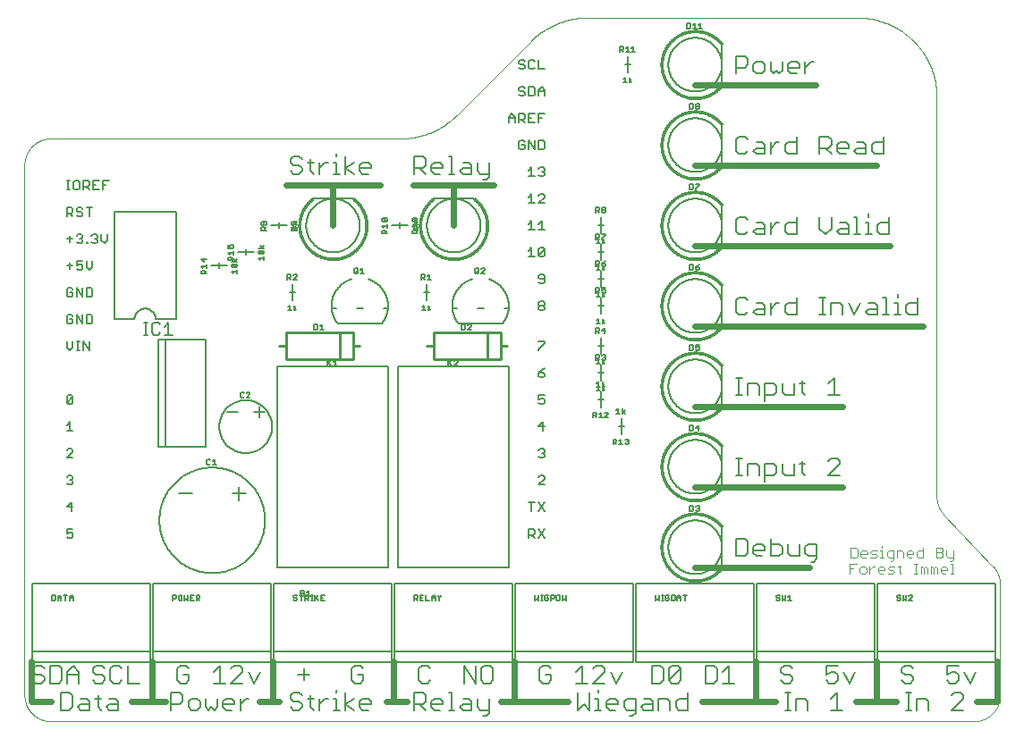
<source format=gto>
G75*
%MOIN*%
%OFA0B0*%
%FSLAX25Y25*%
%IPPOS*%
%LPD*%
%AMOC8*
5,1,8,0,0,1.08239X$1,22.5*
%
%ADD10C,0.00000*%
%ADD11C,0.00500*%
%ADD12C,0.02400*%
%ADD13C,0.00300*%
%ADD14C,0.00600*%
%ADD15C,0.00800*%
%ADD16C,0.01000*%
%ADD17C,0.00100*%
D10*
X0001500Y0011000D02*
X0001500Y0208461D01*
X0001503Y0208703D01*
X0001512Y0208944D01*
X0001526Y0209185D01*
X0001547Y0209426D01*
X0001573Y0209666D01*
X0001605Y0209906D01*
X0001643Y0210145D01*
X0001686Y0210382D01*
X0001736Y0210619D01*
X0001791Y0210854D01*
X0001851Y0211088D01*
X0001918Y0211320D01*
X0001989Y0211551D01*
X0002067Y0211780D01*
X0002150Y0212007D01*
X0002238Y0212232D01*
X0002332Y0212455D01*
X0002431Y0212675D01*
X0002536Y0212893D01*
X0002645Y0213108D01*
X0002760Y0213321D01*
X0002880Y0213531D01*
X0003005Y0213737D01*
X0003135Y0213941D01*
X0003270Y0214142D01*
X0003410Y0214339D01*
X0003554Y0214533D01*
X0003703Y0214723D01*
X0003857Y0214909D01*
X0004015Y0215092D01*
X0004177Y0215271D01*
X0004344Y0215446D01*
X0004515Y0215617D01*
X0004690Y0215784D01*
X0004869Y0215946D01*
X0005052Y0216104D01*
X0005238Y0216258D01*
X0005428Y0216407D01*
X0005622Y0216551D01*
X0005819Y0216691D01*
X0006020Y0216826D01*
X0006224Y0216956D01*
X0006430Y0217081D01*
X0006640Y0217201D01*
X0006853Y0217316D01*
X0007068Y0217425D01*
X0007286Y0217530D01*
X0007506Y0217629D01*
X0007729Y0217723D01*
X0007954Y0217811D01*
X0008181Y0217894D01*
X0008410Y0217972D01*
X0008641Y0218043D01*
X0008873Y0218110D01*
X0009107Y0218170D01*
X0009342Y0218225D01*
X0009579Y0218275D01*
X0009816Y0218318D01*
X0010055Y0218356D01*
X0010295Y0218388D01*
X0010535Y0218414D01*
X0010776Y0218435D01*
X0011017Y0218449D01*
X0011258Y0218458D01*
X0011500Y0218461D01*
X0141762Y0218461D01*
X0162650Y0227118D02*
X0190350Y0254842D01*
X0211238Y0263500D02*
X0311972Y0263500D01*
X0312686Y0263491D01*
X0313399Y0263466D01*
X0314111Y0263422D01*
X0314822Y0263362D01*
X0315531Y0263285D01*
X0316238Y0263190D01*
X0316943Y0263079D01*
X0317645Y0262950D01*
X0318344Y0262804D01*
X0319039Y0262642D01*
X0319729Y0262463D01*
X0320415Y0262267D01*
X0321097Y0262055D01*
X0321773Y0261826D01*
X0322443Y0261581D01*
X0323107Y0261320D01*
X0323764Y0261043D01*
X0324415Y0260750D01*
X0325059Y0260442D01*
X0325694Y0260118D01*
X0326322Y0259779D01*
X0326942Y0259424D01*
X0327552Y0259055D01*
X0328154Y0258671D01*
X0328746Y0258273D01*
X0329328Y0257861D01*
X0329900Y0257434D01*
X0330462Y0256994D01*
X0331013Y0256541D01*
X0331553Y0256074D01*
X0332081Y0255594D01*
X0332598Y0255102D01*
X0333102Y0254598D01*
X0333594Y0254081D01*
X0334074Y0253553D01*
X0334541Y0253013D01*
X0334994Y0252462D01*
X0335434Y0251900D01*
X0335861Y0251328D01*
X0336273Y0250746D01*
X0336671Y0250154D01*
X0337055Y0249552D01*
X0337424Y0248942D01*
X0337779Y0248322D01*
X0338118Y0247694D01*
X0338442Y0247059D01*
X0338750Y0246415D01*
X0339043Y0245764D01*
X0339320Y0245107D01*
X0339581Y0244443D01*
X0339826Y0243773D01*
X0340055Y0243097D01*
X0340267Y0242415D01*
X0340463Y0241729D01*
X0340642Y0241039D01*
X0340804Y0240344D01*
X0340950Y0239645D01*
X0341079Y0238943D01*
X0341190Y0238238D01*
X0341285Y0237531D01*
X0341362Y0236822D01*
X0341422Y0236111D01*
X0341466Y0235399D01*
X0341491Y0234686D01*
X0341500Y0233972D01*
X0341500Y0084982D01*
X0344237Y0078108D02*
X0362463Y0058853D01*
X0365201Y0051978D02*
X0365201Y0011000D01*
X0365198Y0010758D01*
X0365189Y0010517D01*
X0365175Y0010276D01*
X0365154Y0010035D01*
X0365128Y0009795D01*
X0365096Y0009555D01*
X0365058Y0009316D01*
X0365015Y0009079D01*
X0364965Y0008842D01*
X0364910Y0008607D01*
X0364850Y0008373D01*
X0364783Y0008141D01*
X0364712Y0007910D01*
X0364634Y0007681D01*
X0364551Y0007454D01*
X0364463Y0007229D01*
X0364369Y0007006D01*
X0364270Y0006786D01*
X0364165Y0006568D01*
X0364056Y0006353D01*
X0363941Y0006140D01*
X0363821Y0005930D01*
X0363696Y0005724D01*
X0363566Y0005520D01*
X0363431Y0005319D01*
X0363291Y0005122D01*
X0363147Y0004928D01*
X0362998Y0004738D01*
X0362844Y0004552D01*
X0362686Y0004369D01*
X0362524Y0004190D01*
X0362357Y0004015D01*
X0362186Y0003844D01*
X0362011Y0003677D01*
X0361832Y0003515D01*
X0361649Y0003357D01*
X0361463Y0003203D01*
X0361273Y0003054D01*
X0361079Y0002910D01*
X0360882Y0002770D01*
X0360681Y0002635D01*
X0360477Y0002505D01*
X0360271Y0002380D01*
X0360061Y0002260D01*
X0359848Y0002145D01*
X0359633Y0002036D01*
X0359415Y0001931D01*
X0359195Y0001832D01*
X0358972Y0001738D01*
X0358747Y0001650D01*
X0358520Y0001567D01*
X0358291Y0001489D01*
X0358060Y0001418D01*
X0357828Y0001351D01*
X0357594Y0001291D01*
X0357359Y0001236D01*
X0357122Y0001186D01*
X0356885Y0001143D01*
X0356646Y0001105D01*
X0356406Y0001073D01*
X0356166Y0001047D01*
X0355925Y0001026D01*
X0355684Y0001012D01*
X0355443Y0001003D01*
X0355201Y0001000D01*
X0011500Y0001000D01*
X0011258Y0001003D01*
X0011017Y0001012D01*
X0010776Y0001026D01*
X0010535Y0001047D01*
X0010295Y0001073D01*
X0010055Y0001105D01*
X0009816Y0001143D01*
X0009579Y0001186D01*
X0009342Y0001236D01*
X0009107Y0001291D01*
X0008873Y0001351D01*
X0008641Y0001418D01*
X0008410Y0001489D01*
X0008181Y0001567D01*
X0007954Y0001650D01*
X0007729Y0001738D01*
X0007506Y0001832D01*
X0007286Y0001931D01*
X0007068Y0002036D01*
X0006853Y0002145D01*
X0006640Y0002260D01*
X0006430Y0002380D01*
X0006224Y0002505D01*
X0006020Y0002635D01*
X0005819Y0002770D01*
X0005622Y0002910D01*
X0005428Y0003054D01*
X0005238Y0003203D01*
X0005052Y0003357D01*
X0004869Y0003515D01*
X0004690Y0003677D01*
X0004515Y0003844D01*
X0004344Y0004015D01*
X0004177Y0004190D01*
X0004015Y0004369D01*
X0003857Y0004552D01*
X0003703Y0004738D01*
X0003554Y0004928D01*
X0003410Y0005122D01*
X0003270Y0005319D01*
X0003135Y0005520D01*
X0003005Y0005724D01*
X0002880Y0005930D01*
X0002760Y0006140D01*
X0002645Y0006353D01*
X0002536Y0006568D01*
X0002431Y0006786D01*
X0002332Y0007006D01*
X0002238Y0007229D01*
X0002150Y0007454D01*
X0002067Y0007681D01*
X0001989Y0007910D01*
X0001918Y0008141D01*
X0001851Y0008373D01*
X0001791Y0008607D01*
X0001736Y0008842D01*
X0001686Y0009079D01*
X0001643Y0009316D01*
X0001605Y0009555D01*
X0001573Y0009795D01*
X0001547Y0010035D01*
X0001526Y0010276D01*
X0001512Y0010517D01*
X0001503Y0010758D01*
X0001500Y0011000D01*
X0190349Y0254842D02*
X0190852Y0255334D01*
X0191367Y0255813D01*
X0191892Y0256280D01*
X0192429Y0256734D01*
X0192976Y0257176D01*
X0193534Y0257604D01*
X0194102Y0258019D01*
X0194679Y0258420D01*
X0195266Y0258807D01*
X0195862Y0259181D01*
X0196467Y0259540D01*
X0197080Y0259884D01*
X0197701Y0260214D01*
X0198329Y0260529D01*
X0198965Y0260829D01*
X0199608Y0261113D01*
X0200258Y0261383D01*
X0200914Y0261636D01*
X0201575Y0261874D01*
X0202242Y0262096D01*
X0202914Y0262303D01*
X0203591Y0262493D01*
X0204273Y0262667D01*
X0204958Y0262824D01*
X0205647Y0262966D01*
X0206339Y0263091D01*
X0207033Y0263199D01*
X0207731Y0263291D01*
X0208430Y0263366D01*
X0209130Y0263425D01*
X0209832Y0263467D01*
X0210535Y0263492D01*
X0211238Y0263500D01*
X0162651Y0227118D02*
X0162148Y0226626D01*
X0161633Y0226147D01*
X0161108Y0225680D01*
X0160571Y0225226D01*
X0160024Y0224784D01*
X0159466Y0224356D01*
X0158898Y0223941D01*
X0158321Y0223540D01*
X0157734Y0223153D01*
X0157138Y0222779D01*
X0156533Y0222420D01*
X0155920Y0222076D01*
X0155299Y0221746D01*
X0154671Y0221431D01*
X0154035Y0221131D01*
X0153392Y0220847D01*
X0152742Y0220577D01*
X0152086Y0220324D01*
X0151425Y0220086D01*
X0150758Y0219864D01*
X0150086Y0219657D01*
X0149409Y0219467D01*
X0148727Y0219293D01*
X0148042Y0219136D01*
X0147353Y0218994D01*
X0146661Y0218869D01*
X0145967Y0218761D01*
X0145269Y0218669D01*
X0144570Y0218594D01*
X0143870Y0218535D01*
X0143168Y0218493D01*
X0142465Y0218468D01*
X0141762Y0218460D01*
X0341500Y0084982D02*
X0341503Y0084738D01*
X0341512Y0084493D01*
X0341527Y0084249D01*
X0341548Y0084006D01*
X0341575Y0083763D01*
X0341607Y0083520D01*
X0341646Y0083279D01*
X0341691Y0083038D01*
X0341741Y0082799D01*
X0341797Y0082561D01*
X0341859Y0082325D01*
X0341927Y0082090D01*
X0342001Y0081857D01*
X0342080Y0081625D01*
X0342165Y0081396D01*
X0342255Y0081169D01*
X0342351Y0080944D01*
X0342453Y0080722D01*
X0342560Y0080502D01*
X0342672Y0080285D01*
X0342789Y0080070D01*
X0342912Y0079859D01*
X0343040Y0079650D01*
X0343173Y0079445D01*
X0343311Y0079243D01*
X0343453Y0079045D01*
X0343601Y0078850D01*
X0343753Y0078658D01*
X0343910Y0078471D01*
X0344072Y0078287D01*
X0344237Y0078108D01*
X0362464Y0058852D02*
X0362629Y0058673D01*
X0362791Y0058489D01*
X0362948Y0058302D01*
X0363100Y0058110D01*
X0363248Y0057915D01*
X0363390Y0057717D01*
X0363528Y0057515D01*
X0363661Y0057310D01*
X0363789Y0057101D01*
X0363912Y0056890D01*
X0364029Y0056675D01*
X0364141Y0056458D01*
X0364248Y0056238D01*
X0364350Y0056016D01*
X0364446Y0055791D01*
X0364536Y0055564D01*
X0364621Y0055335D01*
X0364700Y0055103D01*
X0364774Y0054870D01*
X0364842Y0054635D01*
X0364904Y0054399D01*
X0364960Y0054161D01*
X0365010Y0053922D01*
X0365055Y0053681D01*
X0365094Y0053440D01*
X0365126Y0053197D01*
X0365153Y0052954D01*
X0365174Y0052711D01*
X0365189Y0052467D01*
X0365198Y0052222D01*
X0365201Y0051978D01*
D11*
X0349642Y0021756D02*
X0345305Y0021756D01*
X0345305Y0018503D01*
X0347473Y0019587D01*
X0348557Y0019587D01*
X0349642Y0018503D01*
X0349642Y0016334D01*
X0348557Y0015250D01*
X0346389Y0015250D01*
X0345305Y0016334D01*
X0348205Y0011756D02*
X0347121Y0010671D01*
X0348205Y0011756D02*
X0350374Y0011756D01*
X0351458Y0010671D01*
X0351458Y0009587D01*
X0347121Y0005250D01*
X0351458Y0005250D01*
X0353919Y0015250D02*
X0356087Y0019587D01*
X0351750Y0019587D02*
X0353919Y0015250D01*
X0338567Y0008503D02*
X0338567Y0005250D01*
X0338567Y0008503D02*
X0337483Y0009587D01*
X0334230Y0009587D01*
X0334230Y0005250D01*
X0332102Y0005250D02*
X0329933Y0005250D01*
X0331017Y0005250D02*
X0331017Y0011756D01*
X0329933Y0011756D02*
X0332102Y0011756D01*
X0331780Y0015250D02*
X0329612Y0015250D01*
X0328527Y0016334D01*
X0329612Y0018503D02*
X0331780Y0018503D01*
X0332864Y0017419D01*
X0332864Y0016334D01*
X0331780Y0015250D01*
X0329612Y0018503D02*
X0328527Y0019587D01*
X0328527Y0020671D01*
X0329612Y0021756D01*
X0331780Y0021756D01*
X0332864Y0020671D01*
X0311087Y0019587D02*
X0308919Y0015250D01*
X0306750Y0019587D01*
X0304642Y0018503D02*
X0304642Y0016334D01*
X0303557Y0015250D01*
X0301389Y0015250D01*
X0300305Y0016334D01*
X0300305Y0018503D02*
X0302473Y0019587D01*
X0303557Y0019587D01*
X0304642Y0018503D01*
X0304642Y0021756D02*
X0300305Y0021756D01*
X0300305Y0018503D01*
X0304290Y0011756D02*
X0304290Y0005250D01*
X0306458Y0005250D02*
X0302121Y0005250D01*
X0302121Y0009587D02*
X0304290Y0011756D01*
X0293567Y0008503D02*
X0293567Y0005250D01*
X0293567Y0008503D02*
X0292483Y0009587D01*
X0289230Y0009587D01*
X0289230Y0005250D01*
X0287102Y0005250D02*
X0284933Y0005250D01*
X0286017Y0005250D02*
X0286017Y0011756D01*
X0284933Y0011756D02*
X0287102Y0011756D01*
X0286780Y0015250D02*
X0284612Y0015250D01*
X0283527Y0016334D01*
X0284612Y0018503D02*
X0286780Y0018503D01*
X0287864Y0017419D01*
X0287864Y0016334D01*
X0286780Y0015250D01*
X0284612Y0018503D02*
X0283527Y0019587D01*
X0283527Y0020671D01*
X0284612Y0021756D01*
X0286780Y0021756D01*
X0287864Y0020671D01*
X0266087Y0015250D02*
X0261750Y0015250D01*
X0263919Y0015250D02*
X0263919Y0021756D01*
X0261750Y0019587D01*
X0259642Y0020671D02*
X0259642Y0016334D01*
X0258557Y0015250D01*
X0255305Y0015250D01*
X0255305Y0021756D01*
X0258557Y0021756D01*
X0259642Y0020671D01*
X0246087Y0020671D02*
X0246087Y0016334D01*
X0245003Y0015250D01*
X0242834Y0015250D01*
X0241750Y0016334D01*
X0246087Y0020671D01*
X0245003Y0021756D01*
X0242834Y0021756D01*
X0241750Y0020671D01*
X0241750Y0016334D01*
X0239642Y0016334D02*
X0239642Y0020671D01*
X0238557Y0021756D01*
X0235305Y0021756D01*
X0235305Y0015250D01*
X0238557Y0015250D01*
X0239642Y0016334D01*
X0241097Y0009587D02*
X0237844Y0009587D01*
X0237844Y0005250D01*
X0235735Y0005250D02*
X0232483Y0005250D01*
X0231398Y0006334D01*
X0232483Y0007419D01*
X0235735Y0007419D01*
X0235735Y0008503D02*
X0235735Y0005250D01*
X0235735Y0008503D02*
X0234651Y0009587D01*
X0232483Y0009587D01*
X0229290Y0009587D02*
X0229290Y0004166D01*
X0228206Y0003081D01*
X0227121Y0003081D01*
X0226037Y0005250D02*
X0229290Y0005250D01*
X0226037Y0005250D02*
X0224953Y0006334D01*
X0224953Y0008503D01*
X0226037Y0009587D01*
X0229290Y0009587D01*
X0222845Y0008503D02*
X0222845Y0007419D01*
X0218507Y0007419D01*
X0218507Y0008503D02*
X0219592Y0009587D01*
X0221760Y0009587D01*
X0222845Y0008503D01*
X0221760Y0005250D02*
X0219592Y0005250D01*
X0218507Y0006334D01*
X0218507Y0008503D01*
X0215295Y0009587D02*
X0215295Y0005250D01*
X0216379Y0005250D02*
X0214210Y0005250D01*
X0212102Y0005250D02*
X0209933Y0007419D01*
X0207765Y0005250D01*
X0207765Y0011756D01*
X0207082Y0015250D02*
X0211419Y0015250D01*
X0213527Y0015250D02*
X0217864Y0019587D01*
X0217864Y0020671D01*
X0216780Y0021756D01*
X0214611Y0021756D01*
X0213527Y0020671D01*
X0213527Y0015250D02*
X0217864Y0015250D01*
X0215295Y0012840D02*
X0215295Y0011756D01*
X0215295Y0009587D02*
X0214210Y0009587D01*
X0212102Y0011756D02*
X0212102Y0005250D01*
X0209250Y0015250D02*
X0209250Y0021756D01*
X0207082Y0019587D01*
X0197864Y0018503D02*
X0197864Y0016334D01*
X0196780Y0015250D01*
X0194612Y0015250D01*
X0193527Y0016334D01*
X0193527Y0020671D01*
X0194612Y0021756D01*
X0196780Y0021756D01*
X0197864Y0020671D01*
X0197864Y0018503D02*
X0195696Y0018503D01*
X0176087Y0016334D02*
X0176087Y0020671D01*
X0175003Y0021756D01*
X0172834Y0021756D01*
X0171750Y0020671D01*
X0171750Y0016334D01*
X0172834Y0015250D01*
X0175003Y0015250D01*
X0176087Y0016334D01*
X0169642Y0015250D02*
X0169642Y0021756D01*
X0165305Y0021756D02*
X0169642Y0015250D01*
X0165305Y0015250D02*
X0165305Y0021756D01*
X0160686Y0011756D02*
X0160686Y0005250D01*
X0161770Y0005250D02*
X0159601Y0005250D01*
X0157493Y0007419D02*
X0153156Y0007419D01*
X0153156Y0008503D02*
X0154240Y0009587D01*
X0156409Y0009587D01*
X0157493Y0008503D01*
X0157493Y0007419D01*
X0156409Y0005250D02*
X0154240Y0005250D01*
X0153156Y0006334D01*
X0153156Y0008503D01*
X0151048Y0008503D02*
X0149963Y0007419D01*
X0146710Y0007419D01*
X0146710Y0005250D02*
X0146710Y0011756D01*
X0149963Y0011756D01*
X0151048Y0010671D01*
X0151048Y0008503D01*
X0148879Y0007419D02*
X0151048Y0005250D01*
X0159601Y0011756D02*
X0160686Y0011756D01*
X0164983Y0009587D02*
X0167151Y0009587D01*
X0168236Y0008503D01*
X0168236Y0005250D01*
X0164983Y0005250D01*
X0163898Y0006334D01*
X0164983Y0007419D01*
X0168236Y0007419D01*
X0170344Y0006334D02*
X0171428Y0005250D01*
X0174681Y0005250D01*
X0174681Y0004166D02*
X0173597Y0003081D01*
X0172512Y0003081D01*
X0174681Y0004166D02*
X0174681Y0009587D01*
X0170344Y0009587D02*
X0170344Y0006334D01*
X0152864Y0016334D02*
X0151780Y0015250D01*
X0149612Y0015250D01*
X0148527Y0016334D01*
X0148527Y0020671D01*
X0149612Y0021756D01*
X0151780Y0021756D01*
X0152864Y0020671D01*
X0130755Y0008503D02*
X0130755Y0007419D01*
X0126418Y0007419D01*
X0126418Y0008503D02*
X0127502Y0009587D01*
X0129671Y0009587D01*
X0130755Y0008503D01*
X0129671Y0005250D02*
X0127502Y0005250D01*
X0126418Y0006334D01*
X0126418Y0008503D01*
X0124300Y0009587D02*
X0121047Y0007419D01*
X0124300Y0005250D01*
X0121047Y0005250D02*
X0121047Y0011756D01*
X0117834Y0011756D02*
X0117834Y0012840D01*
X0117834Y0009587D02*
X0116750Y0009587D01*
X0117834Y0009587D02*
X0117834Y0005250D01*
X0116750Y0005250D02*
X0118918Y0005250D01*
X0114631Y0009587D02*
X0113547Y0009587D01*
X0111379Y0007419D01*
X0111379Y0009587D02*
X0111379Y0005250D01*
X0109250Y0005250D02*
X0108166Y0006334D01*
X0108166Y0010671D01*
X0107082Y0009587D02*
X0109250Y0009587D01*
X0104973Y0010671D02*
X0103889Y0011756D01*
X0101720Y0011756D01*
X0100636Y0010671D01*
X0100636Y0009587D01*
X0101720Y0008503D01*
X0103889Y0008503D01*
X0104973Y0007419D01*
X0104973Y0006334D01*
X0103889Y0005250D01*
X0101720Y0005250D01*
X0100636Y0006334D01*
X0105696Y0016334D02*
X0105696Y0020671D01*
X0103527Y0018503D02*
X0107864Y0018503D01*
X0123527Y0020671D02*
X0123527Y0016334D01*
X0124612Y0015250D01*
X0126780Y0015250D01*
X0127864Y0016334D01*
X0127864Y0018503D01*
X0125696Y0018503D01*
X0127864Y0020671D02*
X0126780Y0021756D01*
X0124612Y0021756D01*
X0123527Y0020671D01*
X0113331Y0046250D02*
X0112063Y0046250D01*
X0112063Y0048152D01*
X0113331Y0048152D01*
X0112697Y0047201D02*
X0112063Y0047201D01*
X0111121Y0048152D02*
X0109853Y0046884D01*
X0110170Y0047201D02*
X0111121Y0046250D01*
X0109853Y0046250D02*
X0109853Y0048152D01*
X0109014Y0048152D02*
X0108380Y0048152D01*
X0108697Y0048152D02*
X0108697Y0046250D01*
X0108380Y0046250D02*
X0109014Y0046250D01*
X0107437Y0046250D02*
X0106804Y0046884D01*
X0107121Y0046884D02*
X0106170Y0046884D01*
X0106170Y0046250D02*
X0106170Y0048152D01*
X0107121Y0048152D01*
X0107437Y0047835D01*
X0107437Y0047201D01*
X0107121Y0046884D01*
X0107384Y0047850D02*
X0107384Y0049752D01*
X0106750Y0049118D01*
X0105808Y0049118D02*
X0105491Y0048801D01*
X0104540Y0048801D01*
X0104594Y0048152D02*
X0104594Y0046250D01*
X0104540Y0047850D02*
X0105491Y0047850D01*
X0105808Y0048167D01*
X0105808Y0048484D01*
X0105491Y0048801D01*
X0105808Y0049118D02*
X0105808Y0049435D01*
X0105491Y0049752D01*
X0104540Y0049752D01*
X0104540Y0047850D01*
X0103960Y0048152D02*
X0105228Y0048152D01*
X0106750Y0047850D02*
X0108018Y0047850D01*
X0103018Y0047835D02*
X0102701Y0048152D01*
X0102067Y0048152D01*
X0101750Y0047835D01*
X0101750Y0047518D01*
X0102067Y0047201D01*
X0102701Y0047201D01*
X0103018Y0046884D01*
X0103018Y0046567D01*
X0102701Y0046250D01*
X0102067Y0046250D01*
X0101750Y0046567D01*
X0081780Y0021756D02*
X0079611Y0021756D01*
X0078527Y0020671D01*
X0081780Y0021756D02*
X0082864Y0020671D01*
X0082864Y0019587D01*
X0078527Y0015250D01*
X0082864Y0015250D01*
X0087141Y0015250D02*
X0084973Y0019587D01*
X0089310Y0019587D02*
X0087141Y0015250D01*
X0085208Y0009587D02*
X0084124Y0009587D01*
X0081955Y0007419D01*
X0079847Y0007419D02*
X0075510Y0007419D01*
X0075510Y0008503D02*
X0076594Y0009587D01*
X0078763Y0009587D01*
X0079847Y0008503D01*
X0079847Y0007419D01*
X0078763Y0005250D02*
X0076594Y0005250D01*
X0075510Y0006334D01*
X0075510Y0008503D01*
X0073401Y0009587D02*
X0073401Y0006334D01*
X0072317Y0005250D01*
X0071233Y0006334D01*
X0070149Y0005250D01*
X0069064Y0006334D01*
X0069064Y0009587D01*
X0066956Y0008503D02*
X0065872Y0009587D01*
X0063703Y0009587D01*
X0062619Y0008503D01*
X0062619Y0006334D01*
X0063703Y0005250D01*
X0065872Y0005250D01*
X0066956Y0006334D01*
X0066956Y0008503D01*
X0060510Y0008503D02*
X0059426Y0007419D01*
X0056173Y0007419D01*
X0056173Y0005250D02*
X0056173Y0011756D01*
X0059426Y0011756D01*
X0060510Y0010671D01*
X0060510Y0008503D01*
X0059612Y0015250D02*
X0058527Y0016334D01*
X0058527Y0020671D01*
X0059612Y0021756D01*
X0061780Y0021756D01*
X0062864Y0020671D01*
X0062864Y0018503D02*
X0060696Y0018503D01*
X0062864Y0018503D02*
X0062864Y0016334D01*
X0061780Y0015250D01*
X0059612Y0015250D01*
X0072082Y0015250D02*
X0076419Y0015250D01*
X0074250Y0015250D02*
X0074250Y0021756D01*
X0072082Y0019587D01*
X0081955Y0009587D02*
X0081955Y0005250D01*
X0044310Y0015250D02*
X0039973Y0015250D01*
X0039973Y0021756D01*
X0037864Y0020671D02*
X0036780Y0021756D01*
X0034611Y0021756D01*
X0033527Y0020671D01*
X0033527Y0016334D01*
X0034611Y0015250D01*
X0036780Y0015250D01*
X0037864Y0016334D01*
X0031419Y0016334D02*
X0030335Y0015250D01*
X0028166Y0015250D01*
X0027082Y0016334D01*
X0028166Y0018503D02*
X0030335Y0018503D01*
X0031419Y0017419D01*
X0031419Y0016334D01*
X0028166Y0018503D02*
X0027082Y0019587D01*
X0027082Y0020671D01*
X0028166Y0021756D01*
X0030335Y0021756D01*
X0031419Y0020671D01*
X0028908Y0010671D02*
X0028908Y0006334D01*
X0029993Y0005250D01*
X0032121Y0006334D02*
X0033205Y0007419D01*
X0036458Y0007419D01*
X0036458Y0008503D02*
X0036458Y0005250D01*
X0033205Y0005250D01*
X0032121Y0006334D01*
X0033205Y0009587D02*
X0035374Y0009587D01*
X0036458Y0008503D01*
X0029993Y0009587D02*
X0027824Y0009587D01*
X0025716Y0008503D02*
X0025716Y0005250D01*
X0022463Y0005250D01*
X0021379Y0006334D01*
X0022463Y0007419D01*
X0025716Y0007419D01*
X0025716Y0008503D02*
X0024632Y0009587D01*
X0022463Y0009587D01*
X0019270Y0010671D02*
X0019270Y0006334D01*
X0018186Y0005250D01*
X0014933Y0005250D01*
X0014933Y0011756D01*
X0018186Y0011756D01*
X0019270Y0010671D01*
X0017473Y0015250D02*
X0017473Y0019587D01*
X0019641Y0021756D01*
X0021810Y0019587D01*
X0021810Y0015250D01*
X0021810Y0018503D02*
X0017473Y0018503D01*
X0015364Y0020671D02*
X0014280Y0021756D01*
X0011027Y0021756D01*
X0011027Y0015250D01*
X0014280Y0015250D01*
X0015364Y0016334D01*
X0015364Y0020671D01*
X0008919Y0020671D02*
X0007835Y0021756D01*
X0005666Y0021756D01*
X0004582Y0020671D01*
X0004582Y0019587D01*
X0005666Y0018503D01*
X0007835Y0018503D01*
X0008919Y0017419D01*
X0008919Y0016334D01*
X0007835Y0015250D01*
X0005666Y0015250D01*
X0004582Y0016334D01*
X0011750Y0046250D02*
X0012701Y0046250D01*
X0013018Y0046567D01*
X0013018Y0047835D01*
X0012701Y0048152D01*
X0011750Y0048152D01*
X0011750Y0046250D01*
X0013960Y0046250D02*
X0013960Y0047518D01*
X0014594Y0048152D01*
X0015228Y0047518D01*
X0015228Y0046250D01*
X0015228Y0047201D02*
X0013960Y0047201D01*
X0016170Y0048152D02*
X0017438Y0048152D01*
X0016804Y0048152D02*
X0016804Y0046250D01*
X0018380Y0046250D02*
X0018380Y0047518D01*
X0019014Y0048152D01*
X0019647Y0047518D01*
X0019647Y0046250D01*
X0019647Y0047201D02*
X0018380Y0047201D01*
X0056750Y0046884D02*
X0057701Y0046884D01*
X0058018Y0047201D01*
X0058018Y0047835D01*
X0057701Y0048152D01*
X0056750Y0048152D01*
X0056750Y0046250D01*
X0058960Y0046567D02*
X0059277Y0046250D01*
X0059911Y0046250D01*
X0060228Y0046567D01*
X0060228Y0047835D01*
X0059911Y0048152D01*
X0059277Y0048152D01*
X0058960Y0047835D01*
X0058960Y0046567D01*
X0061170Y0046250D02*
X0061804Y0046884D01*
X0062437Y0046250D01*
X0062437Y0048152D01*
X0063380Y0048152D02*
X0063380Y0046250D01*
X0064647Y0046250D01*
X0065590Y0046250D02*
X0065590Y0048152D01*
X0066540Y0048152D01*
X0066857Y0047835D01*
X0066857Y0047201D01*
X0066540Y0046884D01*
X0065590Y0046884D01*
X0066223Y0046884D02*
X0066857Y0046250D01*
X0064647Y0048152D02*
X0063380Y0048152D01*
X0063380Y0047201D02*
X0064014Y0047201D01*
X0061170Y0048152D02*
X0061170Y0046250D01*
X0069857Y0096750D02*
X0069540Y0097067D01*
X0069540Y0098335D01*
X0069857Y0098652D01*
X0070491Y0098652D01*
X0070808Y0098335D01*
X0071750Y0098018D02*
X0072384Y0098652D01*
X0072384Y0096750D01*
X0071750Y0096750D02*
X0073018Y0096750D01*
X0070808Y0097067D02*
X0070491Y0096750D01*
X0069857Y0096750D01*
X0082357Y0121750D02*
X0082991Y0121750D01*
X0083308Y0122067D01*
X0084250Y0121750D02*
X0085518Y0123018D01*
X0085518Y0123335D01*
X0085201Y0123652D01*
X0084567Y0123652D01*
X0084250Y0123335D01*
X0083308Y0123335D02*
X0082991Y0123652D01*
X0082357Y0123652D01*
X0082040Y0123335D01*
X0082040Y0122067D01*
X0082357Y0121750D01*
X0084250Y0121750D02*
X0085518Y0121750D01*
X0114540Y0133750D02*
X0114540Y0135652D01*
X0114857Y0134701D02*
X0115808Y0133750D01*
X0116750Y0133750D02*
X0118018Y0133750D01*
X0117384Y0133750D02*
X0117384Y0135652D01*
X0116750Y0135018D01*
X0115808Y0135652D02*
X0114540Y0134384D01*
X0113018Y0147250D02*
X0111750Y0147250D01*
X0112384Y0147250D02*
X0112384Y0149152D01*
X0111750Y0148518D01*
X0110808Y0148835D02*
X0110491Y0149152D01*
X0109540Y0149152D01*
X0109540Y0147250D01*
X0110491Y0147250D01*
X0110808Y0147567D01*
X0110808Y0148835D01*
X0102885Y0154350D02*
X0101934Y0154984D01*
X0102885Y0155618D01*
X0101934Y0156252D02*
X0101934Y0154350D01*
X0100992Y0154350D02*
X0099724Y0154350D01*
X0100358Y0154350D02*
X0100358Y0156252D01*
X0099724Y0155618D01*
X0099540Y0165750D02*
X0099540Y0167652D01*
X0100491Y0167652D01*
X0100808Y0167335D01*
X0100808Y0166701D01*
X0100491Y0166384D01*
X0099540Y0166384D01*
X0100174Y0166384D02*
X0100808Y0165750D01*
X0101750Y0165750D02*
X0103018Y0167018D01*
X0103018Y0167335D01*
X0102701Y0167652D01*
X0102067Y0167652D01*
X0101750Y0167335D01*
X0101750Y0165750D02*
X0103018Y0165750D01*
X0090650Y0173119D02*
X0090650Y0174387D01*
X0090650Y0173753D02*
X0088748Y0173753D01*
X0089382Y0173119D01*
X0089065Y0175329D02*
X0088748Y0175646D01*
X0088748Y0176280D01*
X0089065Y0176597D01*
X0090333Y0175329D01*
X0090650Y0175646D01*
X0090650Y0176280D01*
X0090333Y0176597D01*
X0089065Y0176597D01*
X0088748Y0177539D02*
X0090650Y0177539D01*
X0090016Y0177539D02*
X0089382Y0178490D01*
X0090016Y0177539D02*
X0090650Y0178490D01*
X0090333Y0175329D02*
X0089065Y0175329D01*
X0089848Y0184040D02*
X0089848Y0184991D01*
X0090165Y0185308D01*
X0090799Y0185308D01*
X0091116Y0184991D01*
X0091116Y0184040D01*
X0091116Y0184674D02*
X0091750Y0185308D01*
X0091433Y0186250D02*
X0091750Y0186567D01*
X0091750Y0187201D01*
X0091433Y0187518D01*
X0090165Y0187518D01*
X0089848Y0187201D01*
X0089848Y0186567D01*
X0090165Y0186250D01*
X0090482Y0186250D01*
X0090799Y0186567D01*
X0090799Y0187518D01*
X0091750Y0184040D02*
X0089848Y0184040D01*
X0100998Y0184040D02*
X0100998Y0184991D01*
X0101315Y0185308D01*
X0102583Y0185308D01*
X0102900Y0184991D01*
X0102900Y0184040D01*
X0100998Y0184040D01*
X0101248Y0184858D02*
X0101882Y0184224D01*
X0101248Y0184858D02*
X0103150Y0184858D01*
X0103150Y0184224D02*
X0103150Y0185492D01*
X0103150Y0186434D02*
X0101248Y0186434D01*
X0101315Y0186250D02*
X0101632Y0186250D01*
X0101949Y0186567D01*
X0101949Y0187518D01*
X0101882Y0187385D02*
X0102516Y0186434D01*
X0103150Y0187385D01*
X0102900Y0187201D02*
X0102583Y0187518D01*
X0101315Y0187518D01*
X0100998Y0187201D01*
X0100998Y0186567D01*
X0101315Y0186250D01*
X0102583Y0186250D02*
X0102900Y0186567D01*
X0102900Y0187201D01*
X0103889Y0205250D02*
X0101720Y0205250D01*
X0100636Y0206334D01*
X0101720Y0208503D02*
X0103889Y0208503D01*
X0104973Y0207419D01*
X0104973Y0206334D01*
X0103889Y0205250D01*
X0101720Y0208503D02*
X0100636Y0209587D01*
X0100636Y0210671D01*
X0101720Y0211756D01*
X0103889Y0211756D01*
X0104973Y0210671D01*
X0107082Y0209587D02*
X0109250Y0209587D01*
X0108166Y0210671D02*
X0108166Y0206334D01*
X0109250Y0205250D01*
X0111379Y0205250D02*
X0111379Y0209587D01*
X0113547Y0209587D02*
X0114631Y0209587D01*
X0113547Y0209587D02*
X0111379Y0207419D01*
X0116750Y0209587D02*
X0117834Y0209587D01*
X0117834Y0205250D01*
X0116750Y0205250D02*
X0118918Y0205250D01*
X0121047Y0205250D02*
X0121047Y0211756D01*
X0117834Y0211756D02*
X0117834Y0212840D01*
X0121047Y0207419D02*
X0124300Y0209587D01*
X0126418Y0208503D02*
X0127502Y0209587D01*
X0129671Y0209587D01*
X0130755Y0208503D01*
X0130755Y0207419D01*
X0126418Y0207419D01*
X0126418Y0208503D02*
X0126418Y0206334D01*
X0127502Y0205250D01*
X0129671Y0205250D01*
X0124300Y0205250D02*
X0121047Y0207419D01*
X0135165Y0188623D02*
X0136433Y0187355D01*
X0136750Y0187672D01*
X0136750Y0188306D01*
X0136433Y0188623D01*
X0135165Y0188623D01*
X0134848Y0188306D01*
X0134848Y0187672D01*
X0135165Y0187355D01*
X0136433Y0187355D01*
X0136750Y0186413D02*
X0136750Y0185145D01*
X0136750Y0185779D02*
X0134848Y0185779D01*
X0135482Y0185145D01*
X0135165Y0184203D02*
X0135799Y0184203D01*
X0136116Y0183886D01*
X0136116Y0182935D01*
X0136750Y0182935D02*
X0134848Y0182935D01*
X0134848Y0183886D01*
X0135165Y0184203D01*
X0136116Y0183569D02*
X0136750Y0184203D01*
X0145998Y0183886D02*
X0145998Y0182935D01*
X0147900Y0182935D01*
X0147900Y0183886D01*
X0147583Y0184203D01*
X0146315Y0184203D01*
X0145998Y0183886D01*
X0146882Y0184224D02*
X0146248Y0184858D01*
X0148150Y0184858D01*
X0147900Y0185145D02*
X0147900Y0186413D01*
X0148150Y0186434D02*
X0146248Y0186434D01*
X0145998Y0185779D02*
X0147900Y0185779D01*
X0148150Y0185492D02*
X0148150Y0184224D01*
X0146632Y0185145D02*
X0145998Y0185779D01*
X0146315Y0187355D02*
X0145998Y0187672D01*
X0145998Y0188306D01*
X0146315Y0188623D01*
X0147583Y0187355D01*
X0147900Y0187672D01*
X0147900Y0188306D01*
X0147583Y0188623D01*
X0146315Y0188623D01*
X0146315Y0187355D02*
X0147583Y0187355D01*
X0148150Y0187385D02*
X0147516Y0186434D01*
X0146882Y0187385D01*
X0146710Y0205250D02*
X0146710Y0211756D01*
X0149963Y0211756D01*
X0151048Y0210671D01*
X0151048Y0208503D01*
X0149963Y0207419D01*
X0146710Y0207419D01*
X0148879Y0207419D02*
X0151048Y0205250D01*
X0153156Y0206334D02*
X0153156Y0208503D01*
X0154240Y0209587D01*
X0156409Y0209587D01*
X0157493Y0208503D01*
X0157493Y0207419D01*
X0153156Y0207419D01*
X0153156Y0206334D02*
X0154240Y0205250D01*
X0156409Y0205250D01*
X0159601Y0205250D02*
X0161770Y0205250D01*
X0160686Y0205250D02*
X0160686Y0211756D01*
X0159601Y0211756D01*
X0164983Y0209587D02*
X0167151Y0209587D01*
X0168236Y0208503D01*
X0168236Y0205250D01*
X0164983Y0205250D01*
X0163898Y0206334D01*
X0164983Y0207419D01*
X0168236Y0207419D01*
X0170344Y0206334D02*
X0171428Y0205250D01*
X0174681Y0205250D01*
X0174681Y0204166D02*
X0173597Y0203081D01*
X0172512Y0203081D01*
X0174681Y0204166D02*
X0174681Y0209587D01*
X0170344Y0209587D02*
X0170344Y0206334D01*
X0170491Y0170152D02*
X0170808Y0169835D01*
X0170808Y0168567D01*
X0170491Y0168250D01*
X0169857Y0168250D01*
X0169540Y0168567D01*
X0169540Y0169835D01*
X0169857Y0170152D01*
X0170491Y0170152D01*
X0171750Y0169835D02*
X0172067Y0170152D01*
X0172701Y0170152D01*
X0173018Y0169835D01*
X0173018Y0169518D01*
X0171750Y0168250D01*
X0173018Y0168250D01*
X0170808Y0168250D02*
X0170174Y0168884D01*
X0153018Y0165750D02*
X0151750Y0165750D01*
X0152384Y0165750D02*
X0152384Y0167652D01*
X0151750Y0167018D01*
X0150808Y0167335D02*
X0150808Y0166701D01*
X0150491Y0166384D01*
X0149540Y0166384D01*
X0150174Y0166384D02*
X0150808Y0165750D01*
X0149540Y0165750D02*
X0149540Y0167652D01*
X0150491Y0167652D01*
X0150808Y0167335D01*
X0150358Y0156252D02*
X0150358Y0154350D01*
X0149724Y0154350D02*
X0150992Y0154350D01*
X0151934Y0154350D02*
X0151934Y0156252D01*
X0152885Y0155618D02*
X0151934Y0154984D01*
X0152885Y0154350D01*
X0150358Y0156252D02*
X0149724Y0155618D01*
X0164540Y0149152D02*
X0165491Y0149152D01*
X0165808Y0148835D01*
X0165808Y0147567D01*
X0165491Y0147250D01*
X0164540Y0147250D01*
X0164540Y0149152D01*
X0166750Y0148835D02*
X0167067Y0149152D01*
X0167701Y0149152D01*
X0168018Y0148835D01*
X0168018Y0148518D01*
X0166750Y0147250D01*
X0168018Y0147250D01*
X0162701Y0135652D02*
X0162067Y0135652D01*
X0161750Y0135335D01*
X0160808Y0135652D02*
X0159540Y0134384D01*
X0159857Y0134701D02*
X0160808Y0133750D01*
X0161750Y0133750D02*
X0163018Y0135018D01*
X0163018Y0135335D01*
X0162701Y0135652D01*
X0163018Y0133750D02*
X0161750Y0133750D01*
X0159540Y0133750D02*
X0159540Y0135652D01*
X0128018Y0168250D02*
X0126750Y0168250D01*
X0127384Y0168250D02*
X0127384Y0170152D01*
X0126750Y0169518D01*
X0125808Y0169835D02*
X0125808Y0168567D01*
X0125491Y0168250D01*
X0124857Y0168250D01*
X0124540Y0168567D01*
X0124540Y0169835D01*
X0124857Y0170152D01*
X0125491Y0170152D01*
X0125808Y0169835D01*
X0125174Y0168884D02*
X0125808Y0168250D01*
X0080650Y0168119D02*
X0080650Y0169387D01*
X0080650Y0168753D02*
X0078748Y0168753D01*
X0079382Y0168119D01*
X0079065Y0170329D02*
X0078748Y0170646D01*
X0078748Y0171280D01*
X0079065Y0171597D01*
X0080333Y0170329D01*
X0080650Y0170646D01*
X0080650Y0171280D01*
X0080333Y0171597D01*
X0079065Y0171597D01*
X0078748Y0172539D02*
X0080650Y0172539D01*
X0080016Y0172539D02*
X0079382Y0173490D01*
X0079250Y0172935D02*
X0077348Y0172935D01*
X0077348Y0173886D01*
X0077665Y0174203D01*
X0078299Y0174203D01*
X0078616Y0173886D01*
X0078616Y0172935D01*
X0078616Y0173569D02*
X0079250Y0174203D01*
X0079250Y0175145D02*
X0079250Y0176413D01*
X0079250Y0175779D02*
X0077348Y0175779D01*
X0077982Y0175145D01*
X0078299Y0177355D02*
X0077982Y0177989D01*
X0077982Y0178306D01*
X0078299Y0178623D01*
X0078933Y0178623D01*
X0079250Y0178306D01*
X0079250Y0177672D01*
X0078933Y0177355D01*
X0078299Y0177355D02*
X0077348Y0177355D01*
X0077348Y0178623D01*
X0080650Y0173490D02*
X0080016Y0172539D01*
X0080333Y0170329D02*
X0079065Y0170329D01*
X0069250Y0170145D02*
X0069250Y0171413D01*
X0069250Y0170779D02*
X0067348Y0170779D01*
X0067982Y0170145D01*
X0067665Y0169203D02*
X0068299Y0169203D01*
X0068616Y0168886D01*
X0068616Y0167935D01*
X0069250Y0167935D02*
X0067348Y0167935D01*
X0067348Y0168886D01*
X0067665Y0169203D01*
X0068616Y0168569D02*
X0069250Y0169203D01*
X0068299Y0172355D02*
X0068299Y0173623D01*
X0067348Y0173306D02*
X0068299Y0172355D01*
X0069250Y0173306D02*
X0067348Y0173306D01*
X0055147Y0149754D02*
X0053646Y0148253D01*
X0052045Y0149003D02*
X0051294Y0149754D01*
X0049793Y0149754D01*
X0049042Y0149003D01*
X0049042Y0146001D01*
X0049793Y0145250D01*
X0051294Y0145250D01*
X0052045Y0146001D01*
X0053646Y0145250D02*
X0056649Y0145250D01*
X0055147Y0145250D02*
X0055147Y0149754D01*
X0047474Y0149754D02*
X0045973Y0149754D01*
X0046723Y0149754D02*
X0046723Y0145250D01*
X0045973Y0145250D02*
X0047474Y0145250D01*
X0146750Y0048152D02*
X0147701Y0048152D01*
X0148018Y0047835D01*
X0148018Y0047201D01*
X0147701Y0046884D01*
X0146750Y0046884D01*
X0147384Y0046884D02*
X0148018Y0046250D01*
X0148960Y0046250D02*
X0150228Y0046250D01*
X0151170Y0046250D02*
X0152438Y0046250D01*
X0153380Y0046250D02*
X0153380Y0047518D01*
X0154014Y0048152D01*
X0154647Y0047518D01*
X0154647Y0046250D01*
X0154647Y0047201D02*
X0153380Y0047201D01*
X0155590Y0047835D02*
X0156223Y0047201D01*
X0156223Y0046250D01*
X0156223Y0047201D02*
X0156857Y0047835D01*
X0156857Y0048152D01*
X0155590Y0048152D02*
X0155590Y0047835D01*
X0151170Y0048152D02*
X0151170Y0046250D01*
X0149594Y0047201D02*
X0148960Y0047201D01*
X0148960Y0048152D02*
X0148960Y0046250D01*
X0148960Y0048152D02*
X0150228Y0048152D01*
X0146750Y0048152D02*
X0146750Y0046250D01*
X0191750Y0046250D02*
X0192384Y0046884D01*
X0193018Y0046250D01*
X0193018Y0048152D01*
X0193960Y0048152D02*
X0194594Y0048152D01*
X0194277Y0048152D02*
X0194277Y0046250D01*
X0193960Y0046250D02*
X0194594Y0046250D01*
X0195433Y0046567D02*
X0195750Y0046250D01*
X0196384Y0046250D01*
X0196701Y0046567D01*
X0196701Y0047201D01*
X0196067Y0047201D01*
X0195433Y0047835D02*
X0195433Y0046567D01*
X0195433Y0047835D02*
X0195750Y0048152D01*
X0196384Y0048152D01*
X0196701Y0047835D01*
X0197643Y0048152D02*
X0198594Y0048152D01*
X0198911Y0047835D01*
X0198911Y0047201D01*
X0198594Y0046884D01*
X0197643Y0046884D01*
X0197643Y0046250D02*
X0197643Y0048152D01*
X0199853Y0047835D02*
X0199853Y0046567D01*
X0200170Y0046250D01*
X0200804Y0046250D01*
X0201121Y0046567D01*
X0201121Y0047835D01*
X0200804Y0048152D01*
X0200170Y0048152D01*
X0199853Y0047835D01*
X0202063Y0048152D02*
X0202063Y0046250D01*
X0202697Y0046884D01*
X0203331Y0046250D01*
X0203331Y0048152D01*
X0191750Y0048152D02*
X0191750Y0046250D01*
X0219973Y0019587D02*
X0222141Y0015250D01*
X0224310Y0019587D01*
X0241097Y0009587D02*
X0242181Y0008503D01*
X0242181Y0005250D01*
X0244289Y0006334D02*
X0244289Y0008503D01*
X0245374Y0009587D01*
X0248626Y0009587D01*
X0248626Y0011756D02*
X0248626Y0005250D01*
X0245374Y0005250D01*
X0244289Y0006334D01*
X0244853Y0046250D02*
X0244853Y0047518D01*
X0245487Y0048152D01*
X0246121Y0047518D01*
X0246121Y0046250D01*
X0246121Y0047201D02*
X0244853Y0047201D01*
X0243911Y0047835D02*
X0243594Y0048152D01*
X0242643Y0048152D01*
X0242643Y0046250D01*
X0243594Y0046250D01*
X0243911Y0046567D01*
X0243911Y0047835D01*
X0241701Y0047835D02*
X0241384Y0048152D01*
X0240750Y0048152D01*
X0240433Y0047835D01*
X0240433Y0046567D01*
X0240750Y0046250D01*
X0241384Y0046250D01*
X0241701Y0046567D01*
X0241701Y0047201D01*
X0241067Y0047201D01*
X0239594Y0048152D02*
X0238960Y0048152D01*
X0239277Y0048152D02*
X0239277Y0046250D01*
X0238960Y0046250D02*
X0239594Y0046250D01*
X0238018Y0046250D02*
X0238018Y0048152D01*
X0236750Y0048152D02*
X0236750Y0046250D01*
X0237384Y0046884D01*
X0238018Y0046250D01*
X0247063Y0048152D02*
X0248331Y0048152D01*
X0247697Y0048152D02*
X0247697Y0046250D01*
X0266750Y0062750D02*
X0270003Y0062750D01*
X0271087Y0063834D01*
X0271087Y0068171D01*
X0270003Y0069256D01*
X0266750Y0069256D01*
X0266750Y0062750D01*
X0273195Y0063834D02*
X0273195Y0066003D01*
X0274280Y0067087D01*
X0276448Y0067087D01*
X0277533Y0066003D01*
X0277533Y0064919D01*
X0273195Y0064919D01*
X0273195Y0063834D02*
X0274280Y0062750D01*
X0276448Y0062750D01*
X0279641Y0062750D02*
X0279641Y0069256D01*
X0279641Y0067087D02*
X0282894Y0067087D01*
X0283978Y0066003D01*
X0283978Y0063834D01*
X0282894Y0062750D01*
X0279641Y0062750D01*
X0286086Y0063834D02*
X0286086Y0067087D01*
X0286086Y0063834D02*
X0287171Y0062750D01*
X0290424Y0062750D01*
X0290424Y0067087D01*
X0292532Y0066003D02*
X0293616Y0067087D01*
X0296869Y0067087D01*
X0296869Y0061666D01*
X0295785Y0060581D01*
X0294701Y0060581D01*
X0293616Y0062750D02*
X0296869Y0062750D01*
X0293616Y0062750D02*
X0292532Y0063834D01*
X0292532Y0066003D01*
X0286804Y0048152D02*
X0286170Y0047518D01*
X0286804Y0048152D02*
X0286804Y0046250D01*
X0286170Y0046250D02*
X0287438Y0046250D01*
X0285228Y0046250D02*
X0285228Y0048152D01*
X0283960Y0048152D02*
X0283960Y0046250D01*
X0284594Y0046884D01*
X0285228Y0046250D01*
X0283018Y0046567D02*
X0282701Y0046250D01*
X0282067Y0046250D01*
X0281750Y0046567D01*
X0282067Y0047201D02*
X0282701Y0047201D01*
X0283018Y0046884D01*
X0283018Y0046567D01*
X0282067Y0047201D02*
X0281750Y0047518D01*
X0281750Y0047835D01*
X0282067Y0048152D01*
X0282701Y0048152D01*
X0283018Y0047835D01*
X0252701Y0079600D02*
X0252067Y0079600D01*
X0251750Y0079917D01*
X0252384Y0080551D02*
X0252701Y0080551D01*
X0253018Y0080234D01*
X0253018Y0079917D01*
X0252701Y0079600D01*
X0252701Y0080551D02*
X0253018Y0080868D01*
X0253018Y0081185D01*
X0252701Y0081502D01*
X0252067Y0081502D01*
X0251750Y0081185D01*
X0250808Y0081185D02*
X0250491Y0081502D01*
X0249540Y0081502D01*
X0249540Y0079600D01*
X0250491Y0079600D01*
X0250808Y0079917D01*
X0250808Y0081185D01*
X0266750Y0092750D02*
X0268919Y0092750D01*
X0267834Y0092750D02*
X0267834Y0099256D01*
X0266750Y0099256D02*
X0268919Y0099256D01*
X0271047Y0097087D02*
X0274300Y0097087D01*
X0275384Y0096003D01*
X0275384Y0092750D01*
X0277492Y0092750D02*
X0280745Y0092750D01*
X0281830Y0093834D01*
X0281830Y0096003D01*
X0280745Y0097087D01*
X0277492Y0097087D01*
X0277492Y0090581D01*
X0271047Y0092750D02*
X0271047Y0097087D01*
X0283938Y0097087D02*
X0283938Y0093834D01*
X0285022Y0092750D01*
X0288275Y0092750D01*
X0288275Y0097087D01*
X0290383Y0097087D02*
X0292552Y0097087D01*
X0291468Y0098171D02*
X0291468Y0093834D01*
X0292552Y0092750D01*
X0301126Y0092750D02*
X0305463Y0097087D01*
X0305463Y0098171D01*
X0304379Y0099256D01*
X0302210Y0099256D01*
X0301126Y0098171D01*
X0301126Y0092750D02*
X0305463Y0092750D01*
X0277492Y0120581D02*
X0277492Y0127087D01*
X0280745Y0127087D01*
X0281830Y0126003D01*
X0281830Y0123834D01*
X0280745Y0122750D01*
X0277492Y0122750D01*
X0275384Y0122750D02*
X0275384Y0126003D01*
X0274300Y0127087D01*
X0271047Y0127087D01*
X0271047Y0122750D01*
X0268919Y0122750D02*
X0266750Y0122750D01*
X0267834Y0122750D02*
X0267834Y0129256D01*
X0266750Y0129256D02*
X0268919Y0129256D01*
X0283938Y0127087D02*
X0283938Y0123834D01*
X0285022Y0122750D01*
X0288275Y0122750D01*
X0288275Y0127087D01*
X0290383Y0127087D02*
X0292552Y0127087D01*
X0291468Y0128171D02*
X0291468Y0123834D01*
X0292552Y0122750D01*
X0301126Y0122750D02*
X0305463Y0122750D01*
X0303295Y0122750D02*
X0303295Y0129256D01*
X0301126Y0127087D01*
X0300072Y0152750D02*
X0297903Y0152750D01*
X0298987Y0152750D02*
X0298987Y0159256D01*
X0297903Y0159256D02*
X0300072Y0159256D01*
X0302200Y0157087D02*
X0305453Y0157087D01*
X0306537Y0156003D01*
X0306537Y0152750D01*
X0310814Y0152750D02*
X0312983Y0157087D01*
X0316175Y0157087D02*
X0318344Y0157087D01*
X0319428Y0156003D01*
X0319428Y0152750D01*
X0316175Y0152750D01*
X0315091Y0153834D01*
X0316175Y0154919D01*
X0319428Y0154919D01*
X0321537Y0152750D02*
X0323705Y0152750D01*
X0322621Y0152750D02*
X0322621Y0159256D01*
X0321537Y0159256D01*
X0325834Y0157087D02*
X0326918Y0157087D01*
X0326918Y0152750D01*
X0325834Y0152750D02*
X0328002Y0152750D01*
X0330131Y0153834D02*
X0330131Y0156003D01*
X0331215Y0157087D01*
X0334468Y0157087D01*
X0334468Y0159256D02*
X0334468Y0152750D01*
X0331215Y0152750D01*
X0330131Y0153834D01*
X0326918Y0159256D02*
X0326918Y0160340D01*
X0310814Y0152750D02*
X0308646Y0157087D01*
X0302200Y0157087D02*
X0302200Y0152750D01*
X0289349Y0152750D02*
X0286096Y0152750D01*
X0285012Y0153834D01*
X0285012Y0156003D01*
X0286096Y0157087D01*
X0289349Y0157087D01*
X0289349Y0159256D02*
X0289349Y0152750D01*
X0282894Y0157087D02*
X0281810Y0157087D01*
X0279641Y0154919D01*
X0277533Y0154919D02*
X0274280Y0154919D01*
X0273195Y0153834D01*
X0274280Y0152750D01*
X0277533Y0152750D01*
X0277533Y0156003D01*
X0276448Y0157087D01*
X0274280Y0157087D01*
X0271087Y0158171D02*
X0270003Y0159256D01*
X0267834Y0159256D01*
X0266750Y0158171D01*
X0266750Y0153834D01*
X0267834Y0152750D01*
X0270003Y0152750D01*
X0271087Y0153834D01*
X0279641Y0152750D02*
X0279641Y0157087D01*
X0279641Y0182750D02*
X0279641Y0187087D01*
X0279641Y0184919D02*
X0281810Y0187087D01*
X0282894Y0187087D01*
X0285012Y0186003D02*
X0286096Y0187087D01*
X0289349Y0187087D01*
X0289349Y0189256D02*
X0289349Y0182750D01*
X0286096Y0182750D01*
X0285012Y0183834D01*
X0285012Y0186003D01*
X0277533Y0186003D02*
X0277533Y0182750D01*
X0274280Y0182750D01*
X0273195Y0183834D01*
X0274280Y0184919D01*
X0277533Y0184919D01*
X0277533Y0186003D02*
X0276448Y0187087D01*
X0274280Y0187087D01*
X0271087Y0188171D02*
X0270003Y0189256D01*
X0267834Y0189256D01*
X0266750Y0188171D01*
X0266750Y0183834D01*
X0267834Y0182750D01*
X0270003Y0182750D01*
X0271087Y0183834D01*
X0253018Y0171502D02*
X0252384Y0171185D01*
X0251750Y0170551D01*
X0252701Y0170551D01*
X0253018Y0170234D01*
X0253018Y0169917D01*
X0252701Y0169600D01*
X0252067Y0169600D01*
X0251750Y0169917D01*
X0251750Y0170551D01*
X0250808Y0169917D02*
X0250808Y0171185D01*
X0250491Y0171502D01*
X0249540Y0171502D01*
X0249540Y0169600D01*
X0250491Y0169600D01*
X0250808Y0169917D01*
X0250491Y0141502D02*
X0249540Y0141502D01*
X0249540Y0139600D01*
X0250491Y0139600D01*
X0250808Y0139917D01*
X0250808Y0141185D01*
X0250491Y0141502D01*
X0251750Y0141502D02*
X0251750Y0140551D01*
X0252384Y0140868D01*
X0252701Y0140868D01*
X0253018Y0140551D01*
X0253018Y0139917D01*
X0252701Y0139600D01*
X0252067Y0139600D01*
X0251750Y0139917D01*
X0251750Y0141502D02*
X0253018Y0141502D01*
X0225385Y0117018D02*
X0224434Y0116384D01*
X0225385Y0115750D01*
X0224434Y0115750D02*
X0224434Y0117652D01*
X0222858Y0117652D02*
X0222858Y0115750D01*
X0222224Y0115750D02*
X0223492Y0115750D01*
X0222224Y0117018D02*
X0222858Y0117652D01*
X0219123Y0115935D02*
X0218806Y0116252D01*
X0218172Y0116252D01*
X0217855Y0115935D01*
X0219123Y0115935D02*
X0219123Y0115618D01*
X0217855Y0114350D01*
X0219123Y0114350D01*
X0216913Y0114350D02*
X0215645Y0114350D01*
X0216279Y0114350D02*
X0216279Y0116252D01*
X0215645Y0115618D01*
X0214703Y0115935D02*
X0214703Y0115301D01*
X0214386Y0114984D01*
X0213435Y0114984D01*
X0213435Y0114350D02*
X0213435Y0116252D01*
X0214386Y0116252D01*
X0214703Y0115935D01*
X0214069Y0114984D02*
X0214703Y0114350D01*
X0220935Y0106252D02*
X0221886Y0106252D01*
X0222203Y0105935D01*
X0222203Y0105301D01*
X0221886Y0104984D01*
X0220935Y0104984D01*
X0220935Y0104350D02*
X0220935Y0106252D01*
X0221569Y0104984D02*
X0222203Y0104350D01*
X0223145Y0104350D02*
X0224413Y0104350D01*
X0223779Y0104350D02*
X0223779Y0106252D01*
X0223145Y0105618D01*
X0225355Y0105935D02*
X0225672Y0106252D01*
X0226306Y0106252D01*
X0226623Y0105935D01*
X0226623Y0105618D01*
X0226306Y0105301D01*
X0226623Y0104984D01*
X0226623Y0104667D01*
X0226306Y0104350D01*
X0225672Y0104350D01*
X0225355Y0104667D01*
X0225989Y0105301D02*
X0226306Y0105301D01*
X0217885Y0124350D02*
X0216934Y0124984D01*
X0217885Y0125618D01*
X0217885Y0125750D02*
X0216934Y0126384D01*
X0217885Y0127018D01*
X0216934Y0127652D02*
X0216934Y0125750D01*
X0216934Y0126252D02*
X0216934Y0124350D01*
X0215992Y0124350D02*
X0214724Y0124350D01*
X0215358Y0124350D02*
X0215358Y0126252D01*
X0214724Y0125618D01*
X0214724Y0125750D02*
X0215992Y0125750D01*
X0215358Y0125750D02*
X0215358Y0127652D01*
X0214724Y0127018D01*
X0214724Y0134350D02*
X0215992Y0134350D01*
X0215358Y0134350D02*
X0215358Y0136252D01*
X0214724Y0135618D01*
X0214540Y0135750D02*
X0214540Y0137652D01*
X0215491Y0137652D01*
X0215808Y0137335D01*
X0215808Y0136701D01*
X0215491Y0136384D01*
X0214540Y0136384D01*
X0215174Y0136384D02*
X0215808Y0135750D01*
X0216750Y0136067D02*
X0217067Y0135750D01*
X0217701Y0135750D01*
X0218018Y0136067D01*
X0218018Y0136384D01*
X0217701Y0136701D01*
X0217384Y0136701D01*
X0217701Y0136701D02*
X0218018Y0137018D01*
X0218018Y0137335D01*
X0217701Y0137652D01*
X0217067Y0137652D01*
X0216750Y0137335D01*
X0216934Y0136252D02*
X0216934Y0134350D01*
X0216934Y0134984D02*
X0217885Y0135618D01*
X0216934Y0134984D02*
X0217885Y0134350D01*
X0217701Y0145750D02*
X0217701Y0147652D01*
X0216750Y0146701D01*
X0218018Y0146701D01*
X0215808Y0146701D02*
X0215491Y0146384D01*
X0214540Y0146384D01*
X0215174Y0146384D02*
X0215808Y0145750D01*
X0215808Y0146701D02*
X0215808Y0147335D01*
X0215491Y0147652D01*
X0214540Y0147652D01*
X0214540Y0145750D01*
X0214724Y0149350D02*
X0215992Y0149350D01*
X0215358Y0149350D02*
X0215358Y0151252D01*
X0214724Y0150618D01*
X0216934Y0151252D02*
X0216934Y0149350D01*
X0216934Y0149984D02*
X0217885Y0149350D01*
X0216934Y0149984D02*
X0217885Y0150618D01*
X0217885Y0159350D02*
X0216934Y0159984D01*
X0217885Y0160618D01*
X0217701Y0160750D02*
X0217067Y0160750D01*
X0216750Y0161067D01*
X0216934Y0161252D02*
X0216934Y0159350D01*
X0215992Y0159350D02*
X0214724Y0159350D01*
X0215358Y0159350D02*
X0215358Y0161252D01*
X0214724Y0160618D01*
X0214540Y0160750D02*
X0214540Y0162652D01*
X0215491Y0162652D01*
X0215808Y0162335D01*
X0215808Y0161701D01*
X0215491Y0161384D01*
X0214540Y0161384D01*
X0215174Y0161384D02*
X0215808Y0160750D01*
X0216750Y0161701D02*
X0217384Y0162018D01*
X0217701Y0162018D01*
X0218018Y0161701D01*
X0218018Y0161067D01*
X0217701Y0160750D01*
X0216750Y0161701D02*
X0216750Y0162652D01*
X0218018Y0162652D01*
X0217885Y0169350D02*
X0216934Y0169984D01*
X0217885Y0170618D01*
X0217701Y0170750D02*
X0218018Y0171067D01*
X0218018Y0171384D01*
X0217701Y0171701D01*
X0216750Y0171701D01*
X0216750Y0171067D01*
X0217067Y0170750D01*
X0217701Y0170750D01*
X0216934Y0171252D02*
X0216934Y0169350D01*
X0215992Y0169350D02*
X0214724Y0169350D01*
X0215358Y0169350D02*
X0215358Y0171252D01*
X0214724Y0170618D01*
X0214540Y0170750D02*
X0214540Y0172652D01*
X0215491Y0172652D01*
X0215808Y0172335D01*
X0215808Y0171701D01*
X0215491Y0171384D01*
X0214540Y0171384D01*
X0215174Y0171384D02*
X0215808Y0170750D01*
X0216750Y0171701D02*
X0217384Y0172335D01*
X0218018Y0172652D01*
X0217885Y0179350D02*
X0216934Y0179984D01*
X0217885Y0180618D01*
X0216934Y0181252D02*
X0216934Y0179350D01*
X0215992Y0179350D02*
X0214724Y0179350D01*
X0215358Y0179350D02*
X0215358Y0181252D01*
X0214724Y0180618D01*
X0214540Y0180750D02*
X0214540Y0182652D01*
X0215491Y0182652D01*
X0215808Y0182335D01*
X0215808Y0181701D01*
X0215491Y0181384D01*
X0214540Y0181384D01*
X0215174Y0181384D02*
X0215808Y0180750D01*
X0216750Y0180750D02*
X0216750Y0181067D01*
X0218018Y0182335D01*
X0218018Y0182652D01*
X0216750Y0182652D01*
X0217067Y0190750D02*
X0216750Y0191067D01*
X0216750Y0191384D01*
X0217067Y0191701D01*
X0217701Y0191701D01*
X0218018Y0191384D01*
X0218018Y0191067D01*
X0217701Y0190750D01*
X0217067Y0190750D01*
X0217067Y0191701D02*
X0216750Y0192018D01*
X0216750Y0192335D01*
X0217067Y0192652D01*
X0217701Y0192652D01*
X0218018Y0192335D01*
X0218018Y0192018D01*
X0217701Y0191701D01*
X0215808Y0191701D02*
X0215491Y0191384D01*
X0214540Y0191384D01*
X0215174Y0191384D02*
X0215808Y0190750D01*
X0215808Y0191701D02*
X0215808Y0192335D01*
X0215491Y0192652D01*
X0214540Y0192652D01*
X0214540Y0190750D01*
X0249540Y0199600D02*
X0250491Y0199600D01*
X0250808Y0199917D01*
X0250808Y0201185D01*
X0250491Y0201502D01*
X0249540Y0201502D01*
X0249540Y0199600D01*
X0251750Y0199600D02*
X0251750Y0199917D01*
X0253018Y0201185D01*
X0253018Y0201502D01*
X0251750Y0201502D01*
X0266750Y0213834D02*
X0267834Y0212750D01*
X0270003Y0212750D01*
X0271087Y0213834D01*
X0273195Y0213834D02*
X0274280Y0214919D01*
X0277533Y0214919D01*
X0277533Y0216003D02*
X0277533Y0212750D01*
X0274280Y0212750D01*
X0273195Y0213834D01*
X0274280Y0217087D02*
X0276448Y0217087D01*
X0277533Y0216003D01*
X0279641Y0217087D02*
X0279641Y0212750D01*
X0279641Y0214919D02*
X0281810Y0217087D01*
X0282894Y0217087D01*
X0285012Y0216003D02*
X0286096Y0217087D01*
X0289349Y0217087D01*
X0289349Y0219256D02*
X0289349Y0212750D01*
X0286096Y0212750D01*
X0285012Y0213834D01*
X0285012Y0216003D01*
X0297903Y0214919D02*
X0301156Y0214919D01*
X0302240Y0216003D01*
X0302240Y0218171D01*
X0301156Y0219256D01*
X0297903Y0219256D01*
X0297903Y0212750D01*
X0300072Y0214919D02*
X0302240Y0212750D01*
X0304349Y0213834D02*
X0304349Y0216003D01*
X0305433Y0217087D01*
X0307602Y0217087D01*
X0308686Y0216003D01*
X0308686Y0214919D01*
X0304349Y0214919D01*
X0304349Y0213834D02*
X0305433Y0212750D01*
X0307602Y0212750D01*
X0310794Y0213834D02*
X0311878Y0214919D01*
X0315131Y0214919D01*
X0315131Y0216003D02*
X0315131Y0212750D01*
X0311878Y0212750D01*
X0310794Y0213834D01*
X0311878Y0217087D02*
X0314047Y0217087D01*
X0315131Y0216003D01*
X0317240Y0216003D02*
X0318324Y0217087D01*
X0321577Y0217087D01*
X0321577Y0219256D02*
X0321577Y0212750D01*
X0318324Y0212750D01*
X0317240Y0213834D01*
X0317240Y0216003D01*
X0316175Y0190340D02*
X0316175Y0189256D01*
X0316175Y0187087D02*
X0315091Y0187087D01*
X0316175Y0187087D02*
X0316175Y0182750D01*
X0315091Y0182750D02*
X0317260Y0182750D01*
X0319388Y0183834D02*
X0319388Y0186003D01*
X0320472Y0187087D01*
X0323725Y0187087D01*
X0323725Y0189256D02*
X0323725Y0182750D01*
X0320472Y0182750D01*
X0319388Y0183834D01*
X0312963Y0182750D02*
X0310794Y0182750D01*
X0311878Y0182750D02*
X0311878Y0189256D01*
X0310794Y0189256D01*
X0307602Y0187087D02*
X0308686Y0186003D01*
X0308686Y0182750D01*
X0305433Y0182750D01*
X0304349Y0183834D01*
X0305433Y0184919D01*
X0308686Y0184919D01*
X0307602Y0187087D02*
X0305433Y0187087D01*
X0302240Y0184919D02*
X0302240Y0189256D01*
X0297903Y0189256D02*
X0297903Y0184919D01*
X0300072Y0182750D01*
X0302240Y0184919D01*
X0271087Y0218171D02*
X0270003Y0219256D01*
X0267834Y0219256D01*
X0266750Y0218171D01*
X0266750Y0213834D01*
X0252701Y0229600D02*
X0252067Y0229600D01*
X0251750Y0229917D01*
X0251750Y0230234D01*
X0252067Y0230551D01*
X0252701Y0230551D01*
X0253018Y0230234D01*
X0253018Y0229917D01*
X0252701Y0229600D01*
X0252701Y0230551D02*
X0253018Y0230868D01*
X0253018Y0231185D01*
X0252701Y0231502D01*
X0252067Y0231502D01*
X0251750Y0231185D01*
X0251750Y0230868D01*
X0252067Y0230551D01*
X0250808Y0231185D02*
X0250491Y0231502D01*
X0249540Y0231502D01*
X0249540Y0229600D01*
X0250491Y0229600D01*
X0250808Y0229917D01*
X0250808Y0231185D01*
X0266750Y0242750D02*
X0266750Y0249256D01*
X0270003Y0249256D01*
X0271087Y0248171D01*
X0271087Y0246003D01*
X0270003Y0244919D01*
X0266750Y0244919D01*
X0273195Y0246003D02*
X0273195Y0243834D01*
X0274280Y0242750D01*
X0276448Y0242750D01*
X0277533Y0243834D01*
X0277533Y0246003D01*
X0276448Y0247087D01*
X0274280Y0247087D01*
X0273195Y0246003D01*
X0279641Y0247087D02*
X0279641Y0243834D01*
X0280725Y0242750D01*
X0281810Y0243834D01*
X0282894Y0242750D01*
X0283978Y0243834D01*
X0283978Y0247087D01*
X0286086Y0246003D02*
X0287171Y0247087D01*
X0289339Y0247087D01*
X0290424Y0246003D01*
X0290424Y0244919D01*
X0286086Y0244919D01*
X0286086Y0246003D02*
X0286086Y0243834D01*
X0287171Y0242750D01*
X0289339Y0242750D01*
X0292532Y0242750D02*
X0292532Y0247087D01*
X0292532Y0244919D02*
X0294701Y0247087D01*
X0295785Y0247087D01*
X0254123Y0259600D02*
X0252855Y0259600D01*
X0253489Y0259600D02*
X0253489Y0261502D01*
X0252855Y0260868D01*
X0251913Y0259600D02*
X0250645Y0259600D01*
X0251279Y0259600D02*
X0251279Y0261502D01*
X0250645Y0260868D01*
X0249703Y0261185D02*
X0249386Y0261502D01*
X0248435Y0261502D01*
X0248435Y0259600D01*
X0249386Y0259600D01*
X0249703Y0259917D01*
X0249703Y0261185D01*
X0228489Y0252652D02*
X0228489Y0250750D01*
X0227855Y0250750D02*
X0229123Y0250750D01*
X0227855Y0252018D02*
X0228489Y0252652D01*
X0226279Y0252652D02*
X0226279Y0250750D01*
X0225645Y0250750D02*
X0226913Y0250750D01*
X0225645Y0252018D02*
X0226279Y0252652D01*
X0224703Y0252335D02*
X0224703Y0251701D01*
X0224386Y0251384D01*
X0223435Y0251384D01*
X0223435Y0250750D02*
X0223435Y0252652D01*
X0224386Y0252652D01*
X0224703Y0252335D01*
X0224069Y0251384D02*
X0224703Y0250750D01*
X0225358Y0241252D02*
X0225358Y0239350D01*
X0224724Y0239350D02*
X0225992Y0239350D01*
X0226934Y0239350D02*
X0226934Y0241252D01*
X0227885Y0240618D02*
X0226934Y0239984D01*
X0227885Y0239350D01*
X0225358Y0241252D02*
X0224724Y0240618D01*
X0249540Y0111502D02*
X0250491Y0111502D01*
X0250808Y0111185D01*
X0250808Y0109917D01*
X0250491Y0109600D01*
X0249540Y0109600D01*
X0249540Y0111502D01*
X0251750Y0110551D02*
X0253018Y0110551D01*
X0252701Y0111502D02*
X0251750Y0110551D01*
X0252701Y0109600D02*
X0252701Y0111502D01*
X0326750Y0047835D02*
X0326750Y0047518D01*
X0327067Y0047201D01*
X0327701Y0047201D01*
X0328018Y0046884D01*
X0328018Y0046567D01*
X0327701Y0046250D01*
X0327067Y0046250D01*
X0326750Y0046567D01*
X0326750Y0047835D02*
X0327067Y0048152D01*
X0327701Y0048152D01*
X0328018Y0047835D01*
X0328960Y0048152D02*
X0328960Y0046250D01*
X0329594Y0046884D01*
X0330228Y0046250D01*
X0330228Y0048152D01*
X0331170Y0047835D02*
X0331487Y0048152D01*
X0332121Y0048152D01*
X0332438Y0047835D01*
X0332438Y0047518D01*
X0331170Y0046250D01*
X0332438Y0046250D01*
D12*
X0011500Y0008500D02*
X0004000Y0008500D01*
X0004000Y0023500D01*
X0041500Y0008500D02*
X0049000Y0008500D01*
X0054000Y0008500D01*
X0049000Y0008500D02*
X0049000Y0023500D01*
X0089000Y0008500D02*
X0094000Y0008500D01*
X0096500Y0008500D01*
X0094000Y0008500D02*
X0094000Y0023500D01*
X0139000Y0023500D02*
X0139000Y0008500D01*
X0136500Y0008500D01*
X0139000Y0008500D02*
X0144000Y0008500D01*
X0179000Y0008500D02*
X0184000Y0008500D01*
X0184000Y0023500D01*
X0184000Y0008500D02*
X0204000Y0008500D01*
X0254000Y0008500D02*
X0274000Y0008500D01*
X0281500Y0008500D01*
X0274000Y0008500D02*
X0274000Y0023500D01*
X0294000Y0058500D02*
X0251500Y0058500D01*
X0251500Y0088500D02*
X0306500Y0088500D01*
X0306500Y0118500D02*
X0251500Y0118500D01*
X0251500Y0148500D02*
X0336500Y0148500D01*
X0324000Y0178500D02*
X0251500Y0178500D01*
X0251500Y0208500D02*
X0319000Y0208500D01*
X0296500Y0238500D02*
X0251500Y0238500D01*
X0176500Y0201000D02*
X0161500Y0201000D01*
X0146500Y0201000D01*
X0134000Y0201000D02*
X0116500Y0201000D01*
X0099000Y0201000D01*
X0116500Y0201000D02*
X0116500Y0186000D01*
X0161500Y0186000D02*
X0161500Y0201000D01*
X0319000Y0023500D02*
X0319000Y0008500D01*
X0326500Y0008500D01*
X0319000Y0008500D02*
X0311500Y0008500D01*
X0356500Y0008500D02*
X0364000Y0008500D01*
X0364000Y0023500D01*
D13*
X0347879Y0056150D02*
X0346645Y0056150D01*
X0347262Y0056150D02*
X0347262Y0059853D01*
X0346645Y0059853D01*
X0346345Y0060916D02*
X0346962Y0060916D01*
X0347579Y0061533D01*
X0347579Y0064619D01*
X0345110Y0064619D02*
X0345110Y0062767D01*
X0345727Y0062150D01*
X0347579Y0062150D01*
X0343896Y0062767D02*
X0343279Y0062150D01*
X0341427Y0062150D01*
X0341427Y0065853D01*
X0343279Y0065853D01*
X0343896Y0065236D01*
X0343896Y0064619D01*
X0343279Y0064002D01*
X0341427Y0064002D01*
X0343279Y0064002D02*
X0343896Y0063384D01*
X0343896Y0062767D01*
X0343579Y0058619D02*
X0344813Y0058619D01*
X0345431Y0058002D01*
X0345431Y0057384D01*
X0342962Y0057384D01*
X0342962Y0056767D02*
X0342962Y0058002D01*
X0343579Y0058619D01*
X0341747Y0058002D02*
X0341747Y0056150D01*
X0340513Y0056150D02*
X0340513Y0058002D01*
X0341130Y0058619D01*
X0341747Y0058002D01*
X0340513Y0058002D02*
X0339896Y0058619D01*
X0339279Y0058619D01*
X0339279Y0056150D01*
X0338064Y0056150D02*
X0338064Y0058002D01*
X0337447Y0058619D01*
X0336830Y0058002D01*
X0336830Y0056150D01*
X0335595Y0056150D02*
X0335595Y0058619D01*
X0336213Y0058619D01*
X0336830Y0058002D01*
X0334374Y0059853D02*
X0333140Y0059853D01*
X0333757Y0059853D02*
X0333757Y0056150D01*
X0333140Y0056150D02*
X0334374Y0056150D01*
X0334678Y0062150D02*
X0334061Y0062767D01*
X0334061Y0064002D01*
X0334678Y0064619D01*
X0336530Y0064619D01*
X0336530Y0065853D02*
X0336530Y0062150D01*
X0334678Y0062150D01*
X0332846Y0063384D02*
X0330378Y0063384D01*
X0330378Y0062767D02*
X0330378Y0064002D01*
X0330995Y0064619D01*
X0332229Y0064619D01*
X0332846Y0064002D01*
X0332846Y0063384D01*
X0332229Y0062150D02*
X0330995Y0062150D01*
X0330378Y0062767D01*
X0329163Y0062150D02*
X0329163Y0064002D01*
X0328546Y0064619D01*
X0326695Y0064619D01*
X0326695Y0062150D01*
X0325480Y0062150D02*
X0323629Y0062150D01*
X0323011Y0062767D01*
X0323011Y0064002D01*
X0323629Y0064619D01*
X0325480Y0064619D01*
X0325480Y0061533D01*
X0324863Y0060916D01*
X0324246Y0060916D01*
X0323936Y0058619D02*
X0325787Y0058619D01*
X0327001Y0058619D02*
X0328236Y0058619D01*
X0327619Y0059236D02*
X0327619Y0056767D01*
X0328236Y0056150D01*
X0325787Y0056767D02*
X0325170Y0057384D01*
X0323936Y0057384D01*
X0323318Y0058002D01*
X0323936Y0058619D01*
X0322104Y0058002D02*
X0322104Y0057384D01*
X0319635Y0057384D01*
X0319635Y0056767D02*
X0319635Y0058002D01*
X0320252Y0058619D01*
X0321487Y0058619D01*
X0322104Y0058002D01*
X0321487Y0056150D02*
X0320252Y0056150D01*
X0319635Y0056767D01*
X0318417Y0058619D02*
X0317800Y0058619D01*
X0316566Y0057384D01*
X0316566Y0056150D02*
X0316566Y0058619D01*
X0315352Y0058002D02*
X0314734Y0058619D01*
X0313500Y0058619D01*
X0312883Y0058002D01*
X0312883Y0056767D01*
X0313500Y0056150D01*
X0314734Y0056150D01*
X0315352Y0056767D01*
X0315352Y0058002D01*
X0311668Y0059853D02*
X0309200Y0059853D01*
X0309200Y0056150D01*
X0309200Y0058002D02*
X0310434Y0058002D01*
X0311358Y0062150D02*
X0311975Y0062767D01*
X0311975Y0065236D01*
X0311358Y0065853D01*
X0309507Y0065853D01*
X0309507Y0062150D01*
X0311358Y0062150D01*
X0313190Y0062767D02*
X0313190Y0064002D01*
X0313807Y0064619D01*
X0315041Y0064619D01*
X0315658Y0064002D01*
X0315658Y0063384D01*
X0313190Y0063384D01*
X0313190Y0062767D02*
X0313807Y0062150D01*
X0315041Y0062150D01*
X0316873Y0062150D02*
X0318724Y0062150D01*
X0319342Y0062767D01*
X0318724Y0063384D01*
X0317490Y0063384D01*
X0316873Y0064002D01*
X0317490Y0064619D01*
X0319342Y0064619D01*
X0320556Y0064619D02*
X0321173Y0064619D01*
X0321173Y0062150D01*
X0320556Y0062150D02*
X0321790Y0062150D01*
X0321173Y0065853D02*
X0321173Y0066470D01*
X0323318Y0056150D02*
X0325170Y0056150D01*
X0325787Y0056767D01*
X0342962Y0056767D02*
X0343579Y0056150D01*
X0344813Y0056150D01*
D14*
X0241500Y0066000D02*
X0241503Y0066245D01*
X0241512Y0066491D01*
X0241527Y0066736D01*
X0241548Y0066980D01*
X0241575Y0067224D01*
X0241608Y0067467D01*
X0241647Y0067710D01*
X0241692Y0067951D01*
X0241743Y0068191D01*
X0241800Y0068430D01*
X0241862Y0068667D01*
X0241931Y0068903D01*
X0242005Y0069137D01*
X0242085Y0069369D01*
X0242170Y0069599D01*
X0242261Y0069827D01*
X0242358Y0070052D01*
X0242460Y0070276D01*
X0242568Y0070496D01*
X0242681Y0070714D01*
X0242799Y0070929D01*
X0242923Y0071141D01*
X0243051Y0071350D01*
X0243185Y0071556D01*
X0243324Y0071758D01*
X0243468Y0071957D01*
X0243617Y0072152D01*
X0243770Y0072344D01*
X0243928Y0072532D01*
X0244090Y0072716D01*
X0244258Y0072895D01*
X0244429Y0073071D01*
X0244605Y0073242D01*
X0244784Y0073410D01*
X0244968Y0073572D01*
X0245156Y0073730D01*
X0245348Y0073883D01*
X0245543Y0074032D01*
X0245742Y0074176D01*
X0245944Y0074315D01*
X0246150Y0074449D01*
X0246359Y0074577D01*
X0246571Y0074701D01*
X0246786Y0074819D01*
X0247004Y0074932D01*
X0247224Y0075040D01*
X0247448Y0075142D01*
X0247673Y0075239D01*
X0247901Y0075330D01*
X0248131Y0075415D01*
X0248363Y0075495D01*
X0248597Y0075569D01*
X0248833Y0075638D01*
X0249070Y0075700D01*
X0249309Y0075757D01*
X0249549Y0075808D01*
X0249790Y0075853D01*
X0250033Y0075892D01*
X0250276Y0075925D01*
X0250520Y0075952D01*
X0250764Y0075973D01*
X0251009Y0075988D01*
X0251255Y0075997D01*
X0251500Y0076000D01*
X0251745Y0075997D01*
X0251991Y0075988D01*
X0252236Y0075973D01*
X0252480Y0075952D01*
X0252724Y0075925D01*
X0252967Y0075892D01*
X0253210Y0075853D01*
X0253451Y0075808D01*
X0253691Y0075757D01*
X0253930Y0075700D01*
X0254167Y0075638D01*
X0254403Y0075569D01*
X0254637Y0075495D01*
X0254869Y0075415D01*
X0255099Y0075330D01*
X0255327Y0075239D01*
X0255552Y0075142D01*
X0255776Y0075040D01*
X0255996Y0074932D01*
X0256214Y0074819D01*
X0256429Y0074701D01*
X0256641Y0074577D01*
X0256850Y0074449D01*
X0257056Y0074315D01*
X0257258Y0074176D01*
X0257457Y0074032D01*
X0257652Y0073883D01*
X0257844Y0073730D01*
X0258032Y0073572D01*
X0258216Y0073410D01*
X0258395Y0073242D01*
X0258571Y0073071D01*
X0258742Y0072895D01*
X0258910Y0072716D01*
X0259072Y0072532D01*
X0259230Y0072344D01*
X0259383Y0072152D01*
X0259532Y0071957D01*
X0259676Y0071758D01*
X0259815Y0071556D01*
X0259949Y0071350D01*
X0260077Y0071141D01*
X0260201Y0070929D01*
X0260319Y0070714D01*
X0260432Y0070496D01*
X0260540Y0070276D01*
X0260642Y0070052D01*
X0260739Y0069827D01*
X0260830Y0069599D01*
X0260915Y0069369D01*
X0260995Y0069137D01*
X0261069Y0068903D01*
X0261138Y0068667D01*
X0261200Y0068430D01*
X0261257Y0068191D01*
X0261308Y0067951D01*
X0261353Y0067710D01*
X0261392Y0067467D01*
X0261425Y0067224D01*
X0261452Y0066980D01*
X0261473Y0066736D01*
X0261488Y0066491D01*
X0261497Y0066245D01*
X0261500Y0066000D01*
X0261497Y0065755D01*
X0261488Y0065509D01*
X0261473Y0065264D01*
X0261452Y0065020D01*
X0261425Y0064776D01*
X0261392Y0064533D01*
X0261353Y0064290D01*
X0261308Y0064049D01*
X0261257Y0063809D01*
X0261200Y0063570D01*
X0261138Y0063333D01*
X0261069Y0063097D01*
X0260995Y0062863D01*
X0260915Y0062631D01*
X0260830Y0062401D01*
X0260739Y0062173D01*
X0260642Y0061948D01*
X0260540Y0061724D01*
X0260432Y0061504D01*
X0260319Y0061286D01*
X0260201Y0061071D01*
X0260077Y0060859D01*
X0259949Y0060650D01*
X0259815Y0060444D01*
X0259676Y0060242D01*
X0259532Y0060043D01*
X0259383Y0059848D01*
X0259230Y0059656D01*
X0259072Y0059468D01*
X0258910Y0059284D01*
X0258742Y0059105D01*
X0258571Y0058929D01*
X0258395Y0058758D01*
X0258216Y0058590D01*
X0258032Y0058428D01*
X0257844Y0058270D01*
X0257652Y0058117D01*
X0257457Y0057968D01*
X0257258Y0057824D01*
X0257056Y0057685D01*
X0256850Y0057551D01*
X0256641Y0057423D01*
X0256429Y0057299D01*
X0256214Y0057181D01*
X0255996Y0057068D01*
X0255776Y0056960D01*
X0255552Y0056858D01*
X0255327Y0056761D01*
X0255099Y0056670D01*
X0254869Y0056585D01*
X0254637Y0056505D01*
X0254403Y0056431D01*
X0254167Y0056362D01*
X0253930Y0056300D01*
X0253691Y0056243D01*
X0253451Y0056192D01*
X0253210Y0056147D01*
X0252967Y0056108D01*
X0252724Y0056075D01*
X0252480Y0056048D01*
X0252236Y0056027D01*
X0251991Y0056012D01*
X0251745Y0056003D01*
X0251500Y0056000D01*
X0251255Y0056003D01*
X0251009Y0056012D01*
X0250764Y0056027D01*
X0250520Y0056048D01*
X0250276Y0056075D01*
X0250033Y0056108D01*
X0249790Y0056147D01*
X0249549Y0056192D01*
X0249309Y0056243D01*
X0249070Y0056300D01*
X0248833Y0056362D01*
X0248597Y0056431D01*
X0248363Y0056505D01*
X0248131Y0056585D01*
X0247901Y0056670D01*
X0247673Y0056761D01*
X0247448Y0056858D01*
X0247224Y0056960D01*
X0247004Y0057068D01*
X0246786Y0057181D01*
X0246571Y0057299D01*
X0246359Y0057423D01*
X0246150Y0057551D01*
X0245944Y0057685D01*
X0245742Y0057824D01*
X0245543Y0057968D01*
X0245348Y0058117D01*
X0245156Y0058270D01*
X0244968Y0058428D01*
X0244784Y0058590D01*
X0244605Y0058758D01*
X0244429Y0058929D01*
X0244258Y0059105D01*
X0244090Y0059284D01*
X0243928Y0059468D01*
X0243770Y0059656D01*
X0243617Y0059848D01*
X0243468Y0060043D01*
X0243324Y0060242D01*
X0243185Y0060444D01*
X0243051Y0060650D01*
X0242923Y0060859D01*
X0242799Y0061071D01*
X0242681Y0061286D01*
X0242568Y0061504D01*
X0242460Y0061724D01*
X0242358Y0061948D01*
X0242261Y0062173D01*
X0242170Y0062401D01*
X0242085Y0062631D01*
X0242005Y0062863D01*
X0241931Y0063097D01*
X0241862Y0063333D01*
X0241800Y0063570D01*
X0241743Y0063809D01*
X0241692Y0064049D01*
X0241647Y0064290D01*
X0241608Y0064533D01*
X0241575Y0064776D01*
X0241548Y0065020D01*
X0241527Y0065264D01*
X0241512Y0065509D01*
X0241503Y0065755D01*
X0241500Y0066000D01*
X0241500Y0096000D02*
X0241503Y0096245D01*
X0241512Y0096491D01*
X0241527Y0096736D01*
X0241548Y0096980D01*
X0241575Y0097224D01*
X0241608Y0097467D01*
X0241647Y0097710D01*
X0241692Y0097951D01*
X0241743Y0098191D01*
X0241800Y0098430D01*
X0241862Y0098667D01*
X0241931Y0098903D01*
X0242005Y0099137D01*
X0242085Y0099369D01*
X0242170Y0099599D01*
X0242261Y0099827D01*
X0242358Y0100052D01*
X0242460Y0100276D01*
X0242568Y0100496D01*
X0242681Y0100714D01*
X0242799Y0100929D01*
X0242923Y0101141D01*
X0243051Y0101350D01*
X0243185Y0101556D01*
X0243324Y0101758D01*
X0243468Y0101957D01*
X0243617Y0102152D01*
X0243770Y0102344D01*
X0243928Y0102532D01*
X0244090Y0102716D01*
X0244258Y0102895D01*
X0244429Y0103071D01*
X0244605Y0103242D01*
X0244784Y0103410D01*
X0244968Y0103572D01*
X0245156Y0103730D01*
X0245348Y0103883D01*
X0245543Y0104032D01*
X0245742Y0104176D01*
X0245944Y0104315D01*
X0246150Y0104449D01*
X0246359Y0104577D01*
X0246571Y0104701D01*
X0246786Y0104819D01*
X0247004Y0104932D01*
X0247224Y0105040D01*
X0247448Y0105142D01*
X0247673Y0105239D01*
X0247901Y0105330D01*
X0248131Y0105415D01*
X0248363Y0105495D01*
X0248597Y0105569D01*
X0248833Y0105638D01*
X0249070Y0105700D01*
X0249309Y0105757D01*
X0249549Y0105808D01*
X0249790Y0105853D01*
X0250033Y0105892D01*
X0250276Y0105925D01*
X0250520Y0105952D01*
X0250764Y0105973D01*
X0251009Y0105988D01*
X0251255Y0105997D01*
X0251500Y0106000D01*
X0251745Y0105997D01*
X0251991Y0105988D01*
X0252236Y0105973D01*
X0252480Y0105952D01*
X0252724Y0105925D01*
X0252967Y0105892D01*
X0253210Y0105853D01*
X0253451Y0105808D01*
X0253691Y0105757D01*
X0253930Y0105700D01*
X0254167Y0105638D01*
X0254403Y0105569D01*
X0254637Y0105495D01*
X0254869Y0105415D01*
X0255099Y0105330D01*
X0255327Y0105239D01*
X0255552Y0105142D01*
X0255776Y0105040D01*
X0255996Y0104932D01*
X0256214Y0104819D01*
X0256429Y0104701D01*
X0256641Y0104577D01*
X0256850Y0104449D01*
X0257056Y0104315D01*
X0257258Y0104176D01*
X0257457Y0104032D01*
X0257652Y0103883D01*
X0257844Y0103730D01*
X0258032Y0103572D01*
X0258216Y0103410D01*
X0258395Y0103242D01*
X0258571Y0103071D01*
X0258742Y0102895D01*
X0258910Y0102716D01*
X0259072Y0102532D01*
X0259230Y0102344D01*
X0259383Y0102152D01*
X0259532Y0101957D01*
X0259676Y0101758D01*
X0259815Y0101556D01*
X0259949Y0101350D01*
X0260077Y0101141D01*
X0260201Y0100929D01*
X0260319Y0100714D01*
X0260432Y0100496D01*
X0260540Y0100276D01*
X0260642Y0100052D01*
X0260739Y0099827D01*
X0260830Y0099599D01*
X0260915Y0099369D01*
X0260995Y0099137D01*
X0261069Y0098903D01*
X0261138Y0098667D01*
X0261200Y0098430D01*
X0261257Y0098191D01*
X0261308Y0097951D01*
X0261353Y0097710D01*
X0261392Y0097467D01*
X0261425Y0097224D01*
X0261452Y0096980D01*
X0261473Y0096736D01*
X0261488Y0096491D01*
X0261497Y0096245D01*
X0261500Y0096000D01*
X0261497Y0095755D01*
X0261488Y0095509D01*
X0261473Y0095264D01*
X0261452Y0095020D01*
X0261425Y0094776D01*
X0261392Y0094533D01*
X0261353Y0094290D01*
X0261308Y0094049D01*
X0261257Y0093809D01*
X0261200Y0093570D01*
X0261138Y0093333D01*
X0261069Y0093097D01*
X0260995Y0092863D01*
X0260915Y0092631D01*
X0260830Y0092401D01*
X0260739Y0092173D01*
X0260642Y0091948D01*
X0260540Y0091724D01*
X0260432Y0091504D01*
X0260319Y0091286D01*
X0260201Y0091071D01*
X0260077Y0090859D01*
X0259949Y0090650D01*
X0259815Y0090444D01*
X0259676Y0090242D01*
X0259532Y0090043D01*
X0259383Y0089848D01*
X0259230Y0089656D01*
X0259072Y0089468D01*
X0258910Y0089284D01*
X0258742Y0089105D01*
X0258571Y0088929D01*
X0258395Y0088758D01*
X0258216Y0088590D01*
X0258032Y0088428D01*
X0257844Y0088270D01*
X0257652Y0088117D01*
X0257457Y0087968D01*
X0257258Y0087824D01*
X0257056Y0087685D01*
X0256850Y0087551D01*
X0256641Y0087423D01*
X0256429Y0087299D01*
X0256214Y0087181D01*
X0255996Y0087068D01*
X0255776Y0086960D01*
X0255552Y0086858D01*
X0255327Y0086761D01*
X0255099Y0086670D01*
X0254869Y0086585D01*
X0254637Y0086505D01*
X0254403Y0086431D01*
X0254167Y0086362D01*
X0253930Y0086300D01*
X0253691Y0086243D01*
X0253451Y0086192D01*
X0253210Y0086147D01*
X0252967Y0086108D01*
X0252724Y0086075D01*
X0252480Y0086048D01*
X0252236Y0086027D01*
X0251991Y0086012D01*
X0251745Y0086003D01*
X0251500Y0086000D01*
X0251255Y0086003D01*
X0251009Y0086012D01*
X0250764Y0086027D01*
X0250520Y0086048D01*
X0250276Y0086075D01*
X0250033Y0086108D01*
X0249790Y0086147D01*
X0249549Y0086192D01*
X0249309Y0086243D01*
X0249070Y0086300D01*
X0248833Y0086362D01*
X0248597Y0086431D01*
X0248363Y0086505D01*
X0248131Y0086585D01*
X0247901Y0086670D01*
X0247673Y0086761D01*
X0247448Y0086858D01*
X0247224Y0086960D01*
X0247004Y0087068D01*
X0246786Y0087181D01*
X0246571Y0087299D01*
X0246359Y0087423D01*
X0246150Y0087551D01*
X0245944Y0087685D01*
X0245742Y0087824D01*
X0245543Y0087968D01*
X0245348Y0088117D01*
X0245156Y0088270D01*
X0244968Y0088428D01*
X0244784Y0088590D01*
X0244605Y0088758D01*
X0244429Y0088929D01*
X0244258Y0089105D01*
X0244090Y0089284D01*
X0243928Y0089468D01*
X0243770Y0089656D01*
X0243617Y0089848D01*
X0243468Y0090043D01*
X0243324Y0090242D01*
X0243185Y0090444D01*
X0243051Y0090650D01*
X0242923Y0090859D01*
X0242799Y0091071D01*
X0242681Y0091286D01*
X0242568Y0091504D01*
X0242460Y0091724D01*
X0242358Y0091948D01*
X0242261Y0092173D01*
X0242170Y0092401D01*
X0242085Y0092631D01*
X0242005Y0092863D01*
X0241931Y0093097D01*
X0241862Y0093333D01*
X0241800Y0093570D01*
X0241743Y0093809D01*
X0241692Y0094049D01*
X0241647Y0094290D01*
X0241608Y0094533D01*
X0241575Y0094776D01*
X0241548Y0095020D01*
X0241527Y0095264D01*
X0241512Y0095509D01*
X0241503Y0095755D01*
X0241500Y0096000D01*
X0241500Y0126000D02*
X0241503Y0126245D01*
X0241512Y0126491D01*
X0241527Y0126736D01*
X0241548Y0126980D01*
X0241575Y0127224D01*
X0241608Y0127467D01*
X0241647Y0127710D01*
X0241692Y0127951D01*
X0241743Y0128191D01*
X0241800Y0128430D01*
X0241862Y0128667D01*
X0241931Y0128903D01*
X0242005Y0129137D01*
X0242085Y0129369D01*
X0242170Y0129599D01*
X0242261Y0129827D01*
X0242358Y0130052D01*
X0242460Y0130276D01*
X0242568Y0130496D01*
X0242681Y0130714D01*
X0242799Y0130929D01*
X0242923Y0131141D01*
X0243051Y0131350D01*
X0243185Y0131556D01*
X0243324Y0131758D01*
X0243468Y0131957D01*
X0243617Y0132152D01*
X0243770Y0132344D01*
X0243928Y0132532D01*
X0244090Y0132716D01*
X0244258Y0132895D01*
X0244429Y0133071D01*
X0244605Y0133242D01*
X0244784Y0133410D01*
X0244968Y0133572D01*
X0245156Y0133730D01*
X0245348Y0133883D01*
X0245543Y0134032D01*
X0245742Y0134176D01*
X0245944Y0134315D01*
X0246150Y0134449D01*
X0246359Y0134577D01*
X0246571Y0134701D01*
X0246786Y0134819D01*
X0247004Y0134932D01*
X0247224Y0135040D01*
X0247448Y0135142D01*
X0247673Y0135239D01*
X0247901Y0135330D01*
X0248131Y0135415D01*
X0248363Y0135495D01*
X0248597Y0135569D01*
X0248833Y0135638D01*
X0249070Y0135700D01*
X0249309Y0135757D01*
X0249549Y0135808D01*
X0249790Y0135853D01*
X0250033Y0135892D01*
X0250276Y0135925D01*
X0250520Y0135952D01*
X0250764Y0135973D01*
X0251009Y0135988D01*
X0251255Y0135997D01*
X0251500Y0136000D01*
X0251745Y0135997D01*
X0251991Y0135988D01*
X0252236Y0135973D01*
X0252480Y0135952D01*
X0252724Y0135925D01*
X0252967Y0135892D01*
X0253210Y0135853D01*
X0253451Y0135808D01*
X0253691Y0135757D01*
X0253930Y0135700D01*
X0254167Y0135638D01*
X0254403Y0135569D01*
X0254637Y0135495D01*
X0254869Y0135415D01*
X0255099Y0135330D01*
X0255327Y0135239D01*
X0255552Y0135142D01*
X0255776Y0135040D01*
X0255996Y0134932D01*
X0256214Y0134819D01*
X0256429Y0134701D01*
X0256641Y0134577D01*
X0256850Y0134449D01*
X0257056Y0134315D01*
X0257258Y0134176D01*
X0257457Y0134032D01*
X0257652Y0133883D01*
X0257844Y0133730D01*
X0258032Y0133572D01*
X0258216Y0133410D01*
X0258395Y0133242D01*
X0258571Y0133071D01*
X0258742Y0132895D01*
X0258910Y0132716D01*
X0259072Y0132532D01*
X0259230Y0132344D01*
X0259383Y0132152D01*
X0259532Y0131957D01*
X0259676Y0131758D01*
X0259815Y0131556D01*
X0259949Y0131350D01*
X0260077Y0131141D01*
X0260201Y0130929D01*
X0260319Y0130714D01*
X0260432Y0130496D01*
X0260540Y0130276D01*
X0260642Y0130052D01*
X0260739Y0129827D01*
X0260830Y0129599D01*
X0260915Y0129369D01*
X0260995Y0129137D01*
X0261069Y0128903D01*
X0261138Y0128667D01*
X0261200Y0128430D01*
X0261257Y0128191D01*
X0261308Y0127951D01*
X0261353Y0127710D01*
X0261392Y0127467D01*
X0261425Y0127224D01*
X0261452Y0126980D01*
X0261473Y0126736D01*
X0261488Y0126491D01*
X0261497Y0126245D01*
X0261500Y0126000D01*
X0261497Y0125755D01*
X0261488Y0125509D01*
X0261473Y0125264D01*
X0261452Y0125020D01*
X0261425Y0124776D01*
X0261392Y0124533D01*
X0261353Y0124290D01*
X0261308Y0124049D01*
X0261257Y0123809D01*
X0261200Y0123570D01*
X0261138Y0123333D01*
X0261069Y0123097D01*
X0260995Y0122863D01*
X0260915Y0122631D01*
X0260830Y0122401D01*
X0260739Y0122173D01*
X0260642Y0121948D01*
X0260540Y0121724D01*
X0260432Y0121504D01*
X0260319Y0121286D01*
X0260201Y0121071D01*
X0260077Y0120859D01*
X0259949Y0120650D01*
X0259815Y0120444D01*
X0259676Y0120242D01*
X0259532Y0120043D01*
X0259383Y0119848D01*
X0259230Y0119656D01*
X0259072Y0119468D01*
X0258910Y0119284D01*
X0258742Y0119105D01*
X0258571Y0118929D01*
X0258395Y0118758D01*
X0258216Y0118590D01*
X0258032Y0118428D01*
X0257844Y0118270D01*
X0257652Y0118117D01*
X0257457Y0117968D01*
X0257258Y0117824D01*
X0257056Y0117685D01*
X0256850Y0117551D01*
X0256641Y0117423D01*
X0256429Y0117299D01*
X0256214Y0117181D01*
X0255996Y0117068D01*
X0255776Y0116960D01*
X0255552Y0116858D01*
X0255327Y0116761D01*
X0255099Y0116670D01*
X0254869Y0116585D01*
X0254637Y0116505D01*
X0254403Y0116431D01*
X0254167Y0116362D01*
X0253930Y0116300D01*
X0253691Y0116243D01*
X0253451Y0116192D01*
X0253210Y0116147D01*
X0252967Y0116108D01*
X0252724Y0116075D01*
X0252480Y0116048D01*
X0252236Y0116027D01*
X0251991Y0116012D01*
X0251745Y0116003D01*
X0251500Y0116000D01*
X0251255Y0116003D01*
X0251009Y0116012D01*
X0250764Y0116027D01*
X0250520Y0116048D01*
X0250276Y0116075D01*
X0250033Y0116108D01*
X0249790Y0116147D01*
X0249549Y0116192D01*
X0249309Y0116243D01*
X0249070Y0116300D01*
X0248833Y0116362D01*
X0248597Y0116431D01*
X0248363Y0116505D01*
X0248131Y0116585D01*
X0247901Y0116670D01*
X0247673Y0116761D01*
X0247448Y0116858D01*
X0247224Y0116960D01*
X0247004Y0117068D01*
X0246786Y0117181D01*
X0246571Y0117299D01*
X0246359Y0117423D01*
X0246150Y0117551D01*
X0245944Y0117685D01*
X0245742Y0117824D01*
X0245543Y0117968D01*
X0245348Y0118117D01*
X0245156Y0118270D01*
X0244968Y0118428D01*
X0244784Y0118590D01*
X0244605Y0118758D01*
X0244429Y0118929D01*
X0244258Y0119105D01*
X0244090Y0119284D01*
X0243928Y0119468D01*
X0243770Y0119656D01*
X0243617Y0119848D01*
X0243468Y0120043D01*
X0243324Y0120242D01*
X0243185Y0120444D01*
X0243051Y0120650D01*
X0242923Y0120859D01*
X0242799Y0121071D01*
X0242681Y0121286D01*
X0242568Y0121504D01*
X0242460Y0121724D01*
X0242358Y0121948D01*
X0242261Y0122173D01*
X0242170Y0122401D01*
X0242085Y0122631D01*
X0242005Y0122863D01*
X0241931Y0123097D01*
X0241862Y0123333D01*
X0241800Y0123570D01*
X0241743Y0123809D01*
X0241692Y0124049D01*
X0241647Y0124290D01*
X0241608Y0124533D01*
X0241575Y0124776D01*
X0241548Y0125020D01*
X0241527Y0125264D01*
X0241512Y0125509D01*
X0241503Y0125755D01*
X0241500Y0126000D01*
X0241500Y0156000D02*
X0241503Y0156245D01*
X0241512Y0156491D01*
X0241527Y0156736D01*
X0241548Y0156980D01*
X0241575Y0157224D01*
X0241608Y0157467D01*
X0241647Y0157710D01*
X0241692Y0157951D01*
X0241743Y0158191D01*
X0241800Y0158430D01*
X0241862Y0158667D01*
X0241931Y0158903D01*
X0242005Y0159137D01*
X0242085Y0159369D01*
X0242170Y0159599D01*
X0242261Y0159827D01*
X0242358Y0160052D01*
X0242460Y0160276D01*
X0242568Y0160496D01*
X0242681Y0160714D01*
X0242799Y0160929D01*
X0242923Y0161141D01*
X0243051Y0161350D01*
X0243185Y0161556D01*
X0243324Y0161758D01*
X0243468Y0161957D01*
X0243617Y0162152D01*
X0243770Y0162344D01*
X0243928Y0162532D01*
X0244090Y0162716D01*
X0244258Y0162895D01*
X0244429Y0163071D01*
X0244605Y0163242D01*
X0244784Y0163410D01*
X0244968Y0163572D01*
X0245156Y0163730D01*
X0245348Y0163883D01*
X0245543Y0164032D01*
X0245742Y0164176D01*
X0245944Y0164315D01*
X0246150Y0164449D01*
X0246359Y0164577D01*
X0246571Y0164701D01*
X0246786Y0164819D01*
X0247004Y0164932D01*
X0247224Y0165040D01*
X0247448Y0165142D01*
X0247673Y0165239D01*
X0247901Y0165330D01*
X0248131Y0165415D01*
X0248363Y0165495D01*
X0248597Y0165569D01*
X0248833Y0165638D01*
X0249070Y0165700D01*
X0249309Y0165757D01*
X0249549Y0165808D01*
X0249790Y0165853D01*
X0250033Y0165892D01*
X0250276Y0165925D01*
X0250520Y0165952D01*
X0250764Y0165973D01*
X0251009Y0165988D01*
X0251255Y0165997D01*
X0251500Y0166000D01*
X0251745Y0165997D01*
X0251991Y0165988D01*
X0252236Y0165973D01*
X0252480Y0165952D01*
X0252724Y0165925D01*
X0252967Y0165892D01*
X0253210Y0165853D01*
X0253451Y0165808D01*
X0253691Y0165757D01*
X0253930Y0165700D01*
X0254167Y0165638D01*
X0254403Y0165569D01*
X0254637Y0165495D01*
X0254869Y0165415D01*
X0255099Y0165330D01*
X0255327Y0165239D01*
X0255552Y0165142D01*
X0255776Y0165040D01*
X0255996Y0164932D01*
X0256214Y0164819D01*
X0256429Y0164701D01*
X0256641Y0164577D01*
X0256850Y0164449D01*
X0257056Y0164315D01*
X0257258Y0164176D01*
X0257457Y0164032D01*
X0257652Y0163883D01*
X0257844Y0163730D01*
X0258032Y0163572D01*
X0258216Y0163410D01*
X0258395Y0163242D01*
X0258571Y0163071D01*
X0258742Y0162895D01*
X0258910Y0162716D01*
X0259072Y0162532D01*
X0259230Y0162344D01*
X0259383Y0162152D01*
X0259532Y0161957D01*
X0259676Y0161758D01*
X0259815Y0161556D01*
X0259949Y0161350D01*
X0260077Y0161141D01*
X0260201Y0160929D01*
X0260319Y0160714D01*
X0260432Y0160496D01*
X0260540Y0160276D01*
X0260642Y0160052D01*
X0260739Y0159827D01*
X0260830Y0159599D01*
X0260915Y0159369D01*
X0260995Y0159137D01*
X0261069Y0158903D01*
X0261138Y0158667D01*
X0261200Y0158430D01*
X0261257Y0158191D01*
X0261308Y0157951D01*
X0261353Y0157710D01*
X0261392Y0157467D01*
X0261425Y0157224D01*
X0261452Y0156980D01*
X0261473Y0156736D01*
X0261488Y0156491D01*
X0261497Y0156245D01*
X0261500Y0156000D01*
X0261497Y0155755D01*
X0261488Y0155509D01*
X0261473Y0155264D01*
X0261452Y0155020D01*
X0261425Y0154776D01*
X0261392Y0154533D01*
X0261353Y0154290D01*
X0261308Y0154049D01*
X0261257Y0153809D01*
X0261200Y0153570D01*
X0261138Y0153333D01*
X0261069Y0153097D01*
X0260995Y0152863D01*
X0260915Y0152631D01*
X0260830Y0152401D01*
X0260739Y0152173D01*
X0260642Y0151948D01*
X0260540Y0151724D01*
X0260432Y0151504D01*
X0260319Y0151286D01*
X0260201Y0151071D01*
X0260077Y0150859D01*
X0259949Y0150650D01*
X0259815Y0150444D01*
X0259676Y0150242D01*
X0259532Y0150043D01*
X0259383Y0149848D01*
X0259230Y0149656D01*
X0259072Y0149468D01*
X0258910Y0149284D01*
X0258742Y0149105D01*
X0258571Y0148929D01*
X0258395Y0148758D01*
X0258216Y0148590D01*
X0258032Y0148428D01*
X0257844Y0148270D01*
X0257652Y0148117D01*
X0257457Y0147968D01*
X0257258Y0147824D01*
X0257056Y0147685D01*
X0256850Y0147551D01*
X0256641Y0147423D01*
X0256429Y0147299D01*
X0256214Y0147181D01*
X0255996Y0147068D01*
X0255776Y0146960D01*
X0255552Y0146858D01*
X0255327Y0146761D01*
X0255099Y0146670D01*
X0254869Y0146585D01*
X0254637Y0146505D01*
X0254403Y0146431D01*
X0254167Y0146362D01*
X0253930Y0146300D01*
X0253691Y0146243D01*
X0253451Y0146192D01*
X0253210Y0146147D01*
X0252967Y0146108D01*
X0252724Y0146075D01*
X0252480Y0146048D01*
X0252236Y0146027D01*
X0251991Y0146012D01*
X0251745Y0146003D01*
X0251500Y0146000D01*
X0251255Y0146003D01*
X0251009Y0146012D01*
X0250764Y0146027D01*
X0250520Y0146048D01*
X0250276Y0146075D01*
X0250033Y0146108D01*
X0249790Y0146147D01*
X0249549Y0146192D01*
X0249309Y0146243D01*
X0249070Y0146300D01*
X0248833Y0146362D01*
X0248597Y0146431D01*
X0248363Y0146505D01*
X0248131Y0146585D01*
X0247901Y0146670D01*
X0247673Y0146761D01*
X0247448Y0146858D01*
X0247224Y0146960D01*
X0247004Y0147068D01*
X0246786Y0147181D01*
X0246571Y0147299D01*
X0246359Y0147423D01*
X0246150Y0147551D01*
X0245944Y0147685D01*
X0245742Y0147824D01*
X0245543Y0147968D01*
X0245348Y0148117D01*
X0245156Y0148270D01*
X0244968Y0148428D01*
X0244784Y0148590D01*
X0244605Y0148758D01*
X0244429Y0148929D01*
X0244258Y0149105D01*
X0244090Y0149284D01*
X0243928Y0149468D01*
X0243770Y0149656D01*
X0243617Y0149848D01*
X0243468Y0150043D01*
X0243324Y0150242D01*
X0243185Y0150444D01*
X0243051Y0150650D01*
X0242923Y0150859D01*
X0242799Y0151071D01*
X0242681Y0151286D01*
X0242568Y0151504D01*
X0242460Y0151724D01*
X0242358Y0151948D01*
X0242261Y0152173D01*
X0242170Y0152401D01*
X0242085Y0152631D01*
X0242005Y0152863D01*
X0241931Y0153097D01*
X0241862Y0153333D01*
X0241800Y0153570D01*
X0241743Y0153809D01*
X0241692Y0154049D01*
X0241647Y0154290D01*
X0241608Y0154533D01*
X0241575Y0154776D01*
X0241548Y0155020D01*
X0241527Y0155264D01*
X0241512Y0155509D01*
X0241503Y0155755D01*
X0241500Y0156000D01*
X0241500Y0186000D02*
X0241503Y0186245D01*
X0241512Y0186491D01*
X0241527Y0186736D01*
X0241548Y0186980D01*
X0241575Y0187224D01*
X0241608Y0187467D01*
X0241647Y0187710D01*
X0241692Y0187951D01*
X0241743Y0188191D01*
X0241800Y0188430D01*
X0241862Y0188667D01*
X0241931Y0188903D01*
X0242005Y0189137D01*
X0242085Y0189369D01*
X0242170Y0189599D01*
X0242261Y0189827D01*
X0242358Y0190052D01*
X0242460Y0190276D01*
X0242568Y0190496D01*
X0242681Y0190714D01*
X0242799Y0190929D01*
X0242923Y0191141D01*
X0243051Y0191350D01*
X0243185Y0191556D01*
X0243324Y0191758D01*
X0243468Y0191957D01*
X0243617Y0192152D01*
X0243770Y0192344D01*
X0243928Y0192532D01*
X0244090Y0192716D01*
X0244258Y0192895D01*
X0244429Y0193071D01*
X0244605Y0193242D01*
X0244784Y0193410D01*
X0244968Y0193572D01*
X0245156Y0193730D01*
X0245348Y0193883D01*
X0245543Y0194032D01*
X0245742Y0194176D01*
X0245944Y0194315D01*
X0246150Y0194449D01*
X0246359Y0194577D01*
X0246571Y0194701D01*
X0246786Y0194819D01*
X0247004Y0194932D01*
X0247224Y0195040D01*
X0247448Y0195142D01*
X0247673Y0195239D01*
X0247901Y0195330D01*
X0248131Y0195415D01*
X0248363Y0195495D01*
X0248597Y0195569D01*
X0248833Y0195638D01*
X0249070Y0195700D01*
X0249309Y0195757D01*
X0249549Y0195808D01*
X0249790Y0195853D01*
X0250033Y0195892D01*
X0250276Y0195925D01*
X0250520Y0195952D01*
X0250764Y0195973D01*
X0251009Y0195988D01*
X0251255Y0195997D01*
X0251500Y0196000D01*
X0251745Y0195997D01*
X0251991Y0195988D01*
X0252236Y0195973D01*
X0252480Y0195952D01*
X0252724Y0195925D01*
X0252967Y0195892D01*
X0253210Y0195853D01*
X0253451Y0195808D01*
X0253691Y0195757D01*
X0253930Y0195700D01*
X0254167Y0195638D01*
X0254403Y0195569D01*
X0254637Y0195495D01*
X0254869Y0195415D01*
X0255099Y0195330D01*
X0255327Y0195239D01*
X0255552Y0195142D01*
X0255776Y0195040D01*
X0255996Y0194932D01*
X0256214Y0194819D01*
X0256429Y0194701D01*
X0256641Y0194577D01*
X0256850Y0194449D01*
X0257056Y0194315D01*
X0257258Y0194176D01*
X0257457Y0194032D01*
X0257652Y0193883D01*
X0257844Y0193730D01*
X0258032Y0193572D01*
X0258216Y0193410D01*
X0258395Y0193242D01*
X0258571Y0193071D01*
X0258742Y0192895D01*
X0258910Y0192716D01*
X0259072Y0192532D01*
X0259230Y0192344D01*
X0259383Y0192152D01*
X0259532Y0191957D01*
X0259676Y0191758D01*
X0259815Y0191556D01*
X0259949Y0191350D01*
X0260077Y0191141D01*
X0260201Y0190929D01*
X0260319Y0190714D01*
X0260432Y0190496D01*
X0260540Y0190276D01*
X0260642Y0190052D01*
X0260739Y0189827D01*
X0260830Y0189599D01*
X0260915Y0189369D01*
X0260995Y0189137D01*
X0261069Y0188903D01*
X0261138Y0188667D01*
X0261200Y0188430D01*
X0261257Y0188191D01*
X0261308Y0187951D01*
X0261353Y0187710D01*
X0261392Y0187467D01*
X0261425Y0187224D01*
X0261452Y0186980D01*
X0261473Y0186736D01*
X0261488Y0186491D01*
X0261497Y0186245D01*
X0261500Y0186000D01*
X0261497Y0185755D01*
X0261488Y0185509D01*
X0261473Y0185264D01*
X0261452Y0185020D01*
X0261425Y0184776D01*
X0261392Y0184533D01*
X0261353Y0184290D01*
X0261308Y0184049D01*
X0261257Y0183809D01*
X0261200Y0183570D01*
X0261138Y0183333D01*
X0261069Y0183097D01*
X0260995Y0182863D01*
X0260915Y0182631D01*
X0260830Y0182401D01*
X0260739Y0182173D01*
X0260642Y0181948D01*
X0260540Y0181724D01*
X0260432Y0181504D01*
X0260319Y0181286D01*
X0260201Y0181071D01*
X0260077Y0180859D01*
X0259949Y0180650D01*
X0259815Y0180444D01*
X0259676Y0180242D01*
X0259532Y0180043D01*
X0259383Y0179848D01*
X0259230Y0179656D01*
X0259072Y0179468D01*
X0258910Y0179284D01*
X0258742Y0179105D01*
X0258571Y0178929D01*
X0258395Y0178758D01*
X0258216Y0178590D01*
X0258032Y0178428D01*
X0257844Y0178270D01*
X0257652Y0178117D01*
X0257457Y0177968D01*
X0257258Y0177824D01*
X0257056Y0177685D01*
X0256850Y0177551D01*
X0256641Y0177423D01*
X0256429Y0177299D01*
X0256214Y0177181D01*
X0255996Y0177068D01*
X0255776Y0176960D01*
X0255552Y0176858D01*
X0255327Y0176761D01*
X0255099Y0176670D01*
X0254869Y0176585D01*
X0254637Y0176505D01*
X0254403Y0176431D01*
X0254167Y0176362D01*
X0253930Y0176300D01*
X0253691Y0176243D01*
X0253451Y0176192D01*
X0253210Y0176147D01*
X0252967Y0176108D01*
X0252724Y0176075D01*
X0252480Y0176048D01*
X0252236Y0176027D01*
X0251991Y0176012D01*
X0251745Y0176003D01*
X0251500Y0176000D01*
X0251255Y0176003D01*
X0251009Y0176012D01*
X0250764Y0176027D01*
X0250520Y0176048D01*
X0250276Y0176075D01*
X0250033Y0176108D01*
X0249790Y0176147D01*
X0249549Y0176192D01*
X0249309Y0176243D01*
X0249070Y0176300D01*
X0248833Y0176362D01*
X0248597Y0176431D01*
X0248363Y0176505D01*
X0248131Y0176585D01*
X0247901Y0176670D01*
X0247673Y0176761D01*
X0247448Y0176858D01*
X0247224Y0176960D01*
X0247004Y0177068D01*
X0246786Y0177181D01*
X0246571Y0177299D01*
X0246359Y0177423D01*
X0246150Y0177551D01*
X0245944Y0177685D01*
X0245742Y0177824D01*
X0245543Y0177968D01*
X0245348Y0178117D01*
X0245156Y0178270D01*
X0244968Y0178428D01*
X0244784Y0178590D01*
X0244605Y0178758D01*
X0244429Y0178929D01*
X0244258Y0179105D01*
X0244090Y0179284D01*
X0243928Y0179468D01*
X0243770Y0179656D01*
X0243617Y0179848D01*
X0243468Y0180043D01*
X0243324Y0180242D01*
X0243185Y0180444D01*
X0243051Y0180650D01*
X0242923Y0180859D01*
X0242799Y0181071D01*
X0242681Y0181286D01*
X0242568Y0181504D01*
X0242460Y0181724D01*
X0242358Y0181948D01*
X0242261Y0182173D01*
X0242170Y0182401D01*
X0242085Y0182631D01*
X0242005Y0182863D01*
X0241931Y0183097D01*
X0241862Y0183333D01*
X0241800Y0183570D01*
X0241743Y0183809D01*
X0241692Y0184049D01*
X0241647Y0184290D01*
X0241608Y0184533D01*
X0241575Y0184776D01*
X0241548Y0185020D01*
X0241527Y0185264D01*
X0241512Y0185509D01*
X0241503Y0185755D01*
X0241500Y0186000D01*
X0241500Y0216000D02*
X0241503Y0216245D01*
X0241512Y0216491D01*
X0241527Y0216736D01*
X0241548Y0216980D01*
X0241575Y0217224D01*
X0241608Y0217467D01*
X0241647Y0217710D01*
X0241692Y0217951D01*
X0241743Y0218191D01*
X0241800Y0218430D01*
X0241862Y0218667D01*
X0241931Y0218903D01*
X0242005Y0219137D01*
X0242085Y0219369D01*
X0242170Y0219599D01*
X0242261Y0219827D01*
X0242358Y0220052D01*
X0242460Y0220276D01*
X0242568Y0220496D01*
X0242681Y0220714D01*
X0242799Y0220929D01*
X0242923Y0221141D01*
X0243051Y0221350D01*
X0243185Y0221556D01*
X0243324Y0221758D01*
X0243468Y0221957D01*
X0243617Y0222152D01*
X0243770Y0222344D01*
X0243928Y0222532D01*
X0244090Y0222716D01*
X0244258Y0222895D01*
X0244429Y0223071D01*
X0244605Y0223242D01*
X0244784Y0223410D01*
X0244968Y0223572D01*
X0245156Y0223730D01*
X0245348Y0223883D01*
X0245543Y0224032D01*
X0245742Y0224176D01*
X0245944Y0224315D01*
X0246150Y0224449D01*
X0246359Y0224577D01*
X0246571Y0224701D01*
X0246786Y0224819D01*
X0247004Y0224932D01*
X0247224Y0225040D01*
X0247448Y0225142D01*
X0247673Y0225239D01*
X0247901Y0225330D01*
X0248131Y0225415D01*
X0248363Y0225495D01*
X0248597Y0225569D01*
X0248833Y0225638D01*
X0249070Y0225700D01*
X0249309Y0225757D01*
X0249549Y0225808D01*
X0249790Y0225853D01*
X0250033Y0225892D01*
X0250276Y0225925D01*
X0250520Y0225952D01*
X0250764Y0225973D01*
X0251009Y0225988D01*
X0251255Y0225997D01*
X0251500Y0226000D01*
X0251745Y0225997D01*
X0251991Y0225988D01*
X0252236Y0225973D01*
X0252480Y0225952D01*
X0252724Y0225925D01*
X0252967Y0225892D01*
X0253210Y0225853D01*
X0253451Y0225808D01*
X0253691Y0225757D01*
X0253930Y0225700D01*
X0254167Y0225638D01*
X0254403Y0225569D01*
X0254637Y0225495D01*
X0254869Y0225415D01*
X0255099Y0225330D01*
X0255327Y0225239D01*
X0255552Y0225142D01*
X0255776Y0225040D01*
X0255996Y0224932D01*
X0256214Y0224819D01*
X0256429Y0224701D01*
X0256641Y0224577D01*
X0256850Y0224449D01*
X0257056Y0224315D01*
X0257258Y0224176D01*
X0257457Y0224032D01*
X0257652Y0223883D01*
X0257844Y0223730D01*
X0258032Y0223572D01*
X0258216Y0223410D01*
X0258395Y0223242D01*
X0258571Y0223071D01*
X0258742Y0222895D01*
X0258910Y0222716D01*
X0259072Y0222532D01*
X0259230Y0222344D01*
X0259383Y0222152D01*
X0259532Y0221957D01*
X0259676Y0221758D01*
X0259815Y0221556D01*
X0259949Y0221350D01*
X0260077Y0221141D01*
X0260201Y0220929D01*
X0260319Y0220714D01*
X0260432Y0220496D01*
X0260540Y0220276D01*
X0260642Y0220052D01*
X0260739Y0219827D01*
X0260830Y0219599D01*
X0260915Y0219369D01*
X0260995Y0219137D01*
X0261069Y0218903D01*
X0261138Y0218667D01*
X0261200Y0218430D01*
X0261257Y0218191D01*
X0261308Y0217951D01*
X0261353Y0217710D01*
X0261392Y0217467D01*
X0261425Y0217224D01*
X0261452Y0216980D01*
X0261473Y0216736D01*
X0261488Y0216491D01*
X0261497Y0216245D01*
X0261500Y0216000D01*
X0261497Y0215755D01*
X0261488Y0215509D01*
X0261473Y0215264D01*
X0261452Y0215020D01*
X0261425Y0214776D01*
X0261392Y0214533D01*
X0261353Y0214290D01*
X0261308Y0214049D01*
X0261257Y0213809D01*
X0261200Y0213570D01*
X0261138Y0213333D01*
X0261069Y0213097D01*
X0260995Y0212863D01*
X0260915Y0212631D01*
X0260830Y0212401D01*
X0260739Y0212173D01*
X0260642Y0211948D01*
X0260540Y0211724D01*
X0260432Y0211504D01*
X0260319Y0211286D01*
X0260201Y0211071D01*
X0260077Y0210859D01*
X0259949Y0210650D01*
X0259815Y0210444D01*
X0259676Y0210242D01*
X0259532Y0210043D01*
X0259383Y0209848D01*
X0259230Y0209656D01*
X0259072Y0209468D01*
X0258910Y0209284D01*
X0258742Y0209105D01*
X0258571Y0208929D01*
X0258395Y0208758D01*
X0258216Y0208590D01*
X0258032Y0208428D01*
X0257844Y0208270D01*
X0257652Y0208117D01*
X0257457Y0207968D01*
X0257258Y0207824D01*
X0257056Y0207685D01*
X0256850Y0207551D01*
X0256641Y0207423D01*
X0256429Y0207299D01*
X0256214Y0207181D01*
X0255996Y0207068D01*
X0255776Y0206960D01*
X0255552Y0206858D01*
X0255327Y0206761D01*
X0255099Y0206670D01*
X0254869Y0206585D01*
X0254637Y0206505D01*
X0254403Y0206431D01*
X0254167Y0206362D01*
X0253930Y0206300D01*
X0253691Y0206243D01*
X0253451Y0206192D01*
X0253210Y0206147D01*
X0252967Y0206108D01*
X0252724Y0206075D01*
X0252480Y0206048D01*
X0252236Y0206027D01*
X0251991Y0206012D01*
X0251745Y0206003D01*
X0251500Y0206000D01*
X0251255Y0206003D01*
X0251009Y0206012D01*
X0250764Y0206027D01*
X0250520Y0206048D01*
X0250276Y0206075D01*
X0250033Y0206108D01*
X0249790Y0206147D01*
X0249549Y0206192D01*
X0249309Y0206243D01*
X0249070Y0206300D01*
X0248833Y0206362D01*
X0248597Y0206431D01*
X0248363Y0206505D01*
X0248131Y0206585D01*
X0247901Y0206670D01*
X0247673Y0206761D01*
X0247448Y0206858D01*
X0247224Y0206960D01*
X0247004Y0207068D01*
X0246786Y0207181D01*
X0246571Y0207299D01*
X0246359Y0207423D01*
X0246150Y0207551D01*
X0245944Y0207685D01*
X0245742Y0207824D01*
X0245543Y0207968D01*
X0245348Y0208117D01*
X0245156Y0208270D01*
X0244968Y0208428D01*
X0244784Y0208590D01*
X0244605Y0208758D01*
X0244429Y0208929D01*
X0244258Y0209105D01*
X0244090Y0209284D01*
X0243928Y0209468D01*
X0243770Y0209656D01*
X0243617Y0209848D01*
X0243468Y0210043D01*
X0243324Y0210242D01*
X0243185Y0210444D01*
X0243051Y0210650D01*
X0242923Y0210859D01*
X0242799Y0211071D01*
X0242681Y0211286D01*
X0242568Y0211504D01*
X0242460Y0211724D01*
X0242358Y0211948D01*
X0242261Y0212173D01*
X0242170Y0212401D01*
X0242085Y0212631D01*
X0242005Y0212863D01*
X0241931Y0213097D01*
X0241862Y0213333D01*
X0241800Y0213570D01*
X0241743Y0213809D01*
X0241692Y0214049D01*
X0241647Y0214290D01*
X0241608Y0214533D01*
X0241575Y0214776D01*
X0241548Y0215020D01*
X0241527Y0215264D01*
X0241512Y0215509D01*
X0241503Y0215755D01*
X0241500Y0216000D01*
X0241500Y0246000D02*
X0241503Y0246245D01*
X0241512Y0246491D01*
X0241527Y0246736D01*
X0241548Y0246980D01*
X0241575Y0247224D01*
X0241608Y0247467D01*
X0241647Y0247710D01*
X0241692Y0247951D01*
X0241743Y0248191D01*
X0241800Y0248430D01*
X0241862Y0248667D01*
X0241931Y0248903D01*
X0242005Y0249137D01*
X0242085Y0249369D01*
X0242170Y0249599D01*
X0242261Y0249827D01*
X0242358Y0250052D01*
X0242460Y0250276D01*
X0242568Y0250496D01*
X0242681Y0250714D01*
X0242799Y0250929D01*
X0242923Y0251141D01*
X0243051Y0251350D01*
X0243185Y0251556D01*
X0243324Y0251758D01*
X0243468Y0251957D01*
X0243617Y0252152D01*
X0243770Y0252344D01*
X0243928Y0252532D01*
X0244090Y0252716D01*
X0244258Y0252895D01*
X0244429Y0253071D01*
X0244605Y0253242D01*
X0244784Y0253410D01*
X0244968Y0253572D01*
X0245156Y0253730D01*
X0245348Y0253883D01*
X0245543Y0254032D01*
X0245742Y0254176D01*
X0245944Y0254315D01*
X0246150Y0254449D01*
X0246359Y0254577D01*
X0246571Y0254701D01*
X0246786Y0254819D01*
X0247004Y0254932D01*
X0247224Y0255040D01*
X0247448Y0255142D01*
X0247673Y0255239D01*
X0247901Y0255330D01*
X0248131Y0255415D01*
X0248363Y0255495D01*
X0248597Y0255569D01*
X0248833Y0255638D01*
X0249070Y0255700D01*
X0249309Y0255757D01*
X0249549Y0255808D01*
X0249790Y0255853D01*
X0250033Y0255892D01*
X0250276Y0255925D01*
X0250520Y0255952D01*
X0250764Y0255973D01*
X0251009Y0255988D01*
X0251255Y0255997D01*
X0251500Y0256000D01*
X0251745Y0255997D01*
X0251991Y0255988D01*
X0252236Y0255973D01*
X0252480Y0255952D01*
X0252724Y0255925D01*
X0252967Y0255892D01*
X0253210Y0255853D01*
X0253451Y0255808D01*
X0253691Y0255757D01*
X0253930Y0255700D01*
X0254167Y0255638D01*
X0254403Y0255569D01*
X0254637Y0255495D01*
X0254869Y0255415D01*
X0255099Y0255330D01*
X0255327Y0255239D01*
X0255552Y0255142D01*
X0255776Y0255040D01*
X0255996Y0254932D01*
X0256214Y0254819D01*
X0256429Y0254701D01*
X0256641Y0254577D01*
X0256850Y0254449D01*
X0257056Y0254315D01*
X0257258Y0254176D01*
X0257457Y0254032D01*
X0257652Y0253883D01*
X0257844Y0253730D01*
X0258032Y0253572D01*
X0258216Y0253410D01*
X0258395Y0253242D01*
X0258571Y0253071D01*
X0258742Y0252895D01*
X0258910Y0252716D01*
X0259072Y0252532D01*
X0259230Y0252344D01*
X0259383Y0252152D01*
X0259532Y0251957D01*
X0259676Y0251758D01*
X0259815Y0251556D01*
X0259949Y0251350D01*
X0260077Y0251141D01*
X0260201Y0250929D01*
X0260319Y0250714D01*
X0260432Y0250496D01*
X0260540Y0250276D01*
X0260642Y0250052D01*
X0260739Y0249827D01*
X0260830Y0249599D01*
X0260915Y0249369D01*
X0260995Y0249137D01*
X0261069Y0248903D01*
X0261138Y0248667D01*
X0261200Y0248430D01*
X0261257Y0248191D01*
X0261308Y0247951D01*
X0261353Y0247710D01*
X0261392Y0247467D01*
X0261425Y0247224D01*
X0261452Y0246980D01*
X0261473Y0246736D01*
X0261488Y0246491D01*
X0261497Y0246245D01*
X0261500Y0246000D01*
X0261497Y0245755D01*
X0261488Y0245509D01*
X0261473Y0245264D01*
X0261452Y0245020D01*
X0261425Y0244776D01*
X0261392Y0244533D01*
X0261353Y0244290D01*
X0261308Y0244049D01*
X0261257Y0243809D01*
X0261200Y0243570D01*
X0261138Y0243333D01*
X0261069Y0243097D01*
X0260995Y0242863D01*
X0260915Y0242631D01*
X0260830Y0242401D01*
X0260739Y0242173D01*
X0260642Y0241948D01*
X0260540Y0241724D01*
X0260432Y0241504D01*
X0260319Y0241286D01*
X0260201Y0241071D01*
X0260077Y0240859D01*
X0259949Y0240650D01*
X0259815Y0240444D01*
X0259676Y0240242D01*
X0259532Y0240043D01*
X0259383Y0239848D01*
X0259230Y0239656D01*
X0259072Y0239468D01*
X0258910Y0239284D01*
X0258742Y0239105D01*
X0258571Y0238929D01*
X0258395Y0238758D01*
X0258216Y0238590D01*
X0258032Y0238428D01*
X0257844Y0238270D01*
X0257652Y0238117D01*
X0257457Y0237968D01*
X0257258Y0237824D01*
X0257056Y0237685D01*
X0256850Y0237551D01*
X0256641Y0237423D01*
X0256429Y0237299D01*
X0256214Y0237181D01*
X0255996Y0237068D01*
X0255776Y0236960D01*
X0255552Y0236858D01*
X0255327Y0236761D01*
X0255099Y0236670D01*
X0254869Y0236585D01*
X0254637Y0236505D01*
X0254403Y0236431D01*
X0254167Y0236362D01*
X0253930Y0236300D01*
X0253691Y0236243D01*
X0253451Y0236192D01*
X0253210Y0236147D01*
X0252967Y0236108D01*
X0252724Y0236075D01*
X0252480Y0236048D01*
X0252236Y0236027D01*
X0251991Y0236012D01*
X0251745Y0236003D01*
X0251500Y0236000D01*
X0251255Y0236003D01*
X0251009Y0236012D01*
X0250764Y0236027D01*
X0250520Y0236048D01*
X0250276Y0236075D01*
X0250033Y0236108D01*
X0249790Y0236147D01*
X0249549Y0236192D01*
X0249309Y0236243D01*
X0249070Y0236300D01*
X0248833Y0236362D01*
X0248597Y0236431D01*
X0248363Y0236505D01*
X0248131Y0236585D01*
X0247901Y0236670D01*
X0247673Y0236761D01*
X0247448Y0236858D01*
X0247224Y0236960D01*
X0247004Y0237068D01*
X0246786Y0237181D01*
X0246571Y0237299D01*
X0246359Y0237423D01*
X0246150Y0237551D01*
X0245944Y0237685D01*
X0245742Y0237824D01*
X0245543Y0237968D01*
X0245348Y0238117D01*
X0245156Y0238270D01*
X0244968Y0238428D01*
X0244784Y0238590D01*
X0244605Y0238758D01*
X0244429Y0238929D01*
X0244258Y0239105D01*
X0244090Y0239284D01*
X0243928Y0239468D01*
X0243770Y0239656D01*
X0243617Y0239848D01*
X0243468Y0240043D01*
X0243324Y0240242D01*
X0243185Y0240444D01*
X0243051Y0240650D01*
X0242923Y0240859D01*
X0242799Y0241071D01*
X0242681Y0241286D01*
X0242568Y0241504D01*
X0242460Y0241724D01*
X0242358Y0241948D01*
X0242261Y0242173D01*
X0242170Y0242401D01*
X0242085Y0242631D01*
X0242005Y0242863D01*
X0241931Y0243097D01*
X0241862Y0243333D01*
X0241800Y0243570D01*
X0241743Y0243809D01*
X0241692Y0244049D01*
X0241647Y0244290D01*
X0241608Y0244533D01*
X0241575Y0244776D01*
X0241548Y0245020D01*
X0241527Y0245264D01*
X0241512Y0245509D01*
X0241503Y0245755D01*
X0241500Y0246000D01*
X0195385Y0244300D02*
X0193117Y0244300D01*
X0193117Y0247703D01*
X0191702Y0247136D02*
X0191135Y0247703D01*
X0190001Y0247703D01*
X0189434Y0247136D01*
X0189434Y0244867D01*
X0190001Y0244300D01*
X0191135Y0244300D01*
X0191702Y0244867D01*
X0188019Y0244867D02*
X0187452Y0244300D01*
X0186318Y0244300D01*
X0185751Y0244867D01*
X0186318Y0246001D02*
X0187452Y0246001D01*
X0188019Y0245434D01*
X0188019Y0244867D01*
X0186318Y0246001D02*
X0185751Y0246569D01*
X0185751Y0247136D01*
X0186318Y0247703D01*
X0187452Y0247703D01*
X0188019Y0247136D01*
X0187452Y0237703D02*
X0186318Y0237703D01*
X0185751Y0237136D01*
X0185751Y0236569D01*
X0186318Y0236001D01*
X0187452Y0236001D01*
X0188019Y0235434D01*
X0188019Y0234867D01*
X0187452Y0234300D01*
X0186318Y0234300D01*
X0185751Y0234867D01*
X0188019Y0237136D02*
X0187452Y0237703D01*
X0189434Y0237703D02*
X0191135Y0237703D01*
X0191702Y0237136D01*
X0191702Y0234867D01*
X0191135Y0234300D01*
X0189434Y0234300D01*
X0189434Y0237703D01*
X0193117Y0236569D02*
X0194251Y0237703D01*
X0195385Y0236569D01*
X0195385Y0234300D01*
X0195385Y0236001D02*
X0193117Y0236001D01*
X0193117Y0236569D02*
X0193117Y0234300D01*
X0193117Y0227703D02*
X0195385Y0227703D01*
X0194251Y0226001D02*
X0193117Y0226001D01*
X0193117Y0224300D02*
X0193117Y0227703D01*
X0191702Y0227703D02*
X0189434Y0227703D01*
X0189434Y0224300D01*
X0191702Y0224300D01*
X0190568Y0226001D02*
X0189434Y0226001D01*
X0188019Y0226001D02*
X0187452Y0225434D01*
X0185751Y0225434D01*
X0186885Y0225434D02*
X0188019Y0224300D01*
X0188019Y0226001D02*
X0188019Y0227136D01*
X0187452Y0227703D01*
X0185751Y0227703D01*
X0185751Y0224300D01*
X0184336Y0224300D02*
X0184336Y0226569D01*
X0183202Y0227703D01*
X0182067Y0226569D01*
X0182067Y0224300D01*
X0182067Y0226001D02*
X0184336Y0226001D01*
X0186318Y0217703D02*
X0185751Y0217136D01*
X0185751Y0214867D01*
X0186318Y0214300D01*
X0187452Y0214300D01*
X0188019Y0214867D01*
X0188019Y0216001D01*
X0186885Y0216001D01*
X0188019Y0217136D02*
X0187452Y0217703D01*
X0186318Y0217703D01*
X0189434Y0217703D02*
X0189434Y0214300D01*
X0191702Y0214300D02*
X0189434Y0217703D01*
X0191702Y0217703D02*
X0191702Y0214300D01*
X0193117Y0214300D02*
X0194818Y0214300D01*
X0195385Y0214867D01*
X0195385Y0217136D01*
X0194818Y0217703D01*
X0193117Y0217703D01*
X0193117Y0214300D01*
X0193684Y0207703D02*
X0194818Y0207703D01*
X0195385Y0207136D01*
X0195385Y0206569D01*
X0194818Y0206001D01*
X0195385Y0205434D01*
X0195385Y0204867D01*
X0194818Y0204300D01*
X0193684Y0204300D01*
X0193117Y0204867D01*
X0191702Y0204300D02*
X0189434Y0204300D01*
X0190568Y0204300D02*
X0190568Y0207703D01*
X0189434Y0206569D01*
X0193117Y0207136D02*
X0193684Y0207703D01*
X0194251Y0206001D02*
X0194818Y0206001D01*
X0194818Y0197703D02*
X0193684Y0197703D01*
X0193117Y0197136D01*
X0194818Y0197703D02*
X0195385Y0197136D01*
X0195385Y0196569D01*
X0193117Y0194300D01*
X0195385Y0194300D01*
X0191702Y0194300D02*
X0189434Y0194300D01*
X0190568Y0194300D02*
X0190568Y0197703D01*
X0189434Y0196569D01*
X0190568Y0187703D02*
X0190568Y0184300D01*
X0189434Y0184300D02*
X0191702Y0184300D01*
X0193117Y0184300D02*
X0195385Y0184300D01*
X0194251Y0184300D02*
X0194251Y0187703D01*
X0193117Y0186569D01*
X0190568Y0187703D02*
X0189434Y0186569D01*
X0190568Y0177703D02*
X0190568Y0174300D01*
X0189434Y0174300D02*
X0191702Y0174300D01*
X0193117Y0174867D02*
X0195385Y0177136D01*
X0195385Y0174867D01*
X0194818Y0174300D01*
X0193684Y0174300D01*
X0193117Y0174867D01*
X0193117Y0177136D01*
X0193684Y0177703D01*
X0194818Y0177703D01*
X0195385Y0177136D01*
X0190568Y0177703D02*
X0189434Y0176569D01*
X0193684Y0167703D02*
X0193117Y0167136D01*
X0193117Y0166569D01*
X0193684Y0166001D01*
X0195385Y0166001D01*
X0195385Y0164867D02*
X0195385Y0167136D01*
X0194818Y0167703D01*
X0193684Y0167703D01*
X0193117Y0164867D02*
X0193684Y0164300D01*
X0194818Y0164300D01*
X0195385Y0164867D01*
X0194818Y0157703D02*
X0193684Y0157703D01*
X0193117Y0157136D01*
X0193117Y0156569D01*
X0193684Y0156001D01*
X0194818Y0156001D01*
X0195385Y0155434D01*
X0195385Y0154867D01*
X0194818Y0154300D01*
X0193684Y0154300D01*
X0193117Y0154867D01*
X0193117Y0155434D01*
X0193684Y0156001D01*
X0194818Y0156001D02*
X0195385Y0156569D01*
X0195385Y0157136D01*
X0194818Y0157703D01*
X0195385Y0142703D02*
X0193117Y0142703D01*
X0195385Y0142703D02*
X0195385Y0142136D01*
X0193117Y0139867D01*
X0193117Y0139300D01*
X0195385Y0132703D02*
X0194251Y0132136D01*
X0193117Y0131001D01*
X0194818Y0131001D01*
X0195385Y0130434D01*
X0195385Y0129867D01*
X0194818Y0129300D01*
X0193684Y0129300D01*
X0193117Y0129867D01*
X0193117Y0131001D01*
X0193117Y0122703D02*
X0193117Y0121001D01*
X0194251Y0121569D01*
X0194818Y0121569D01*
X0195385Y0121001D01*
X0195385Y0119867D01*
X0194818Y0119300D01*
X0193684Y0119300D01*
X0193117Y0119867D01*
X0193117Y0122703D02*
X0195385Y0122703D01*
X0194818Y0112703D02*
X0193117Y0111001D01*
X0195385Y0111001D01*
X0194818Y0109300D02*
X0194818Y0112703D01*
X0194818Y0102703D02*
X0193684Y0102703D01*
X0193117Y0102136D01*
X0194251Y0101001D02*
X0194818Y0101001D01*
X0195385Y0100434D01*
X0195385Y0099867D01*
X0194818Y0099300D01*
X0193684Y0099300D01*
X0193117Y0099867D01*
X0194818Y0101001D02*
X0195385Y0101569D01*
X0195385Y0102136D01*
X0194818Y0102703D01*
X0194818Y0092703D02*
X0193684Y0092703D01*
X0193117Y0092136D01*
X0194818Y0092703D02*
X0195385Y0092136D01*
X0195385Y0091569D01*
X0193117Y0089300D01*
X0195385Y0089300D01*
X0195385Y0082703D02*
X0193117Y0079300D01*
X0195385Y0079300D02*
X0193117Y0082703D01*
X0191702Y0082703D02*
X0189434Y0082703D01*
X0190568Y0082703D02*
X0190568Y0079300D01*
X0191135Y0072703D02*
X0189434Y0072703D01*
X0189434Y0069300D01*
X0189434Y0070434D02*
X0191135Y0070434D01*
X0191702Y0071001D01*
X0191702Y0072136D01*
X0191135Y0072703D01*
X0193117Y0072703D02*
X0195385Y0069300D01*
X0193117Y0069300D02*
X0195385Y0072703D01*
X0191702Y0069300D02*
X0190568Y0070434D01*
X0151500Y0186000D02*
X0151503Y0186245D01*
X0151512Y0186491D01*
X0151527Y0186736D01*
X0151548Y0186980D01*
X0151575Y0187224D01*
X0151608Y0187467D01*
X0151647Y0187710D01*
X0151692Y0187951D01*
X0151743Y0188191D01*
X0151800Y0188430D01*
X0151862Y0188667D01*
X0151931Y0188903D01*
X0152005Y0189137D01*
X0152085Y0189369D01*
X0152170Y0189599D01*
X0152261Y0189827D01*
X0152358Y0190052D01*
X0152460Y0190276D01*
X0152568Y0190496D01*
X0152681Y0190714D01*
X0152799Y0190929D01*
X0152923Y0191141D01*
X0153051Y0191350D01*
X0153185Y0191556D01*
X0153324Y0191758D01*
X0153468Y0191957D01*
X0153617Y0192152D01*
X0153770Y0192344D01*
X0153928Y0192532D01*
X0154090Y0192716D01*
X0154258Y0192895D01*
X0154429Y0193071D01*
X0154605Y0193242D01*
X0154784Y0193410D01*
X0154968Y0193572D01*
X0155156Y0193730D01*
X0155348Y0193883D01*
X0155543Y0194032D01*
X0155742Y0194176D01*
X0155944Y0194315D01*
X0156150Y0194449D01*
X0156359Y0194577D01*
X0156571Y0194701D01*
X0156786Y0194819D01*
X0157004Y0194932D01*
X0157224Y0195040D01*
X0157448Y0195142D01*
X0157673Y0195239D01*
X0157901Y0195330D01*
X0158131Y0195415D01*
X0158363Y0195495D01*
X0158597Y0195569D01*
X0158833Y0195638D01*
X0159070Y0195700D01*
X0159309Y0195757D01*
X0159549Y0195808D01*
X0159790Y0195853D01*
X0160033Y0195892D01*
X0160276Y0195925D01*
X0160520Y0195952D01*
X0160764Y0195973D01*
X0161009Y0195988D01*
X0161255Y0195997D01*
X0161500Y0196000D01*
X0161745Y0195997D01*
X0161991Y0195988D01*
X0162236Y0195973D01*
X0162480Y0195952D01*
X0162724Y0195925D01*
X0162967Y0195892D01*
X0163210Y0195853D01*
X0163451Y0195808D01*
X0163691Y0195757D01*
X0163930Y0195700D01*
X0164167Y0195638D01*
X0164403Y0195569D01*
X0164637Y0195495D01*
X0164869Y0195415D01*
X0165099Y0195330D01*
X0165327Y0195239D01*
X0165552Y0195142D01*
X0165776Y0195040D01*
X0165996Y0194932D01*
X0166214Y0194819D01*
X0166429Y0194701D01*
X0166641Y0194577D01*
X0166850Y0194449D01*
X0167056Y0194315D01*
X0167258Y0194176D01*
X0167457Y0194032D01*
X0167652Y0193883D01*
X0167844Y0193730D01*
X0168032Y0193572D01*
X0168216Y0193410D01*
X0168395Y0193242D01*
X0168571Y0193071D01*
X0168742Y0192895D01*
X0168910Y0192716D01*
X0169072Y0192532D01*
X0169230Y0192344D01*
X0169383Y0192152D01*
X0169532Y0191957D01*
X0169676Y0191758D01*
X0169815Y0191556D01*
X0169949Y0191350D01*
X0170077Y0191141D01*
X0170201Y0190929D01*
X0170319Y0190714D01*
X0170432Y0190496D01*
X0170540Y0190276D01*
X0170642Y0190052D01*
X0170739Y0189827D01*
X0170830Y0189599D01*
X0170915Y0189369D01*
X0170995Y0189137D01*
X0171069Y0188903D01*
X0171138Y0188667D01*
X0171200Y0188430D01*
X0171257Y0188191D01*
X0171308Y0187951D01*
X0171353Y0187710D01*
X0171392Y0187467D01*
X0171425Y0187224D01*
X0171452Y0186980D01*
X0171473Y0186736D01*
X0171488Y0186491D01*
X0171497Y0186245D01*
X0171500Y0186000D01*
X0171497Y0185755D01*
X0171488Y0185509D01*
X0171473Y0185264D01*
X0171452Y0185020D01*
X0171425Y0184776D01*
X0171392Y0184533D01*
X0171353Y0184290D01*
X0171308Y0184049D01*
X0171257Y0183809D01*
X0171200Y0183570D01*
X0171138Y0183333D01*
X0171069Y0183097D01*
X0170995Y0182863D01*
X0170915Y0182631D01*
X0170830Y0182401D01*
X0170739Y0182173D01*
X0170642Y0181948D01*
X0170540Y0181724D01*
X0170432Y0181504D01*
X0170319Y0181286D01*
X0170201Y0181071D01*
X0170077Y0180859D01*
X0169949Y0180650D01*
X0169815Y0180444D01*
X0169676Y0180242D01*
X0169532Y0180043D01*
X0169383Y0179848D01*
X0169230Y0179656D01*
X0169072Y0179468D01*
X0168910Y0179284D01*
X0168742Y0179105D01*
X0168571Y0178929D01*
X0168395Y0178758D01*
X0168216Y0178590D01*
X0168032Y0178428D01*
X0167844Y0178270D01*
X0167652Y0178117D01*
X0167457Y0177968D01*
X0167258Y0177824D01*
X0167056Y0177685D01*
X0166850Y0177551D01*
X0166641Y0177423D01*
X0166429Y0177299D01*
X0166214Y0177181D01*
X0165996Y0177068D01*
X0165776Y0176960D01*
X0165552Y0176858D01*
X0165327Y0176761D01*
X0165099Y0176670D01*
X0164869Y0176585D01*
X0164637Y0176505D01*
X0164403Y0176431D01*
X0164167Y0176362D01*
X0163930Y0176300D01*
X0163691Y0176243D01*
X0163451Y0176192D01*
X0163210Y0176147D01*
X0162967Y0176108D01*
X0162724Y0176075D01*
X0162480Y0176048D01*
X0162236Y0176027D01*
X0161991Y0176012D01*
X0161745Y0176003D01*
X0161500Y0176000D01*
X0161255Y0176003D01*
X0161009Y0176012D01*
X0160764Y0176027D01*
X0160520Y0176048D01*
X0160276Y0176075D01*
X0160033Y0176108D01*
X0159790Y0176147D01*
X0159549Y0176192D01*
X0159309Y0176243D01*
X0159070Y0176300D01*
X0158833Y0176362D01*
X0158597Y0176431D01*
X0158363Y0176505D01*
X0158131Y0176585D01*
X0157901Y0176670D01*
X0157673Y0176761D01*
X0157448Y0176858D01*
X0157224Y0176960D01*
X0157004Y0177068D01*
X0156786Y0177181D01*
X0156571Y0177299D01*
X0156359Y0177423D01*
X0156150Y0177551D01*
X0155944Y0177685D01*
X0155742Y0177824D01*
X0155543Y0177968D01*
X0155348Y0178117D01*
X0155156Y0178270D01*
X0154968Y0178428D01*
X0154784Y0178590D01*
X0154605Y0178758D01*
X0154429Y0178929D01*
X0154258Y0179105D01*
X0154090Y0179284D01*
X0153928Y0179468D01*
X0153770Y0179656D01*
X0153617Y0179848D01*
X0153468Y0180043D01*
X0153324Y0180242D01*
X0153185Y0180444D01*
X0153051Y0180650D01*
X0152923Y0180859D01*
X0152799Y0181071D01*
X0152681Y0181286D01*
X0152568Y0181504D01*
X0152460Y0181724D01*
X0152358Y0181948D01*
X0152261Y0182173D01*
X0152170Y0182401D01*
X0152085Y0182631D01*
X0152005Y0182863D01*
X0151931Y0183097D01*
X0151862Y0183333D01*
X0151800Y0183570D01*
X0151743Y0183809D01*
X0151692Y0184049D01*
X0151647Y0184290D01*
X0151608Y0184533D01*
X0151575Y0184776D01*
X0151548Y0185020D01*
X0151527Y0185264D01*
X0151512Y0185509D01*
X0151503Y0185755D01*
X0151500Y0186000D01*
X0106500Y0186000D02*
X0106503Y0186245D01*
X0106512Y0186491D01*
X0106527Y0186736D01*
X0106548Y0186980D01*
X0106575Y0187224D01*
X0106608Y0187467D01*
X0106647Y0187710D01*
X0106692Y0187951D01*
X0106743Y0188191D01*
X0106800Y0188430D01*
X0106862Y0188667D01*
X0106931Y0188903D01*
X0107005Y0189137D01*
X0107085Y0189369D01*
X0107170Y0189599D01*
X0107261Y0189827D01*
X0107358Y0190052D01*
X0107460Y0190276D01*
X0107568Y0190496D01*
X0107681Y0190714D01*
X0107799Y0190929D01*
X0107923Y0191141D01*
X0108051Y0191350D01*
X0108185Y0191556D01*
X0108324Y0191758D01*
X0108468Y0191957D01*
X0108617Y0192152D01*
X0108770Y0192344D01*
X0108928Y0192532D01*
X0109090Y0192716D01*
X0109258Y0192895D01*
X0109429Y0193071D01*
X0109605Y0193242D01*
X0109784Y0193410D01*
X0109968Y0193572D01*
X0110156Y0193730D01*
X0110348Y0193883D01*
X0110543Y0194032D01*
X0110742Y0194176D01*
X0110944Y0194315D01*
X0111150Y0194449D01*
X0111359Y0194577D01*
X0111571Y0194701D01*
X0111786Y0194819D01*
X0112004Y0194932D01*
X0112224Y0195040D01*
X0112448Y0195142D01*
X0112673Y0195239D01*
X0112901Y0195330D01*
X0113131Y0195415D01*
X0113363Y0195495D01*
X0113597Y0195569D01*
X0113833Y0195638D01*
X0114070Y0195700D01*
X0114309Y0195757D01*
X0114549Y0195808D01*
X0114790Y0195853D01*
X0115033Y0195892D01*
X0115276Y0195925D01*
X0115520Y0195952D01*
X0115764Y0195973D01*
X0116009Y0195988D01*
X0116255Y0195997D01*
X0116500Y0196000D01*
X0116745Y0195997D01*
X0116991Y0195988D01*
X0117236Y0195973D01*
X0117480Y0195952D01*
X0117724Y0195925D01*
X0117967Y0195892D01*
X0118210Y0195853D01*
X0118451Y0195808D01*
X0118691Y0195757D01*
X0118930Y0195700D01*
X0119167Y0195638D01*
X0119403Y0195569D01*
X0119637Y0195495D01*
X0119869Y0195415D01*
X0120099Y0195330D01*
X0120327Y0195239D01*
X0120552Y0195142D01*
X0120776Y0195040D01*
X0120996Y0194932D01*
X0121214Y0194819D01*
X0121429Y0194701D01*
X0121641Y0194577D01*
X0121850Y0194449D01*
X0122056Y0194315D01*
X0122258Y0194176D01*
X0122457Y0194032D01*
X0122652Y0193883D01*
X0122844Y0193730D01*
X0123032Y0193572D01*
X0123216Y0193410D01*
X0123395Y0193242D01*
X0123571Y0193071D01*
X0123742Y0192895D01*
X0123910Y0192716D01*
X0124072Y0192532D01*
X0124230Y0192344D01*
X0124383Y0192152D01*
X0124532Y0191957D01*
X0124676Y0191758D01*
X0124815Y0191556D01*
X0124949Y0191350D01*
X0125077Y0191141D01*
X0125201Y0190929D01*
X0125319Y0190714D01*
X0125432Y0190496D01*
X0125540Y0190276D01*
X0125642Y0190052D01*
X0125739Y0189827D01*
X0125830Y0189599D01*
X0125915Y0189369D01*
X0125995Y0189137D01*
X0126069Y0188903D01*
X0126138Y0188667D01*
X0126200Y0188430D01*
X0126257Y0188191D01*
X0126308Y0187951D01*
X0126353Y0187710D01*
X0126392Y0187467D01*
X0126425Y0187224D01*
X0126452Y0186980D01*
X0126473Y0186736D01*
X0126488Y0186491D01*
X0126497Y0186245D01*
X0126500Y0186000D01*
X0126497Y0185755D01*
X0126488Y0185509D01*
X0126473Y0185264D01*
X0126452Y0185020D01*
X0126425Y0184776D01*
X0126392Y0184533D01*
X0126353Y0184290D01*
X0126308Y0184049D01*
X0126257Y0183809D01*
X0126200Y0183570D01*
X0126138Y0183333D01*
X0126069Y0183097D01*
X0125995Y0182863D01*
X0125915Y0182631D01*
X0125830Y0182401D01*
X0125739Y0182173D01*
X0125642Y0181948D01*
X0125540Y0181724D01*
X0125432Y0181504D01*
X0125319Y0181286D01*
X0125201Y0181071D01*
X0125077Y0180859D01*
X0124949Y0180650D01*
X0124815Y0180444D01*
X0124676Y0180242D01*
X0124532Y0180043D01*
X0124383Y0179848D01*
X0124230Y0179656D01*
X0124072Y0179468D01*
X0123910Y0179284D01*
X0123742Y0179105D01*
X0123571Y0178929D01*
X0123395Y0178758D01*
X0123216Y0178590D01*
X0123032Y0178428D01*
X0122844Y0178270D01*
X0122652Y0178117D01*
X0122457Y0177968D01*
X0122258Y0177824D01*
X0122056Y0177685D01*
X0121850Y0177551D01*
X0121641Y0177423D01*
X0121429Y0177299D01*
X0121214Y0177181D01*
X0120996Y0177068D01*
X0120776Y0176960D01*
X0120552Y0176858D01*
X0120327Y0176761D01*
X0120099Y0176670D01*
X0119869Y0176585D01*
X0119637Y0176505D01*
X0119403Y0176431D01*
X0119167Y0176362D01*
X0118930Y0176300D01*
X0118691Y0176243D01*
X0118451Y0176192D01*
X0118210Y0176147D01*
X0117967Y0176108D01*
X0117724Y0176075D01*
X0117480Y0176048D01*
X0117236Y0176027D01*
X0116991Y0176012D01*
X0116745Y0176003D01*
X0116500Y0176000D01*
X0116255Y0176003D01*
X0116009Y0176012D01*
X0115764Y0176027D01*
X0115520Y0176048D01*
X0115276Y0176075D01*
X0115033Y0176108D01*
X0114790Y0176147D01*
X0114549Y0176192D01*
X0114309Y0176243D01*
X0114070Y0176300D01*
X0113833Y0176362D01*
X0113597Y0176431D01*
X0113363Y0176505D01*
X0113131Y0176585D01*
X0112901Y0176670D01*
X0112673Y0176761D01*
X0112448Y0176858D01*
X0112224Y0176960D01*
X0112004Y0177068D01*
X0111786Y0177181D01*
X0111571Y0177299D01*
X0111359Y0177423D01*
X0111150Y0177551D01*
X0110944Y0177685D01*
X0110742Y0177824D01*
X0110543Y0177968D01*
X0110348Y0178117D01*
X0110156Y0178270D01*
X0109968Y0178428D01*
X0109784Y0178590D01*
X0109605Y0178758D01*
X0109429Y0178929D01*
X0109258Y0179105D01*
X0109090Y0179284D01*
X0108928Y0179468D01*
X0108770Y0179656D01*
X0108617Y0179848D01*
X0108468Y0180043D01*
X0108324Y0180242D01*
X0108185Y0180444D01*
X0108051Y0180650D01*
X0107923Y0180859D01*
X0107799Y0181071D01*
X0107681Y0181286D01*
X0107568Y0181504D01*
X0107460Y0181724D01*
X0107358Y0181948D01*
X0107261Y0182173D01*
X0107170Y0182401D01*
X0107085Y0182631D01*
X0107005Y0182863D01*
X0106931Y0183097D01*
X0106862Y0183333D01*
X0106800Y0183570D01*
X0106743Y0183809D01*
X0106692Y0184049D01*
X0106647Y0184290D01*
X0106608Y0184533D01*
X0106575Y0184776D01*
X0106548Y0185020D01*
X0106527Y0185264D01*
X0106512Y0185509D01*
X0106503Y0185755D01*
X0106500Y0186000D01*
X0058000Y0191000D02*
X0058000Y0151000D01*
X0050500Y0151000D01*
X0050498Y0151126D01*
X0050492Y0151251D01*
X0050482Y0151376D01*
X0050468Y0151501D01*
X0050451Y0151626D01*
X0050429Y0151750D01*
X0050404Y0151873D01*
X0050374Y0151995D01*
X0050341Y0152116D01*
X0050304Y0152236D01*
X0050264Y0152355D01*
X0050219Y0152472D01*
X0050171Y0152589D01*
X0050119Y0152703D01*
X0050064Y0152816D01*
X0050005Y0152927D01*
X0049943Y0153036D01*
X0049877Y0153143D01*
X0049808Y0153248D01*
X0049736Y0153351D01*
X0049661Y0153452D01*
X0049582Y0153550D01*
X0049500Y0153645D01*
X0049416Y0153738D01*
X0049328Y0153828D01*
X0049238Y0153916D01*
X0049145Y0154000D01*
X0049050Y0154082D01*
X0048952Y0154161D01*
X0048851Y0154236D01*
X0048748Y0154308D01*
X0048643Y0154377D01*
X0048536Y0154443D01*
X0048427Y0154505D01*
X0048316Y0154564D01*
X0048203Y0154619D01*
X0048089Y0154671D01*
X0047972Y0154719D01*
X0047855Y0154764D01*
X0047736Y0154804D01*
X0047616Y0154841D01*
X0047495Y0154874D01*
X0047373Y0154904D01*
X0047250Y0154929D01*
X0047126Y0154951D01*
X0047001Y0154968D01*
X0046876Y0154982D01*
X0046751Y0154992D01*
X0046626Y0154998D01*
X0046500Y0155000D01*
X0046374Y0154998D01*
X0046249Y0154992D01*
X0046124Y0154982D01*
X0045999Y0154968D01*
X0045874Y0154951D01*
X0045750Y0154929D01*
X0045627Y0154904D01*
X0045505Y0154874D01*
X0045384Y0154841D01*
X0045264Y0154804D01*
X0045145Y0154764D01*
X0045028Y0154719D01*
X0044911Y0154671D01*
X0044797Y0154619D01*
X0044684Y0154564D01*
X0044573Y0154505D01*
X0044464Y0154443D01*
X0044357Y0154377D01*
X0044252Y0154308D01*
X0044149Y0154236D01*
X0044048Y0154161D01*
X0043950Y0154082D01*
X0043855Y0154000D01*
X0043762Y0153916D01*
X0043672Y0153828D01*
X0043584Y0153738D01*
X0043500Y0153645D01*
X0043418Y0153550D01*
X0043339Y0153452D01*
X0043264Y0153351D01*
X0043192Y0153248D01*
X0043123Y0153143D01*
X0043057Y0153036D01*
X0042995Y0152927D01*
X0042936Y0152816D01*
X0042881Y0152703D01*
X0042829Y0152589D01*
X0042781Y0152472D01*
X0042736Y0152355D01*
X0042696Y0152236D01*
X0042659Y0152116D01*
X0042626Y0151995D01*
X0042596Y0151873D01*
X0042571Y0151750D01*
X0042549Y0151626D01*
X0042532Y0151501D01*
X0042518Y0151376D01*
X0042508Y0151251D01*
X0042502Y0151126D01*
X0042500Y0151000D01*
X0035000Y0151000D01*
X0035000Y0191000D01*
X0058000Y0191000D01*
X0032410Y0182703D02*
X0032410Y0180434D01*
X0031275Y0179300D01*
X0030141Y0180434D01*
X0030141Y0182703D01*
X0028726Y0182136D02*
X0028726Y0181569D01*
X0028159Y0181001D01*
X0028726Y0180434D01*
X0028726Y0179867D01*
X0028159Y0179300D01*
X0027025Y0179300D01*
X0026458Y0179867D01*
X0025183Y0179867D02*
X0025183Y0179300D01*
X0024616Y0179300D01*
X0024616Y0179867D01*
X0025183Y0179867D01*
X0023202Y0179867D02*
X0022635Y0179300D01*
X0021500Y0179300D01*
X0020933Y0179867D01*
X0022067Y0181001D02*
X0022635Y0181001D01*
X0023202Y0180434D01*
X0023202Y0179867D01*
X0022635Y0181001D02*
X0023202Y0181569D01*
X0023202Y0182136D01*
X0022635Y0182703D01*
X0021500Y0182703D01*
X0020933Y0182136D01*
X0019519Y0181001D02*
X0017250Y0181001D01*
X0018384Y0179867D02*
X0018384Y0182136D01*
X0017250Y0189300D02*
X0017250Y0192703D01*
X0018951Y0192703D01*
X0019519Y0192136D01*
X0019519Y0191001D01*
X0018951Y0190434D01*
X0017250Y0190434D01*
X0018384Y0190434D02*
X0019519Y0189300D01*
X0020933Y0189867D02*
X0021500Y0189300D01*
X0022635Y0189300D01*
X0023202Y0189867D01*
X0023202Y0190434D01*
X0022635Y0191001D01*
X0021500Y0191001D01*
X0020933Y0191569D01*
X0020933Y0192136D01*
X0021500Y0192703D01*
X0022635Y0192703D01*
X0023202Y0192136D01*
X0024616Y0192703D02*
X0026885Y0192703D01*
X0025751Y0192703D02*
X0025751Y0189300D01*
X0027025Y0182703D02*
X0028159Y0182703D01*
X0028726Y0182136D01*
X0028159Y0181001D02*
X0027592Y0181001D01*
X0026458Y0182136D02*
X0027025Y0182703D01*
X0026885Y0172703D02*
X0026885Y0170434D01*
X0025751Y0169300D01*
X0024616Y0170434D01*
X0024616Y0172703D01*
X0023202Y0172703D02*
X0020933Y0172703D01*
X0020933Y0171001D01*
X0022067Y0171569D01*
X0022635Y0171569D01*
X0023202Y0171001D01*
X0023202Y0169867D01*
X0022635Y0169300D01*
X0021500Y0169300D01*
X0020933Y0169867D01*
X0019519Y0171001D02*
X0017250Y0171001D01*
X0018384Y0169867D02*
X0018384Y0172136D01*
X0017817Y0162703D02*
X0017250Y0162136D01*
X0017250Y0159867D01*
X0017817Y0159300D01*
X0018951Y0159300D01*
X0019519Y0159867D01*
X0019519Y0161001D01*
X0018384Y0161001D01*
X0019519Y0162136D02*
X0018951Y0162703D01*
X0017817Y0162703D01*
X0020933Y0162703D02*
X0020933Y0159300D01*
X0023202Y0159300D02*
X0020933Y0162703D01*
X0023202Y0162703D02*
X0023202Y0159300D01*
X0024616Y0159300D02*
X0026318Y0159300D01*
X0026885Y0159867D01*
X0026885Y0162136D01*
X0026318Y0162703D01*
X0024616Y0162703D01*
X0024616Y0159300D01*
X0024616Y0152703D02*
X0026318Y0152703D01*
X0026885Y0152136D01*
X0026885Y0149867D01*
X0026318Y0149300D01*
X0024616Y0149300D01*
X0024616Y0152703D01*
X0023202Y0152703D02*
X0023202Y0149300D01*
X0020933Y0152703D01*
X0020933Y0149300D01*
X0019519Y0149867D02*
X0018951Y0149300D01*
X0017817Y0149300D01*
X0017250Y0149867D01*
X0017250Y0152136D01*
X0017817Y0152703D01*
X0018951Y0152703D01*
X0019519Y0152136D01*
X0019519Y0151001D02*
X0018384Y0151001D01*
X0019519Y0151001D02*
X0019519Y0149867D01*
X0019519Y0142703D02*
X0019519Y0140434D01*
X0018384Y0139300D01*
X0017250Y0140434D01*
X0017250Y0142703D01*
X0020933Y0142703D02*
X0022067Y0142703D01*
X0021500Y0142703D02*
X0021500Y0139300D01*
X0020933Y0139300D02*
X0022067Y0139300D01*
X0023389Y0139300D02*
X0023389Y0142703D01*
X0025657Y0139300D01*
X0025657Y0142703D01*
X0018951Y0122703D02*
X0017817Y0122703D01*
X0017250Y0122136D01*
X0017250Y0119867D01*
X0019519Y0122136D01*
X0019519Y0119867D01*
X0018951Y0119300D01*
X0017817Y0119300D01*
X0017250Y0119867D01*
X0019519Y0122136D02*
X0018951Y0122703D01*
X0018384Y0112703D02*
X0017250Y0111569D01*
X0018384Y0112703D02*
X0018384Y0109300D01*
X0017250Y0109300D02*
X0019519Y0109300D01*
X0018951Y0102703D02*
X0017817Y0102703D01*
X0017250Y0102136D01*
X0018951Y0102703D02*
X0019519Y0102136D01*
X0019519Y0101569D01*
X0017250Y0099300D01*
X0019519Y0099300D01*
X0018951Y0092703D02*
X0017817Y0092703D01*
X0017250Y0092136D01*
X0018384Y0091001D02*
X0018951Y0091001D01*
X0019519Y0090434D01*
X0019519Y0089867D01*
X0018951Y0089300D01*
X0017817Y0089300D01*
X0017250Y0089867D01*
X0018951Y0091001D02*
X0019519Y0091569D01*
X0019519Y0092136D01*
X0018951Y0092703D01*
X0018951Y0082703D02*
X0017250Y0081001D01*
X0019519Y0081001D01*
X0018951Y0079300D02*
X0018951Y0082703D01*
X0019519Y0072703D02*
X0017250Y0072703D01*
X0017250Y0071001D01*
X0018384Y0071569D01*
X0018951Y0071569D01*
X0019519Y0071001D01*
X0019519Y0069867D01*
X0018951Y0069300D01*
X0017817Y0069300D01*
X0017250Y0069867D01*
X0017250Y0199300D02*
X0018384Y0199300D01*
X0017817Y0199300D02*
X0017817Y0202703D01*
X0017250Y0202703D02*
X0018384Y0202703D01*
X0019705Y0202136D02*
X0020273Y0202703D01*
X0021407Y0202703D01*
X0021974Y0202136D01*
X0021974Y0199867D01*
X0021407Y0199300D01*
X0020273Y0199300D01*
X0019705Y0199867D01*
X0019705Y0202136D01*
X0023389Y0202703D02*
X0025090Y0202703D01*
X0025657Y0202136D01*
X0025657Y0201001D01*
X0025090Y0200434D01*
X0023389Y0200434D01*
X0024523Y0200434D02*
X0025657Y0199300D01*
X0027072Y0199300D02*
X0027072Y0202703D01*
X0029340Y0202703D01*
X0030755Y0202703D02*
X0030755Y0199300D01*
X0029340Y0199300D02*
X0027072Y0199300D01*
X0027072Y0201001D02*
X0028206Y0201001D01*
X0030755Y0201001D02*
X0031889Y0201001D01*
X0030755Y0202703D02*
X0033023Y0202703D01*
X0023389Y0202703D02*
X0023389Y0199300D01*
D15*
X0071000Y0171000D02*
X0074000Y0171000D01*
X0074000Y0170000D01*
X0074000Y0171000D02*
X0074000Y0172000D01*
X0074000Y0171000D02*
X0077000Y0171000D01*
X0081000Y0176000D02*
X0084000Y0176000D01*
X0084000Y0175000D01*
X0084000Y0176000D02*
X0084000Y0177000D01*
X0084000Y0176000D02*
X0087000Y0176000D01*
X0093500Y0186000D02*
X0096500Y0186000D01*
X0096500Y0185000D01*
X0096500Y0186000D02*
X0096500Y0187000D01*
X0096500Y0186000D02*
X0099500Y0186000D01*
X0109000Y0196000D02*
X0124000Y0196000D01*
X0138500Y0186000D02*
X0141500Y0186000D01*
X0141500Y0185000D01*
X0141500Y0186000D02*
X0141500Y0187000D01*
X0141500Y0186000D02*
X0144500Y0186000D01*
X0154000Y0196000D02*
X0169000Y0196000D01*
X0151500Y0164000D02*
X0151500Y0161000D01*
X0150500Y0161000D01*
X0151500Y0161000D02*
X0151500Y0158000D01*
X0151500Y0161000D02*
X0152500Y0161000D01*
X0161048Y0155000D02*
X0162627Y0155000D01*
X0163254Y0149500D02*
X0179746Y0149500D01*
X0180373Y0155000D02*
X0181952Y0155000D01*
X0172627Y0155000D02*
X0170373Y0155000D01*
X0179746Y0149500D02*
X0179901Y0149702D01*
X0180051Y0149907D01*
X0180197Y0150116D01*
X0180337Y0150329D01*
X0180472Y0150545D01*
X0180601Y0150764D01*
X0180725Y0150986D01*
X0180844Y0151211D01*
X0180957Y0151439D01*
X0181065Y0151669D01*
X0181167Y0151902D01*
X0181264Y0152138D01*
X0181355Y0152376D01*
X0181440Y0152615D01*
X0181519Y0152857D01*
X0181592Y0153101D01*
X0181659Y0153346D01*
X0181721Y0153593D01*
X0181776Y0153842D01*
X0181825Y0154092D01*
X0181868Y0154342D01*
X0181905Y0154594D01*
X0181936Y0154847D01*
X0181961Y0155100D01*
X0181980Y0155354D01*
X0181993Y0155608D01*
X0181999Y0155862D01*
X0181999Y0156117D01*
X0181993Y0156371D01*
X0181981Y0156626D01*
X0181963Y0156879D01*
X0181939Y0157133D01*
X0181908Y0157385D01*
X0181872Y0157637D01*
X0181829Y0157888D01*
X0181780Y0158138D01*
X0181725Y0158386D01*
X0181664Y0158633D01*
X0181598Y0158879D01*
X0181525Y0159123D01*
X0181446Y0159365D01*
X0181362Y0159605D01*
X0181271Y0159843D01*
X0181175Y0160079D01*
X0181074Y0160312D01*
X0180966Y0160543D01*
X0180854Y0160771D01*
X0180735Y0160996D01*
X0180611Y0161218D01*
X0180482Y0161438D01*
X0180348Y0161654D01*
X0180208Y0161867D01*
X0180063Y0162076D01*
X0179914Y0162282D01*
X0179759Y0162484D01*
X0179599Y0162682D01*
X0179435Y0162876D01*
X0179266Y0163067D01*
X0179093Y0163253D01*
X0178915Y0163435D01*
X0178732Y0163612D01*
X0178546Y0163785D01*
X0178355Y0163954D01*
X0178160Y0164118D01*
X0177961Y0164277D01*
X0177759Y0164431D01*
X0177553Y0164580D01*
X0177343Y0164724D01*
X0177130Y0164863D01*
X0176913Y0164997D01*
X0176694Y0165126D01*
X0176471Y0165249D01*
X0176245Y0165366D01*
X0176017Y0165479D01*
X0175786Y0165585D01*
X0175552Y0165686D01*
X0175316Y0165782D01*
X0175078Y0165871D01*
X0174838Y0165955D01*
X0174596Y0166033D01*
X0168404Y0166033D02*
X0168162Y0165955D01*
X0167922Y0165872D01*
X0167684Y0165782D01*
X0167448Y0165687D01*
X0167214Y0165585D01*
X0166983Y0165479D01*
X0166755Y0165367D01*
X0166529Y0165249D01*
X0166306Y0165126D01*
X0166087Y0164997D01*
X0165870Y0164863D01*
X0165657Y0164724D01*
X0165447Y0164580D01*
X0165241Y0164431D01*
X0165039Y0164277D01*
X0164840Y0164118D01*
X0164645Y0163954D01*
X0164455Y0163785D01*
X0164268Y0163612D01*
X0164086Y0163435D01*
X0163908Y0163253D01*
X0163734Y0163067D01*
X0163565Y0162876D01*
X0163401Y0162682D01*
X0163241Y0162484D01*
X0163086Y0162282D01*
X0162937Y0162076D01*
X0162792Y0161867D01*
X0162652Y0161654D01*
X0162518Y0161438D01*
X0162389Y0161219D01*
X0162265Y0160996D01*
X0162147Y0160771D01*
X0162034Y0160543D01*
X0161926Y0160312D01*
X0161825Y0160079D01*
X0161729Y0159843D01*
X0161638Y0159605D01*
X0161554Y0159365D01*
X0161475Y0159123D01*
X0161402Y0158879D01*
X0161336Y0158634D01*
X0161275Y0158387D01*
X0161220Y0158138D01*
X0161171Y0157888D01*
X0161128Y0157637D01*
X0161092Y0157386D01*
X0161061Y0157133D01*
X0161037Y0156880D01*
X0161019Y0156626D01*
X0161007Y0156372D01*
X0161001Y0156117D01*
X0161001Y0155863D01*
X0161007Y0155608D01*
X0161020Y0155354D01*
X0161039Y0155100D01*
X0161064Y0154847D01*
X0161095Y0154594D01*
X0161132Y0154343D01*
X0161175Y0154092D01*
X0161224Y0153842D01*
X0161279Y0153594D01*
X0161341Y0153347D01*
X0161408Y0153101D01*
X0161481Y0152858D01*
X0161560Y0152616D01*
X0161645Y0152376D01*
X0161736Y0152138D01*
X0161833Y0151902D01*
X0161935Y0151669D01*
X0162042Y0151439D01*
X0162156Y0151211D01*
X0162275Y0150986D01*
X0162399Y0150764D01*
X0162528Y0150545D01*
X0162663Y0150329D01*
X0162803Y0150116D01*
X0162948Y0149907D01*
X0163099Y0149702D01*
X0163254Y0149500D01*
X0182185Y0133339D02*
X0140815Y0133339D01*
X0140815Y0058504D01*
X0182185Y0058504D01*
X0182185Y0133339D01*
X0215500Y0131000D02*
X0216500Y0131000D01*
X0217500Y0131000D01*
X0216500Y0131000D02*
X0216500Y0128000D01*
X0216500Y0131000D02*
X0216500Y0134000D01*
X0216500Y0138000D02*
X0216500Y0141000D01*
X0215500Y0141000D01*
X0216500Y0141000D02*
X0217500Y0141000D01*
X0216500Y0141000D02*
X0216500Y0144000D01*
X0216500Y0153000D02*
X0216500Y0156000D01*
X0215500Y0156000D01*
X0216500Y0156000D02*
X0217500Y0156000D01*
X0216500Y0156000D02*
X0216500Y0159000D01*
X0216500Y0163000D02*
X0216500Y0166000D01*
X0215500Y0166000D01*
X0216500Y0166000D02*
X0217500Y0166000D01*
X0216500Y0166000D02*
X0216500Y0169000D01*
X0216500Y0173000D02*
X0216500Y0176000D01*
X0215500Y0176000D01*
X0216500Y0176000D02*
X0217500Y0176000D01*
X0216500Y0176000D02*
X0216500Y0179000D01*
X0216500Y0183000D02*
X0216500Y0186000D01*
X0215500Y0186000D01*
X0216500Y0186000D02*
X0217500Y0186000D01*
X0216500Y0186000D02*
X0216500Y0189000D01*
X0261500Y0193500D02*
X0261500Y0178500D01*
X0261500Y0163500D02*
X0261500Y0148500D01*
X0261500Y0133500D02*
X0261500Y0118500D01*
X0261500Y0103500D02*
X0261500Y0088500D01*
X0261500Y0073500D02*
X0261500Y0058500D01*
X0273390Y0052535D02*
X0273390Y0026945D01*
X0229295Y0026945D01*
X0229295Y0052535D01*
X0273390Y0052535D01*
X0274295Y0052535D02*
X0274295Y0026945D01*
X0318390Y0026945D01*
X0318390Y0023008D01*
X0274295Y0023008D01*
X0274295Y0026945D01*
X0273390Y0026945D02*
X0273390Y0023008D01*
X0229295Y0023008D01*
X0229295Y0026945D01*
X0228390Y0026945D02*
X0184295Y0026945D01*
X0184295Y0052535D01*
X0228390Y0052535D01*
X0228390Y0026945D01*
X0228390Y0023008D01*
X0184295Y0023008D01*
X0184295Y0026945D01*
X0183390Y0026945D02*
X0183390Y0023008D01*
X0139295Y0023008D01*
X0139295Y0026945D01*
X0183390Y0026945D01*
X0183390Y0052535D01*
X0139295Y0052535D01*
X0139295Y0026945D01*
X0138390Y0026945D02*
X0094295Y0026945D01*
X0094295Y0052535D01*
X0138390Y0052535D01*
X0138390Y0026945D01*
X0138390Y0023008D01*
X0094295Y0023008D01*
X0094295Y0026945D01*
X0093390Y0026945D02*
X0049295Y0026945D01*
X0049295Y0052535D01*
X0093390Y0052535D01*
X0093390Y0026945D01*
X0093390Y0023008D01*
X0049295Y0023008D01*
X0049295Y0026945D01*
X0048390Y0026945D02*
X0004295Y0026945D01*
X0004295Y0052535D01*
X0048390Y0052535D01*
X0048390Y0026945D01*
X0048390Y0023008D01*
X0004295Y0023008D01*
X0004295Y0026945D01*
X0059000Y0086000D02*
X0064000Y0086000D01*
X0051815Y0076000D02*
X0051821Y0076483D01*
X0051839Y0076966D01*
X0051868Y0077448D01*
X0051910Y0077929D01*
X0051963Y0078410D01*
X0052028Y0078888D01*
X0052105Y0079365D01*
X0052193Y0079840D01*
X0052293Y0080313D01*
X0052405Y0080783D01*
X0052528Y0081250D01*
X0052663Y0081714D01*
X0052809Y0082175D01*
X0052966Y0082632D01*
X0053134Y0083085D01*
X0053313Y0083533D01*
X0053504Y0083977D01*
X0053705Y0084416D01*
X0053917Y0084851D01*
X0054139Y0085279D01*
X0054372Y0085703D01*
X0054616Y0086120D01*
X0054869Y0086531D01*
X0055133Y0086936D01*
X0055406Y0087335D01*
X0055689Y0087726D01*
X0055981Y0088111D01*
X0056283Y0088488D01*
X0056594Y0088858D01*
X0056914Y0089220D01*
X0057243Y0089574D01*
X0057581Y0089919D01*
X0057926Y0090257D01*
X0058280Y0090586D01*
X0058642Y0090906D01*
X0059012Y0091217D01*
X0059389Y0091519D01*
X0059774Y0091811D01*
X0060165Y0092094D01*
X0060564Y0092367D01*
X0060969Y0092631D01*
X0061380Y0092884D01*
X0061797Y0093128D01*
X0062221Y0093361D01*
X0062649Y0093583D01*
X0063084Y0093795D01*
X0063523Y0093996D01*
X0063967Y0094187D01*
X0064415Y0094366D01*
X0064868Y0094534D01*
X0065325Y0094691D01*
X0065786Y0094837D01*
X0066250Y0094972D01*
X0066717Y0095095D01*
X0067187Y0095207D01*
X0067660Y0095307D01*
X0068135Y0095395D01*
X0068612Y0095472D01*
X0069090Y0095537D01*
X0069571Y0095590D01*
X0070052Y0095632D01*
X0070534Y0095661D01*
X0071017Y0095679D01*
X0071500Y0095685D01*
X0071983Y0095679D01*
X0072466Y0095661D01*
X0072948Y0095632D01*
X0073429Y0095590D01*
X0073910Y0095537D01*
X0074388Y0095472D01*
X0074865Y0095395D01*
X0075340Y0095307D01*
X0075813Y0095207D01*
X0076283Y0095095D01*
X0076750Y0094972D01*
X0077214Y0094837D01*
X0077675Y0094691D01*
X0078132Y0094534D01*
X0078585Y0094366D01*
X0079033Y0094187D01*
X0079477Y0093996D01*
X0079916Y0093795D01*
X0080351Y0093583D01*
X0080779Y0093361D01*
X0081203Y0093128D01*
X0081620Y0092884D01*
X0082031Y0092631D01*
X0082436Y0092367D01*
X0082835Y0092094D01*
X0083226Y0091811D01*
X0083611Y0091519D01*
X0083988Y0091217D01*
X0084358Y0090906D01*
X0084720Y0090586D01*
X0085074Y0090257D01*
X0085419Y0089919D01*
X0085757Y0089574D01*
X0086086Y0089220D01*
X0086406Y0088858D01*
X0086717Y0088488D01*
X0087019Y0088111D01*
X0087311Y0087726D01*
X0087594Y0087335D01*
X0087867Y0086936D01*
X0088131Y0086531D01*
X0088384Y0086120D01*
X0088628Y0085703D01*
X0088861Y0085279D01*
X0089083Y0084851D01*
X0089295Y0084416D01*
X0089496Y0083977D01*
X0089687Y0083533D01*
X0089866Y0083085D01*
X0090034Y0082632D01*
X0090191Y0082175D01*
X0090337Y0081714D01*
X0090472Y0081250D01*
X0090595Y0080783D01*
X0090707Y0080313D01*
X0090807Y0079840D01*
X0090895Y0079365D01*
X0090972Y0078888D01*
X0091037Y0078410D01*
X0091090Y0077929D01*
X0091132Y0077448D01*
X0091161Y0076966D01*
X0091179Y0076483D01*
X0091185Y0076000D01*
X0091179Y0075517D01*
X0091161Y0075034D01*
X0091132Y0074552D01*
X0091090Y0074071D01*
X0091037Y0073590D01*
X0090972Y0073112D01*
X0090895Y0072635D01*
X0090807Y0072160D01*
X0090707Y0071687D01*
X0090595Y0071217D01*
X0090472Y0070750D01*
X0090337Y0070286D01*
X0090191Y0069825D01*
X0090034Y0069368D01*
X0089866Y0068915D01*
X0089687Y0068467D01*
X0089496Y0068023D01*
X0089295Y0067584D01*
X0089083Y0067149D01*
X0088861Y0066721D01*
X0088628Y0066297D01*
X0088384Y0065880D01*
X0088131Y0065469D01*
X0087867Y0065064D01*
X0087594Y0064665D01*
X0087311Y0064274D01*
X0087019Y0063889D01*
X0086717Y0063512D01*
X0086406Y0063142D01*
X0086086Y0062780D01*
X0085757Y0062426D01*
X0085419Y0062081D01*
X0085074Y0061743D01*
X0084720Y0061414D01*
X0084358Y0061094D01*
X0083988Y0060783D01*
X0083611Y0060481D01*
X0083226Y0060189D01*
X0082835Y0059906D01*
X0082436Y0059633D01*
X0082031Y0059369D01*
X0081620Y0059116D01*
X0081203Y0058872D01*
X0080779Y0058639D01*
X0080351Y0058417D01*
X0079916Y0058205D01*
X0079477Y0058004D01*
X0079033Y0057813D01*
X0078585Y0057634D01*
X0078132Y0057466D01*
X0077675Y0057309D01*
X0077214Y0057163D01*
X0076750Y0057028D01*
X0076283Y0056905D01*
X0075813Y0056793D01*
X0075340Y0056693D01*
X0074865Y0056605D01*
X0074388Y0056528D01*
X0073910Y0056463D01*
X0073429Y0056410D01*
X0072948Y0056368D01*
X0072466Y0056339D01*
X0071983Y0056321D01*
X0071500Y0056315D01*
X0071017Y0056321D01*
X0070534Y0056339D01*
X0070052Y0056368D01*
X0069571Y0056410D01*
X0069090Y0056463D01*
X0068612Y0056528D01*
X0068135Y0056605D01*
X0067660Y0056693D01*
X0067187Y0056793D01*
X0066717Y0056905D01*
X0066250Y0057028D01*
X0065786Y0057163D01*
X0065325Y0057309D01*
X0064868Y0057466D01*
X0064415Y0057634D01*
X0063967Y0057813D01*
X0063523Y0058004D01*
X0063084Y0058205D01*
X0062649Y0058417D01*
X0062221Y0058639D01*
X0061797Y0058872D01*
X0061380Y0059116D01*
X0060969Y0059369D01*
X0060564Y0059633D01*
X0060165Y0059906D01*
X0059774Y0060189D01*
X0059389Y0060481D01*
X0059012Y0060783D01*
X0058642Y0061094D01*
X0058280Y0061414D01*
X0057926Y0061743D01*
X0057581Y0062081D01*
X0057243Y0062426D01*
X0056914Y0062780D01*
X0056594Y0063142D01*
X0056283Y0063512D01*
X0055981Y0063889D01*
X0055689Y0064274D01*
X0055406Y0064665D01*
X0055133Y0065064D01*
X0054869Y0065469D01*
X0054616Y0065880D01*
X0054372Y0066297D01*
X0054139Y0066721D01*
X0053917Y0067149D01*
X0053705Y0067584D01*
X0053504Y0068023D01*
X0053313Y0068467D01*
X0053134Y0068915D01*
X0052966Y0069368D01*
X0052809Y0069825D01*
X0052663Y0070286D01*
X0052528Y0070750D01*
X0052405Y0071217D01*
X0052293Y0071687D01*
X0052193Y0072160D01*
X0052105Y0072635D01*
X0052028Y0073112D01*
X0051963Y0073590D01*
X0051910Y0074071D01*
X0051868Y0074552D01*
X0051839Y0075034D01*
X0051821Y0075517D01*
X0051815Y0076000D01*
X0079000Y0086000D02*
X0084000Y0086000D01*
X0081500Y0088500D02*
X0081500Y0083500D01*
X0069000Y0103500D02*
X0054000Y0103500D01*
X0054000Y0143500D01*
X0069000Y0143500D01*
X0069000Y0103500D01*
X0054000Y0103500D02*
X0051500Y0103500D01*
X0051500Y0143500D01*
X0054000Y0143500D01*
X0077079Y0116500D02*
X0081079Y0116500D01*
X0086921Y0116500D02*
X0090921Y0116500D01*
X0088921Y0118500D02*
X0088921Y0114500D01*
X0074157Y0111000D02*
X0074160Y0111242D01*
X0074169Y0111483D01*
X0074184Y0111724D01*
X0074204Y0111965D01*
X0074231Y0112205D01*
X0074264Y0112444D01*
X0074302Y0112683D01*
X0074346Y0112920D01*
X0074396Y0113157D01*
X0074452Y0113392D01*
X0074514Y0113625D01*
X0074581Y0113857D01*
X0074654Y0114088D01*
X0074732Y0114316D01*
X0074817Y0114542D01*
X0074906Y0114767D01*
X0075001Y0114989D01*
X0075102Y0115208D01*
X0075208Y0115426D01*
X0075319Y0115640D01*
X0075436Y0115852D01*
X0075557Y0116060D01*
X0075684Y0116266D01*
X0075816Y0116468D01*
X0075953Y0116668D01*
X0076094Y0116863D01*
X0076240Y0117056D01*
X0076391Y0117244D01*
X0076547Y0117429D01*
X0076707Y0117610D01*
X0076871Y0117787D01*
X0077040Y0117960D01*
X0077213Y0118129D01*
X0077390Y0118293D01*
X0077571Y0118453D01*
X0077756Y0118609D01*
X0077944Y0118760D01*
X0078137Y0118906D01*
X0078332Y0119047D01*
X0078532Y0119184D01*
X0078734Y0119316D01*
X0078940Y0119443D01*
X0079148Y0119564D01*
X0079360Y0119681D01*
X0079574Y0119792D01*
X0079792Y0119898D01*
X0080011Y0119999D01*
X0080233Y0120094D01*
X0080458Y0120183D01*
X0080684Y0120268D01*
X0080912Y0120346D01*
X0081143Y0120419D01*
X0081375Y0120486D01*
X0081608Y0120548D01*
X0081843Y0120604D01*
X0082080Y0120654D01*
X0082317Y0120698D01*
X0082556Y0120736D01*
X0082795Y0120769D01*
X0083035Y0120796D01*
X0083276Y0120816D01*
X0083517Y0120831D01*
X0083758Y0120840D01*
X0084000Y0120843D01*
X0084242Y0120840D01*
X0084483Y0120831D01*
X0084724Y0120816D01*
X0084965Y0120796D01*
X0085205Y0120769D01*
X0085444Y0120736D01*
X0085683Y0120698D01*
X0085920Y0120654D01*
X0086157Y0120604D01*
X0086392Y0120548D01*
X0086625Y0120486D01*
X0086857Y0120419D01*
X0087088Y0120346D01*
X0087316Y0120268D01*
X0087542Y0120183D01*
X0087767Y0120094D01*
X0087989Y0119999D01*
X0088208Y0119898D01*
X0088426Y0119792D01*
X0088640Y0119681D01*
X0088852Y0119564D01*
X0089060Y0119443D01*
X0089266Y0119316D01*
X0089468Y0119184D01*
X0089668Y0119047D01*
X0089863Y0118906D01*
X0090056Y0118760D01*
X0090244Y0118609D01*
X0090429Y0118453D01*
X0090610Y0118293D01*
X0090787Y0118129D01*
X0090960Y0117960D01*
X0091129Y0117787D01*
X0091293Y0117610D01*
X0091453Y0117429D01*
X0091609Y0117244D01*
X0091760Y0117056D01*
X0091906Y0116863D01*
X0092047Y0116668D01*
X0092184Y0116468D01*
X0092316Y0116266D01*
X0092443Y0116060D01*
X0092564Y0115852D01*
X0092681Y0115640D01*
X0092792Y0115426D01*
X0092898Y0115208D01*
X0092999Y0114989D01*
X0093094Y0114767D01*
X0093183Y0114542D01*
X0093268Y0114316D01*
X0093346Y0114088D01*
X0093419Y0113857D01*
X0093486Y0113625D01*
X0093548Y0113392D01*
X0093604Y0113157D01*
X0093654Y0112920D01*
X0093698Y0112683D01*
X0093736Y0112444D01*
X0093769Y0112205D01*
X0093796Y0111965D01*
X0093816Y0111724D01*
X0093831Y0111483D01*
X0093840Y0111242D01*
X0093843Y0111000D01*
X0093840Y0110758D01*
X0093831Y0110517D01*
X0093816Y0110276D01*
X0093796Y0110035D01*
X0093769Y0109795D01*
X0093736Y0109556D01*
X0093698Y0109317D01*
X0093654Y0109080D01*
X0093604Y0108843D01*
X0093548Y0108608D01*
X0093486Y0108375D01*
X0093419Y0108143D01*
X0093346Y0107912D01*
X0093268Y0107684D01*
X0093183Y0107458D01*
X0093094Y0107233D01*
X0092999Y0107011D01*
X0092898Y0106792D01*
X0092792Y0106574D01*
X0092681Y0106360D01*
X0092564Y0106148D01*
X0092443Y0105940D01*
X0092316Y0105734D01*
X0092184Y0105532D01*
X0092047Y0105332D01*
X0091906Y0105137D01*
X0091760Y0104944D01*
X0091609Y0104756D01*
X0091453Y0104571D01*
X0091293Y0104390D01*
X0091129Y0104213D01*
X0090960Y0104040D01*
X0090787Y0103871D01*
X0090610Y0103707D01*
X0090429Y0103547D01*
X0090244Y0103391D01*
X0090056Y0103240D01*
X0089863Y0103094D01*
X0089668Y0102953D01*
X0089468Y0102816D01*
X0089266Y0102684D01*
X0089060Y0102557D01*
X0088852Y0102436D01*
X0088640Y0102319D01*
X0088426Y0102208D01*
X0088208Y0102102D01*
X0087989Y0102001D01*
X0087767Y0101906D01*
X0087542Y0101817D01*
X0087316Y0101732D01*
X0087088Y0101654D01*
X0086857Y0101581D01*
X0086625Y0101514D01*
X0086392Y0101452D01*
X0086157Y0101396D01*
X0085920Y0101346D01*
X0085683Y0101302D01*
X0085444Y0101264D01*
X0085205Y0101231D01*
X0084965Y0101204D01*
X0084724Y0101184D01*
X0084483Y0101169D01*
X0084242Y0101160D01*
X0084000Y0101157D01*
X0083758Y0101160D01*
X0083517Y0101169D01*
X0083276Y0101184D01*
X0083035Y0101204D01*
X0082795Y0101231D01*
X0082556Y0101264D01*
X0082317Y0101302D01*
X0082080Y0101346D01*
X0081843Y0101396D01*
X0081608Y0101452D01*
X0081375Y0101514D01*
X0081143Y0101581D01*
X0080912Y0101654D01*
X0080684Y0101732D01*
X0080458Y0101817D01*
X0080233Y0101906D01*
X0080011Y0102001D01*
X0079792Y0102102D01*
X0079574Y0102208D01*
X0079360Y0102319D01*
X0079148Y0102436D01*
X0078940Y0102557D01*
X0078734Y0102684D01*
X0078532Y0102816D01*
X0078332Y0102953D01*
X0078137Y0103094D01*
X0077944Y0103240D01*
X0077756Y0103391D01*
X0077571Y0103547D01*
X0077390Y0103707D01*
X0077213Y0103871D01*
X0077040Y0104040D01*
X0076871Y0104213D01*
X0076707Y0104390D01*
X0076547Y0104571D01*
X0076391Y0104756D01*
X0076240Y0104944D01*
X0076094Y0105137D01*
X0075953Y0105332D01*
X0075816Y0105532D01*
X0075684Y0105734D01*
X0075557Y0105940D01*
X0075436Y0106148D01*
X0075319Y0106360D01*
X0075208Y0106574D01*
X0075102Y0106792D01*
X0075001Y0107011D01*
X0074906Y0107233D01*
X0074817Y0107458D01*
X0074732Y0107684D01*
X0074654Y0107912D01*
X0074581Y0108143D01*
X0074514Y0108375D01*
X0074452Y0108608D01*
X0074396Y0108843D01*
X0074346Y0109080D01*
X0074302Y0109317D01*
X0074264Y0109556D01*
X0074231Y0109795D01*
X0074204Y0110035D01*
X0074184Y0110276D01*
X0074169Y0110517D01*
X0074160Y0110758D01*
X0074157Y0111000D01*
X0095815Y0133339D02*
X0137185Y0133339D01*
X0137185Y0058504D01*
X0095815Y0058504D01*
X0095815Y0133339D01*
X0118254Y0149500D02*
X0134746Y0149500D01*
X0135373Y0155000D02*
X0136952Y0155000D01*
X0127627Y0155000D02*
X0125373Y0155000D01*
X0134746Y0149500D02*
X0134901Y0149702D01*
X0135051Y0149907D01*
X0135197Y0150116D01*
X0135337Y0150329D01*
X0135472Y0150545D01*
X0135601Y0150764D01*
X0135725Y0150986D01*
X0135844Y0151211D01*
X0135957Y0151439D01*
X0136065Y0151669D01*
X0136167Y0151902D01*
X0136264Y0152138D01*
X0136355Y0152376D01*
X0136440Y0152615D01*
X0136519Y0152857D01*
X0136592Y0153101D01*
X0136659Y0153346D01*
X0136721Y0153593D01*
X0136776Y0153842D01*
X0136825Y0154092D01*
X0136868Y0154342D01*
X0136905Y0154594D01*
X0136936Y0154847D01*
X0136961Y0155100D01*
X0136980Y0155354D01*
X0136993Y0155608D01*
X0136999Y0155862D01*
X0136999Y0156117D01*
X0136993Y0156371D01*
X0136981Y0156626D01*
X0136963Y0156879D01*
X0136939Y0157133D01*
X0136908Y0157385D01*
X0136872Y0157637D01*
X0136829Y0157888D01*
X0136780Y0158138D01*
X0136725Y0158386D01*
X0136664Y0158633D01*
X0136598Y0158879D01*
X0136525Y0159123D01*
X0136446Y0159365D01*
X0136362Y0159605D01*
X0136271Y0159843D01*
X0136175Y0160079D01*
X0136074Y0160312D01*
X0135966Y0160543D01*
X0135854Y0160771D01*
X0135735Y0160996D01*
X0135611Y0161218D01*
X0135482Y0161438D01*
X0135348Y0161654D01*
X0135208Y0161867D01*
X0135063Y0162076D01*
X0134914Y0162282D01*
X0134759Y0162484D01*
X0134599Y0162682D01*
X0134435Y0162876D01*
X0134266Y0163067D01*
X0134093Y0163253D01*
X0133915Y0163435D01*
X0133732Y0163612D01*
X0133546Y0163785D01*
X0133355Y0163954D01*
X0133160Y0164118D01*
X0132961Y0164277D01*
X0132759Y0164431D01*
X0132553Y0164580D01*
X0132343Y0164724D01*
X0132130Y0164863D01*
X0131913Y0164997D01*
X0131694Y0165126D01*
X0131471Y0165249D01*
X0131245Y0165366D01*
X0131017Y0165479D01*
X0130786Y0165585D01*
X0130552Y0165686D01*
X0130316Y0165782D01*
X0130078Y0165871D01*
X0129838Y0165955D01*
X0129596Y0166033D01*
X0123404Y0166033D02*
X0123162Y0165955D01*
X0122922Y0165872D01*
X0122684Y0165782D01*
X0122448Y0165687D01*
X0122214Y0165585D01*
X0121983Y0165479D01*
X0121755Y0165367D01*
X0121529Y0165249D01*
X0121306Y0165126D01*
X0121087Y0164997D01*
X0120870Y0164863D01*
X0120657Y0164724D01*
X0120447Y0164580D01*
X0120241Y0164431D01*
X0120039Y0164277D01*
X0119840Y0164118D01*
X0119645Y0163954D01*
X0119455Y0163785D01*
X0119268Y0163612D01*
X0119086Y0163435D01*
X0118908Y0163253D01*
X0118734Y0163067D01*
X0118565Y0162876D01*
X0118401Y0162682D01*
X0118241Y0162484D01*
X0118086Y0162282D01*
X0117937Y0162076D01*
X0117792Y0161867D01*
X0117652Y0161654D01*
X0117518Y0161438D01*
X0117389Y0161219D01*
X0117265Y0160996D01*
X0117147Y0160771D01*
X0117034Y0160543D01*
X0116926Y0160312D01*
X0116825Y0160079D01*
X0116729Y0159843D01*
X0116638Y0159605D01*
X0116554Y0159365D01*
X0116475Y0159123D01*
X0116402Y0158879D01*
X0116336Y0158634D01*
X0116275Y0158387D01*
X0116220Y0158138D01*
X0116171Y0157888D01*
X0116128Y0157637D01*
X0116092Y0157386D01*
X0116061Y0157133D01*
X0116037Y0156880D01*
X0116019Y0156626D01*
X0116007Y0156372D01*
X0116001Y0156117D01*
X0116001Y0155863D01*
X0116007Y0155608D01*
X0116020Y0155354D01*
X0116039Y0155100D01*
X0116064Y0154847D01*
X0116095Y0154594D01*
X0116132Y0154343D01*
X0116175Y0154092D01*
X0116224Y0153842D01*
X0116279Y0153594D01*
X0116341Y0153347D01*
X0116408Y0153101D01*
X0116481Y0152858D01*
X0116560Y0152616D01*
X0116645Y0152376D01*
X0116736Y0152138D01*
X0116833Y0151902D01*
X0116935Y0151669D01*
X0117042Y0151439D01*
X0117156Y0151211D01*
X0117275Y0150986D01*
X0117399Y0150764D01*
X0117528Y0150545D01*
X0117663Y0150329D01*
X0117803Y0150116D01*
X0117948Y0149907D01*
X0118099Y0149702D01*
X0118254Y0149500D01*
X0117627Y0155000D02*
X0116048Y0155000D01*
X0102500Y0161000D02*
X0101500Y0161000D01*
X0100500Y0161000D01*
X0101500Y0161000D02*
X0101500Y0164000D01*
X0101500Y0161000D02*
X0101500Y0158000D01*
X0215500Y0121000D02*
X0216500Y0121000D01*
X0217500Y0121000D01*
X0216500Y0121000D02*
X0216500Y0118000D01*
X0216500Y0121000D02*
X0216500Y0124000D01*
X0224000Y0114000D02*
X0224000Y0111000D01*
X0225000Y0111000D01*
X0224000Y0111000D02*
X0223000Y0111000D01*
X0224000Y0111000D02*
X0224000Y0108000D01*
X0274295Y0052535D02*
X0318390Y0052535D01*
X0318390Y0026945D01*
X0319295Y0026945D02*
X0363390Y0026945D01*
X0363390Y0023008D01*
X0319295Y0023008D01*
X0319295Y0026945D01*
X0319295Y0052535D01*
X0363390Y0052535D01*
X0363390Y0026945D01*
X0261500Y0208500D02*
X0261500Y0223500D01*
X0261500Y0238500D02*
X0261500Y0253500D01*
X0227500Y0246000D02*
X0226500Y0246000D01*
X0225500Y0246000D01*
X0226500Y0246000D02*
X0226500Y0249000D01*
X0226500Y0246000D02*
X0226500Y0243000D01*
D16*
X0179000Y0146000D02*
X0174000Y0146000D01*
X0174000Y0136000D01*
X0179000Y0136000D01*
X0179000Y0141000D01*
X0181500Y0141000D01*
X0179000Y0141000D02*
X0179000Y0146000D01*
X0174000Y0146000D02*
X0154000Y0146000D01*
X0154000Y0141000D01*
X0151500Y0141000D01*
X0154000Y0141000D02*
X0154000Y0136000D01*
X0174000Y0136000D01*
X0126500Y0141000D02*
X0124000Y0141000D01*
X0124000Y0146000D01*
X0119000Y0146000D01*
X0119000Y0136000D01*
X0124000Y0136000D01*
X0124000Y0141000D01*
X0119000Y0136000D02*
X0099000Y0136000D01*
X0099000Y0141000D01*
X0096500Y0141000D01*
X0099000Y0141000D02*
X0099000Y0146000D01*
X0119000Y0146000D01*
D17*
X0108691Y0196329D02*
X0109231Y0195609D01*
X0109230Y0195610D02*
X0108997Y0195429D01*
X0108769Y0195243D01*
X0108545Y0195051D01*
X0108326Y0194854D01*
X0108112Y0194652D01*
X0107903Y0194444D01*
X0107700Y0194231D01*
X0107501Y0194014D01*
X0107308Y0193791D01*
X0107120Y0193564D01*
X0106938Y0193333D01*
X0106761Y0193097D01*
X0106591Y0192856D01*
X0106426Y0192612D01*
X0106268Y0192364D01*
X0106115Y0192112D01*
X0105969Y0191856D01*
X0105829Y0191597D01*
X0105695Y0191334D01*
X0105568Y0191069D01*
X0105447Y0190800D01*
X0105333Y0190528D01*
X0105226Y0190254D01*
X0105125Y0189977D01*
X0105031Y0189698D01*
X0104944Y0189416D01*
X0104864Y0189133D01*
X0104791Y0188847D01*
X0104725Y0188560D01*
X0104666Y0188271D01*
X0104614Y0187981D01*
X0104569Y0187690D01*
X0104531Y0187398D01*
X0104501Y0187105D01*
X0104477Y0186811D01*
X0104461Y0186517D01*
X0104452Y0186223D01*
X0104450Y0185928D01*
X0104456Y0185633D01*
X0104468Y0185339D01*
X0104488Y0185045D01*
X0104515Y0184752D01*
X0104549Y0184459D01*
X0104590Y0184167D01*
X0104639Y0183877D01*
X0104694Y0183587D01*
X0104756Y0183300D01*
X0104826Y0183013D01*
X0104903Y0182729D01*
X0104986Y0182446D01*
X0105076Y0182166D01*
X0105173Y0181888D01*
X0105277Y0181612D01*
X0105388Y0181339D01*
X0105505Y0181069D01*
X0105629Y0180801D01*
X0105759Y0180537D01*
X0105896Y0180276D01*
X0106039Y0180019D01*
X0106189Y0179765D01*
X0106344Y0179514D01*
X0106506Y0179268D01*
X0106673Y0179026D01*
X0106847Y0178788D01*
X0107026Y0178554D01*
X0107211Y0178324D01*
X0107401Y0178100D01*
X0107597Y0177879D01*
X0107798Y0177664D01*
X0108005Y0177454D01*
X0108216Y0177249D01*
X0108433Y0177049D01*
X0108654Y0176854D01*
X0108880Y0176665D01*
X0109110Y0176482D01*
X0109345Y0176304D01*
X0109585Y0176132D01*
X0109828Y0175966D01*
X0110075Y0175806D01*
X0110326Y0175652D01*
X0110581Y0175504D01*
X0110840Y0175362D01*
X0111101Y0175227D01*
X0111366Y0175098D01*
X0111634Y0174976D01*
X0111905Y0174860D01*
X0112179Y0174751D01*
X0112455Y0174649D01*
X0112734Y0174554D01*
X0113015Y0174465D01*
X0113298Y0174383D01*
X0113583Y0174308D01*
X0113870Y0174241D01*
X0114158Y0174180D01*
X0114448Y0174126D01*
X0114739Y0174079D01*
X0115031Y0174040D01*
X0115323Y0174008D01*
X0115617Y0173982D01*
X0115911Y0173964D01*
X0116205Y0173954D01*
X0116500Y0173950D01*
X0116795Y0173954D01*
X0117089Y0173964D01*
X0117383Y0173982D01*
X0117677Y0174008D01*
X0117969Y0174040D01*
X0118261Y0174079D01*
X0118552Y0174126D01*
X0118842Y0174180D01*
X0119130Y0174241D01*
X0119417Y0174308D01*
X0119702Y0174383D01*
X0119985Y0174465D01*
X0120266Y0174554D01*
X0120545Y0174649D01*
X0120821Y0174751D01*
X0121095Y0174860D01*
X0121366Y0174976D01*
X0121634Y0175098D01*
X0121899Y0175227D01*
X0122160Y0175362D01*
X0122419Y0175504D01*
X0122674Y0175652D01*
X0122925Y0175806D01*
X0123172Y0175966D01*
X0123415Y0176132D01*
X0123655Y0176304D01*
X0123890Y0176482D01*
X0124120Y0176665D01*
X0124346Y0176854D01*
X0124567Y0177049D01*
X0124784Y0177249D01*
X0124995Y0177454D01*
X0125202Y0177664D01*
X0125403Y0177879D01*
X0125599Y0178100D01*
X0125789Y0178324D01*
X0125974Y0178554D01*
X0126153Y0178788D01*
X0126327Y0179026D01*
X0126494Y0179268D01*
X0126656Y0179514D01*
X0126811Y0179765D01*
X0126961Y0180019D01*
X0127104Y0180276D01*
X0127241Y0180537D01*
X0127371Y0180801D01*
X0127495Y0181069D01*
X0127612Y0181339D01*
X0127723Y0181612D01*
X0127827Y0181888D01*
X0127924Y0182166D01*
X0128014Y0182446D01*
X0128097Y0182729D01*
X0128174Y0183013D01*
X0128244Y0183300D01*
X0128306Y0183587D01*
X0128361Y0183877D01*
X0128410Y0184167D01*
X0128451Y0184459D01*
X0128485Y0184752D01*
X0128512Y0185045D01*
X0128532Y0185339D01*
X0128544Y0185633D01*
X0128550Y0185928D01*
X0128548Y0186223D01*
X0128539Y0186517D01*
X0128523Y0186811D01*
X0128499Y0187105D01*
X0128469Y0187398D01*
X0128431Y0187690D01*
X0128386Y0187981D01*
X0128334Y0188271D01*
X0128275Y0188560D01*
X0128209Y0188847D01*
X0128136Y0189133D01*
X0128056Y0189416D01*
X0127969Y0189698D01*
X0127875Y0189977D01*
X0127774Y0190254D01*
X0127667Y0190528D01*
X0127553Y0190800D01*
X0127432Y0191069D01*
X0127305Y0191334D01*
X0127171Y0191597D01*
X0127031Y0191856D01*
X0126885Y0192112D01*
X0126732Y0192364D01*
X0126574Y0192612D01*
X0126409Y0192856D01*
X0126239Y0193097D01*
X0126062Y0193333D01*
X0125880Y0193564D01*
X0125692Y0193791D01*
X0125499Y0194014D01*
X0125300Y0194231D01*
X0125097Y0194444D01*
X0124888Y0194652D01*
X0124674Y0194854D01*
X0124455Y0195051D01*
X0124231Y0195243D01*
X0124003Y0195429D01*
X0123770Y0195610D01*
X0124309Y0196329D01*
X0124310Y0196330D01*
X0124560Y0196136D01*
X0124806Y0195936D01*
X0125046Y0195730D01*
X0125281Y0195518D01*
X0125511Y0195300D01*
X0125736Y0195077D01*
X0125955Y0194849D01*
X0126169Y0194615D01*
X0126377Y0194376D01*
X0126579Y0194132D01*
X0126774Y0193883D01*
X0126964Y0193629D01*
X0127147Y0193371D01*
X0127324Y0193109D01*
X0127495Y0192842D01*
X0127659Y0192571D01*
X0127816Y0192296D01*
X0127967Y0192018D01*
X0128111Y0191735D01*
X0128247Y0191450D01*
X0128377Y0191161D01*
X0128500Y0190869D01*
X0128615Y0190574D01*
X0128723Y0190277D01*
X0128824Y0189976D01*
X0128918Y0189674D01*
X0129004Y0189369D01*
X0129083Y0189062D01*
X0129154Y0188754D01*
X0129217Y0188444D01*
X0129273Y0188132D01*
X0129322Y0187819D01*
X0129362Y0187505D01*
X0129395Y0187190D01*
X0129420Y0186874D01*
X0129438Y0186558D01*
X0129448Y0186242D01*
X0129450Y0185925D01*
X0129444Y0185608D01*
X0129431Y0185292D01*
X0129409Y0184976D01*
X0129381Y0184661D01*
X0129344Y0184346D01*
X0129300Y0184033D01*
X0129248Y0183720D01*
X0129188Y0183409D01*
X0129121Y0183100D01*
X0129046Y0182792D01*
X0128964Y0182486D01*
X0128875Y0182183D01*
X0128778Y0181881D01*
X0128673Y0181582D01*
X0128561Y0181286D01*
X0128443Y0180992D01*
X0128317Y0180702D01*
X0128184Y0180415D01*
X0128043Y0180130D01*
X0127896Y0179850D01*
X0127743Y0179573D01*
X0127582Y0179300D01*
X0127415Y0179031D01*
X0127241Y0178766D01*
X0127061Y0178506D01*
X0126875Y0178250D01*
X0126682Y0177999D01*
X0126484Y0177752D01*
X0126279Y0177510D01*
X0126069Y0177274D01*
X0125852Y0177042D01*
X0125630Y0176817D01*
X0125403Y0176596D01*
X0125171Y0176381D01*
X0124933Y0176172D01*
X0124690Y0175969D01*
X0124442Y0175771D01*
X0124190Y0175580D01*
X0123933Y0175395D01*
X0123671Y0175217D01*
X0123405Y0175045D01*
X0123136Y0174879D01*
X0122862Y0174720D01*
X0122584Y0174568D01*
X0122303Y0174423D01*
X0122018Y0174284D01*
X0121730Y0174153D01*
X0121438Y0174029D01*
X0121144Y0173911D01*
X0120847Y0173801D01*
X0120548Y0173699D01*
X0120246Y0173604D01*
X0119942Y0173516D01*
X0119635Y0173435D01*
X0119327Y0173362D01*
X0119017Y0173297D01*
X0118706Y0173239D01*
X0118393Y0173189D01*
X0118079Y0173147D01*
X0117765Y0173112D01*
X0117449Y0173085D01*
X0117133Y0173065D01*
X0116817Y0173054D01*
X0116500Y0173050D01*
X0116183Y0173054D01*
X0115867Y0173065D01*
X0115551Y0173085D01*
X0115235Y0173112D01*
X0114921Y0173147D01*
X0114607Y0173189D01*
X0114294Y0173239D01*
X0113983Y0173297D01*
X0113673Y0173362D01*
X0113365Y0173435D01*
X0113058Y0173516D01*
X0112754Y0173604D01*
X0112452Y0173699D01*
X0112153Y0173801D01*
X0111856Y0173911D01*
X0111562Y0174029D01*
X0111270Y0174153D01*
X0110982Y0174284D01*
X0110697Y0174423D01*
X0110416Y0174568D01*
X0110138Y0174720D01*
X0109864Y0174879D01*
X0109595Y0175045D01*
X0109329Y0175217D01*
X0109067Y0175395D01*
X0108810Y0175580D01*
X0108558Y0175771D01*
X0108310Y0175969D01*
X0108067Y0176172D01*
X0107829Y0176381D01*
X0107597Y0176596D01*
X0107370Y0176817D01*
X0107148Y0177042D01*
X0106931Y0177274D01*
X0106721Y0177510D01*
X0106516Y0177752D01*
X0106318Y0177999D01*
X0106125Y0178250D01*
X0105939Y0178506D01*
X0105759Y0178766D01*
X0105585Y0179031D01*
X0105418Y0179300D01*
X0105257Y0179573D01*
X0105104Y0179850D01*
X0104957Y0180130D01*
X0104816Y0180415D01*
X0104683Y0180702D01*
X0104557Y0180992D01*
X0104439Y0181286D01*
X0104327Y0181582D01*
X0104222Y0181881D01*
X0104125Y0182183D01*
X0104036Y0182486D01*
X0103954Y0182792D01*
X0103879Y0183100D01*
X0103812Y0183409D01*
X0103752Y0183720D01*
X0103700Y0184033D01*
X0103656Y0184346D01*
X0103619Y0184661D01*
X0103591Y0184976D01*
X0103569Y0185292D01*
X0103556Y0185608D01*
X0103550Y0185925D01*
X0103552Y0186242D01*
X0103562Y0186558D01*
X0103580Y0186874D01*
X0103605Y0187190D01*
X0103638Y0187505D01*
X0103678Y0187819D01*
X0103727Y0188132D01*
X0103783Y0188444D01*
X0103846Y0188754D01*
X0103917Y0189062D01*
X0103996Y0189369D01*
X0104082Y0189674D01*
X0104176Y0189976D01*
X0104277Y0190277D01*
X0104385Y0190574D01*
X0104500Y0190869D01*
X0104623Y0191161D01*
X0104753Y0191450D01*
X0104889Y0191735D01*
X0105033Y0192018D01*
X0105184Y0192296D01*
X0105341Y0192571D01*
X0105505Y0192842D01*
X0105676Y0193109D01*
X0105853Y0193371D01*
X0106036Y0193629D01*
X0106226Y0193883D01*
X0106421Y0194132D01*
X0106623Y0194376D01*
X0106831Y0194615D01*
X0107045Y0194849D01*
X0107264Y0195077D01*
X0107489Y0195300D01*
X0107719Y0195518D01*
X0107954Y0195730D01*
X0108194Y0195936D01*
X0108440Y0196136D01*
X0108690Y0196330D01*
X0108746Y0196255D01*
X0108498Y0196062D01*
X0108254Y0195863D01*
X0108016Y0195659D01*
X0107782Y0195449D01*
X0107554Y0195233D01*
X0107331Y0195011D01*
X0107113Y0194784D01*
X0106901Y0194552D01*
X0106695Y0194315D01*
X0106494Y0194073D01*
X0106300Y0193825D01*
X0106112Y0193574D01*
X0105930Y0193317D01*
X0105754Y0193057D01*
X0105585Y0192792D01*
X0105422Y0192523D01*
X0105266Y0192250D01*
X0105116Y0191974D01*
X0104974Y0191694D01*
X0104838Y0191410D01*
X0104709Y0191123D01*
X0104587Y0190833D01*
X0104473Y0190541D01*
X0104365Y0190245D01*
X0104265Y0189947D01*
X0104172Y0189647D01*
X0104087Y0189344D01*
X0104009Y0189040D01*
X0103938Y0188734D01*
X0103875Y0188426D01*
X0103819Y0188116D01*
X0103771Y0187806D01*
X0103731Y0187494D01*
X0103698Y0187181D01*
X0103673Y0186868D01*
X0103656Y0186554D01*
X0103646Y0186240D01*
X0103644Y0185925D01*
X0103650Y0185611D01*
X0103663Y0185297D01*
X0103684Y0184983D01*
X0103713Y0184670D01*
X0103749Y0184358D01*
X0103793Y0184047D01*
X0103845Y0183737D01*
X0103904Y0183428D01*
X0103971Y0183121D01*
X0104045Y0182815D01*
X0104126Y0182512D01*
X0104215Y0182210D01*
X0104312Y0181911D01*
X0104415Y0181614D01*
X0104526Y0181320D01*
X0104644Y0181029D01*
X0104769Y0180740D01*
X0104901Y0180455D01*
X0105040Y0180173D01*
X0105186Y0179895D01*
X0105339Y0179620D01*
X0105498Y0179349D01*
X0105664Y0179082D01*
X0105837Y0178819D01*
X0106015Y0178560D01*
X0106200Y0178306D01*
X0106392Y0178057D01*
X0106589Y0177812D01*
X0106792Y0177572D01*
X0107001Y0177337D01*
X0107216Y0177107D01*
X0107436Y0176883D01*
X0107661Y0176664D01*
X0107892Y0176451D01*
X0108128Y0176243D01*
X0108370Y0176041D01*
X0108615Y0175846D01*
X0108866Y0175656D01*
X0109121Y0175472D01*
X0109381Y0175295D01*
X0109645Y0175124D01*
X0109913Y0174960D01*
X0110185Y0174802D01*
X0110460Y0174651D01*
X0110740Y0174507D01*
X0111022Y0174369D01*
X0111308Y0174239D01*
X0111597Y0174115D01*
X0111890Y0173999D01*
X0112184Y0173890D01*
X0112482Y0173788D01*
X0112781Y0173694D01*
X0113084Y0173606D01*
X0113388Y0173526D01*
X0113693Y0173454D01*
X0114001Y0173389D01*
X0114310Y0173332D01*
X0114621Y0173282D01*
X0114932Y0173240D01*
X0115245Y0173205D01*
X0115558Y0173179D01*
X0115872Y0173159D01*
X0116186Y0173148D01*
X0116500Y0173144D01*
X0116814Y0173148D01*
X0117128Y0173159D01*
X0117442Y0173179D01*
X0117755Y0173205D01*
X0118068Y0173240D01*
X0118379Y0173282D01*
X0118690Y0173332D01*
X0118999Y0173389D01*
X0119307Y0173454D01*
X0119612Y0173526D01*
X0119916Y0173606D01*
X0120219Y0173694D01*
X0120518Y0173788D01*
X0120816Y0173890D01*
X0121110Y0173999D01*
X0121403Y0174115D01*
X0121692Y0174239D01*
X0121978Y0174369D01*
X0122260Y0174507D01*
X0122540Y0174651D01*
X0122815Y0174802D01*
X0123087Y0174960D01*
X0123355Y0175124D01*
X0123619Y0175295D01*
X0123879Y0175472D01*
X0124134Y0175656D01*
X0124385Y0175846D01*
X0124630Y0176041D01*
X0124872Y0176243D01*
X0125108Y0176451D01*
X0125339Y0176664D01*
X0125564Y0176883D01*
X0125784Y0177107D01*
X0125999Y0177337D01*
X0126208Y0177572D01*
X0126411Y0177812D01*
X0126608Y0178057D01*
X0126800Y0178306D01*
X0126985Y0178560D01*
X0127163Y0178819D01*
X0127336Y0179082D01*
X0127502Y0179349D01*
X0127661Y0179620D01*
X0127814Y0179895D01*
X0127960Y0180173D01*
X0128099Y0180455D01*
X0128231Y0180740D01*
X0128356Y0181029D01*
X0128474Y0181320D01*
X0128585Y0181614D01*
X0128688Y0181911D01*
X0128785Y0182210D01*
X0128874Y0182512D01*
X0128955Y0182815D01*
X0129029Y0183121D01*
X0129096Y0183428D01*
X0129155Y0183737D01*
X0129207Y0184047D01*
X0129251Y0184358D01*
X0129287Y0184670D01*
X0129316Y0184983D01*
X0129337Y0185297D01*
X0129350Y0185611D01*
X0129356Y0185925D01*
X0129354Y0186240D01*
X0129344Y0186554D01*
X0129327Y0186868D01*
X0129302Y0187181D01*
X0129269Y0187494D01*
X0129229Y0187806D01*
X0129181Y0188116D01*
X0129125Y0188426D01*
X0129062Y0188734D01*
X0128991Y0189040D01*
X0128913Y0189344D01*
X0128828Y0189647D01*
X0128735Y0189947D01*
X0128635Y0190245D01*
X0128527Y0190541D01*
X0128413Y0190833D01*
X0128291Y0191123D01*
X0128162Y0191410D01*
X0128026Y0191694D01*
X0127884Y0191974D01*
X0127734Y0192250D01*
X0127578Y0192523D01*
X0127415Y0192792D01*
X0127246Y0193057D01*
X0127070Y0193317D01*
X0126888Y0193574D01*
X0126700Y0193825D01*
X0126506Y0194073D01*
X0126305Y0194315D01*
X0126099Y0194552D01*
X0125887Y0194784D01*
X0125669Y0195011D01*
X0125446Y0195233D01*
X0125218Y0195449D01*
X0124984Y0195659D01*
X0124746Y0195863D01*
X0124502Y0196062D01*
X0124254Y0196255D01*
X0124197Y0196180D01*
X0124444Y0195988D01*
X0124686Y0195791D01*
X0124923Y0195588D01*
X0125154Y0195379D01*
X0125381Y0195165D01*
X0125603Y0194945D01*
X0125819Y0194720D01*
X0126029Y0194489D01*
X0126234Y0194254D01*
X0126433Y0194013D01*
X0126626Y0193768D01*
X0126812Y0193518D01*
X0126993Y0193264D01*
X0127168Y0193005D01*
X0127336Y0192742D01*
X0127497Y0192475D01*
X0127652Y0192204D01*
X0127801Y0191930D01*
X0127942Y0191652D01*
X0128077Y0191370D01*
X0128205Y0191086D01*
X0128326Y0190798D01*
X0128440Y0190507D01*
X0128546Y0190214D01*
X0128646Y0189918D01*
X0128738Y0189620D01*
X0128823Y0189320D01*
X0128900Y0189017D01*
X0128970Y0188713D01*
X0129033Y0188408D01*
X0129088Y0188101D01*
X0129136Y0187792D01*
X0129176Y0187483D01*
X0129208Y0187172D01*
X0129233Y0186861D01*
X0129250Y0186550D01*
X0129260Y0186238D01*
X0129262Y0185926D01*
X0129256Y0185614D01*
X0129243Y0185302D01*
X0129222Y0184991D01*
X0129194Y0184680D01*
X0129157Y0184370D01*
X0129114Y0184061D01*
X0129063Y0183753D01*
X0129004Y0183446D01*
X0128938Y0183142D01*
X0128864Y0182838D01*
X0128783Y0182537D01*
X0128695Y0182238D01*
X0128599Y0181941D01*
X0128496Y0181646D01*
X0128386Y0181354D01*
X0128269Y0181065D01*
X0128145Y0180778D01*
X0128014Y0180495D01*
X0127876Y0180215D01*
X0127731Y0179939D01*
X0127579Y0179666D01*
X0127421Y0179397D01*
X0127256Y0179132D01*
X0127085Y0178871D01*
X0126908Y0178615D01*
X0126724Y0178362D01*
X0126534Y0178115D01*
X0126339Y0177872D01*
X0126137Y0177633D01*
X0125929Y0177400D01*
X0125716Y0177172D01*
X0125498Y0176950D01*
X0125274Y0176732D01*
X0125045Y0176521D01*
X0124810Y0176315D01*
X0124571Y0176114D01*
X0124327Y0175920D01*
X0124078Y0175732D01*
X0123825Y0175549D01*
X0123567Y0175373D01*
X0123305Y0175204D01*
X0123039Y0175041D01*
X0122769Y0174884D01*
X0122495Y0174734D01*
X0122218Y0174591D01*
X0121938Y0174454D01*
X0121654Y0174325D01*
X0121367Y0174202D01*
X0121077Y0174087D01*
X0120784Y0173979D01*
X0120489Y0173877D01*
X0120191Y0173783D01*
X0119891Y0173697D01*
X0119590Y0173618D01*
X0119286Y0173546D01*
X0118981Y0173481D01*
X0118674Y0173424D01*
X0118366Y0173375D01*
X0118056Y0173333D01*
X0117746Y0173299D01*
X0117435Y0173272D01*
X0117124Y0173253D01*
X0116812Y0173242D01*
X0116500Y0173238D01*
X0116188Y0173242D01*
X0115876Y0173253D01*
X0115565Y0173272D01*
X0115254Y0173299D01*
X0114944Y0173333D01*
X0114634Y0173375D01*
X0114326Y0173424D01*
X0114019Y0173481D01*
X0113714Y0173546D01*
X0113410Y0173618D01*
X0113109Y0173697D01*
X0112809Y0173783D01*
X0112511Y0173877D01*
X0112216Y0173979D01*
X0111923Y0174087D01*
X0111633Y0174202D01*
X0111346Y0174325D01*
X0111062Y0174454D01*
X0110782Y0174591D01*
X0110505Y0174734D01*
X0110231Y0174884D01*
X0109961Y0175041D01*
X0109695Y0175204D01*
X0109433Y0175373D01*
X0109175Y0175549D01*
X0108922Y0175732D01*
X0108673Y0175920D01*
X0108429Y0176114D01*
X0108190Y0176315D01*
X0107955Y0176521D01*
X0107726Y0176732D01*
X0107502Y0176950D01*
X0107284Y0177172D01*
X0107071Y0177400D01*
X0106863Y0177633D01*
X0106661Y0177872D01*
X0106466Y0178115D01*
X0106276Y0178362D01*
X0106092Y0178615D01*
X0105915Y0178871D01*
X0105744Y0179132D01*
X0105579Y0179397D01*
X0105421Y0179666D01*
X0105269Y0179939D01*
X0105124Y0180215D01*
X0104986Y0180495D01*
X0104855Y0180778D01*
X0104731Y0181065D01*
X0104614Y0181354D01*
X0104504Y0181646D01*
X0104401Y0181941D01*
X0104305Y0182238D01*
X0104217Y0182537D01*
X0104136Y0182838D01*
X0104062Y0183142D01*
X0103996Y0183446D01*
X0103937Y0183753D01*
X0103886Y0184061D01*
X0103843Y0184370D01*
X0103806Y0184680D01*
X0103778Y0184991D01*
X0103757Y0185302D01*
X0103744Y0185614D01*
X0103738Y0185926D01*
X0103740Y0186238D01*
X0103750Y0186550D01*
X0103767Y0186861D01*
X0103792Y0187172D01*
X0103824Y0187483D01*
X0103864Y0187792D01*
X0103912Y0188101D01*
X0103967Y0188408D01*
X0104030Y0188713D01*
X0104100Y0189017D01*
X0104177Y0189320D01*
X0104262Y0189620D01*
X0104354Y0189918D01*
X0104454Y0190214D01*
X0104560Y0190507D01*
X0104674Y0190798D01*
X0104795Y0191086D01*
X0104923Y0191370D01*
X0105058Y0191652D01*
X0105199Y0191930D01*
X0105348Y0192204D01*
X0105503Y0192475D01*
X0105664Y0192742D01*
X0105832Y0193005D01*
X0106007Y0193264D01*
X0106188Y0193518D01*
X0106374Y0193768D01*
X0106567Y0194013D01*
X0106766Y0194254D01*
X0106971Y0194489D01*
X0107181Y0194720D01*
X0107397Y0194945D01*
X0107619Y0195165D01*
X0107846Y0195379D01*
X0108077Y0195588D01*
X0108314Y0195791D01*
X0108556Y0195988D01*
X0108803Y0196180D01*
X0108859Y0196104D01*
X0108614Y0195914D01*
X0108374Y0195719D01*
X0108139Y0195517D01*
X0107909Y0195310D01*
X0107684Y0195097D01*
X0107464Y0194879D01*
X0107250Y0194655D01*
X0107041Y0194426D01*
X0106838Y0194193D01*
X0106640Y0193954D01*
X0106449Y0193711D01*
X0106263Y0193462D01*
X0106084Y0193210D01*
X0105911Y0192953D01*
X0105744Y0192692D01*
X0105583Y0192427D01*
X0105430Y0192158D01*
X0105282Y0191886D01*
X0105142Y0191610D01*
X0105008Y0191330D01*
X0104881Y0191048D01*
X0104761Y0190762D01*
X0104648Y0190474D01*
X0104542Y0190183D01*
X0104444Y0189889D01*
X0104352Y0189593D01*
X0104268Y0189295D01*
X0104191Y0188995D01*
X0104122Y0188693D01*
X0104059Y0188390D01*
X0104005Y0188085D01*
X0103957Y0187779D01*
X0103918Y0187471D01*
X0103886Y0187163D01*
X0103861Y0186855D01*
X0103844Y0186545D01*
X0103834Y0186236D01*
X0103832Y0185926D01*
X0103838Y0185616D01*
X0103851Y0185307D01*
X0103872Y0184998D01*
X0103900Y0184689D01*
X0103936Y0184382D01*
X0103979Y0184075D01*
X0104030Y0183769D01*
X0104088Y0183465D01*
X0104154Y0183162D01*
X0104227Y0182861D01*
X0104307Y0182562D01*
X0104395Y0182265D01*
X0104490Y0181970D01*
X0104592Y0181678D01*
X0104701Y0181388D01*
X0104818Y0181101D01*
X0104941Y0180817D01*
X0105071Y0180536D01*
X0105208Y0180258D01*
X0105352Y0179984D01*
X0105502Y0179713D01*
X0105659Y0179446D01*
X0105823Y0179183D01*
X0105993Y0178924D01*
X0106169Y0178669D01*
X0106351Y0178418D01*
X0106540Y0178173D01*
X0106734Y0177931D01*
X0106934Y0177695D01*
X0107140Y0177464D01*
X0107352Y0177237D01*
X0107569Y0177016D01*
X0107791Y0176801D01*
X0108018Y0176590D01*
X0108251Y0176386D01*
X0108489Y0176187D01*
X0108731Y0175994D01*
X0108978Y0175807D01*
X0109229Y0175626D01*
X0109485Y0175452D01*
X0109745Y0175283D01*
X0110009Y0175121D01*
X0110277Y0174966D01*
X0110549Y0174817D01*
X0110824Y0174675D01*
X0111103Y0174539D01*
X0111384Y0174411D01*
X0111669Y0174289D01*
X0111957Y0174175D01*
X0112248Y0174067D01*
X0112541Y0173967D01*
X0112836Y0173873D01*
X0113134Y0173787D01*
X0113433Y0173709D01*
X0113735Y0173638D01*
X0114038Y0173574D01*
X0114342Y0173517D01*
X0114648Y0173468D01*
X0114955Y0173427D01*
X0115263Y0173393D01*
X0115572Y0173366D01*
X0115881Y0173347D01*
X0116190Y0173336D01*
X0116500Y0173332D01*
X0116810Y0173336D01*
X0117119Y0173347D01*
X0117428Y0173366D01*
X0117737Y0173393D01*
X0118045Y0173427D01*
X0118352Y0173468D01*
X0118658Y0173517D01*
X0118962Y0173574D01*
X0119265Y0173638D01*
X0119567Y0173709D01*
X0119866Y0173787D01*
X0120164Y0173873D01*
X0120459Y0173967D01*
X0120752Y0174067D01*
X0121043Y0174175D01*
X0121331Y0174289D01*
X0121616Y0174411D01*
X0121897Y0174539D01*
X0122176Y0174675D01*
X0122451Y0174817D01*
X0122723Y0174966D01*
X0122991Y0175121D01*
X0123255Y0175283D01*
X0123515Y0175452D01*
X0123771Y0175626D01*
X0124022Y0175807D01*
X0124269Y0175994D01*
X0124511Y0176187D01*
X0124749Y0176386D01*
X0124982Y0176590D01*
X0125209Y0176801D01*
X0125431Y0177016D01*
X0125648Y0177237D01*
X0125860Y0177464D01*
X0126066Y0177695D01*
X0126266Y0177931D01*
X0126460Y0178173D01*
X0126649Y0178418D01*
X0126831Y0178669D01*
X0127007Y0178924D01*
X0127177Y0179183D01*
X0127341Y0179446D01*
X0127498Y0179713D01*
X0127648Y0179984D01*
X0127792Y0180258D01*
X0127929Y0180536D01*
X0128059Y0180817D01*
X0128182Y0181101D01*
X0128299Y0181388D01*
X0128408Y0181678D01*
X0128510Y0181970D01*
X0128605Y0182265D01*
X0128693Y0182562D01*
X0128773Y0182861D01*
X0128846Y0183162D01*
X0128912Y0183465D01*
X0128970Y0183769D01*
X0129021Y0184075D01*
X0129064Y0184382D01*
X0129100Y0184689D01*
X0129128Y0184998D01*
X0129149Y0185307D01*
X0129162Y0185616D01*
X0129168Y0185926D01*
X0129166Y0186236D01*
X0129156Y0186545D01*
X0129139Y0186855D01*
X0129114Y0187163D01*
X0129082Y0187471D01*
X0129043Y0187779D01*
X0128995Y0188085D01*
X0128941Y0188390D01*
X0128878Y0188693D01*
X0128809Y0188995D01*
X0128732Y0189295D01*
X0128648Y0189593D01*
X0128556Y0189889D01*
X0128458Y0190183D01*
X0128352Y0190474D01*
X0128239Y0190762D01*
X0128119Y0191048D01*
X0127992Y0191330D01*
X0127858Y0191610D01*
X0127718Y0191886D01*
X0127570Y0192158D01*
X0127417Y0192427D01*
X0127256Y0192692D01*
X0127089Y0192953D01*
X0126916Y0193210D01*
X0126737Y0193462D01*
X0126551Y0193711D01*
X0126360Y0193954D01*
X0126162Y0194193D01*
X0125959Y0194426D01*
X0125750Y0194655D01*
X0125536Y0194879D01*
X0125316Y0195097D01*
X0125091Y0195310D01*
X0124861Y0195517D01*
X0124626Y0195719D01*
X0124386Y0195914D01*
X0124141Y0196104D01*
X0124084Y0196029D01*
X0124327Y0195841D01*
X0124566Y0195646D01*
X0124799Y0195446D01*
X0125027Y0195241D01*
X0125251Y0195029D01*
X0125469Y0194813D01*
X0125682Y0194591D01*
X0125889Y0194364D01*
X0126091Y0194132D01*
X0126287Y0193895D01*
X0126477Y0193653D01*
X0126661Y0193407D01*
X0126839Y0193156D01*
X0127011Y0192901D01*
X0127176Y0192642D01*
X0127336Y0192379D01*
X0127488Y0192112D01*
X0127635Y0191842D01*
X0127774Y0191568D01*
X0127907Y0191291D01*
X0128033Y0191010D01*
X0128152Y0190727D01*
X0128264Y0190440D01*
X0128369Y0190151D01*
X0128467Y0189860D01*
X0128558Y0189566D01*
X0128641Y0189270D01*
X0128718Y0188973D01*
X0128787Y0188673D01*
X0128848Y0188372D01*
X0128903Y0188069D01*
X0128949Y0187765D01*
X0128989Y0187460D01*
X0129021Y0187155D01*
X0129045Y0186848D01*
X0129062Y0186541D01*
X0129072Y0186234D01*
X0129074Y0185926D01*
X0129068Y0185619D01*
X0129055Y0185312D01*
X0129035Y0185005D01*
X0129006Y0184699D01*
X0128971Y0184393D01*
X0128928Y0184089D01*
X0128877Y0183786D01*
X0128820Y0183484D01*
X0128754Y0183183D01*
X0128682Y0182884D01*
X0128602Y0182588D01*
X0128515Y0182293D01*
X0128421Y0182000D01*
X0128319Y0181710D01*
X0128211Y0181422D01*
X0128096Y0181137D01*
X0127973Y0180855D01*
X0127844Y0180576D01*
X0127708Y0180300D01*
X0127565Y0180028D01*
X0127416Y0179759D01*
X0127260Y0179494D01*
X0127098Y0179233D01*
X0126929Y0178976D01*
X0126754Y0178723D01*
X0126573Y0178475D01*
X0126386Y0178231D01*
X0126193Y0177991D01*
X0125995Y0177757D01*
X0125790Y0177527D01*
X0125580Y0177302D01*
X0125365Y0177083D01*
X0125144Y0176869D01*
X0124919Y0176660D01*
X0124688Y0176457D01*
X0124452Y0176260D01*
X0124211Y0176068D01*
X0123966Y0175883D01*
X0123717Y0175703D01*
X0123463Y0175530D01*
X0123205Y0175363D01*
X0122943Y0175202D01*
X0122677Y0175048D01*
X0122407Y0174900D01*
X0122134Y0174759D01*
X0121857Y0174624D01*
X0121578Y0174497D01*
X0121295Y0174376D01*
X0121009Y0174262D01*
X0120721Y0174156D01*
X0120430Y0174056D01*
X0120137Y0173963D01*
X0119841Y0173878D01*
X0119544Y0173800D01*
X0119245Y0173729D01*
X0118944Y0173666D01*
X0118642Y0173610D01*
X0118338Y0173561D01*
X0118033Y0173520D01*
X0117728Y0173486D01*
X0117422Y0173460D01*
X0117115Y0173441D01*
X0116807Y0173430D01*
X0116500Y0173426D01*
X0116193Y0173430D01*
X0115885Y0173441D01*
X0115578Y0173460D01*
X0115272Y0173486D01*
X0114967Y0173520D01*
X0114662Y0173561D01*
X0114358Y0173610D01*
X0114056Y0173666D01*
X0113755Y0173729D01*
X0113456Y0173800D01*
X0113159Y0173878D01*
X0112863Y0173963D01*
X0112570Y0174056D01*
X0112279Y0174156D01*
X0111991Y0174262D01*
X0111705Y0174376D01*
X0111422Y0174497D01*
X0111143Y0174624D01*
X0110866Y0174759D01*
X0110593Y0174900D01*
X0110323Y0175048D01*
X0110057Y0175202D01*
X0109795Y0175363D01*
X0109537Y0175530D01*
X0109283Y0175703D01*
X0109034Y0175883D01*
X0108789Y0176068D01*
X0108548Y0176260D01*
X0108312Y0176457D01*
X0108081Y0176660D01*
X0107856Y0176869D01*
X0107635Y0177083D01*
X0107420Y0177302D01*
X0107210Y0177527D01*
X0107005Y0177757D01*
X0106807Y0177991D01*
X0106614Y0178231D01*
X0106427Y0178475D01*
X0106246Y0178723D01*
X0106071Y0178976D01*
X0105902Y0179233D01*
X0105740Y0179494D01*
X0105584Y0179759D01*
X0105435Y0180028D01*
X0105292Y0180300D01*
X0105156Y0180576D01*
X0105027Y0180855D01*
X0104904Y0181137D01*
X0104789Y0181422D01*
X0104681Y0181710D01*
X0104579Y0182000D01*
X0104485Y0182293D01*
X0104398Y0182588D01*
X0104318Y0182884D01*
X0104246Y0183183D01*
X0104180Y0183484D01*
X0104123Y0183786D01*
X0104072Y0184089D01*
X0104029Y0184393D01*
X0103994Y0184699D01*
X0103965Y0185005D01*
X0103945Y0185312D01*
X0103932Y0185619D01*
X0103926Y0185926D01*
X0103928Y0186234D01*
X0103938Y0186541D01*
X0103955Y0186848D01*
X0103979Y0187155D01*
X0104011Y0187460D01*
X0104051Y0187765D01*
X0104097Y0188069D01*
X0104152Y0188372D01*
X0104213Y0188673D01*
X0104282Y0188973D01*
X0104359Y0189270D01*
X0104442Y0189566D01*
X0104533Y0189860D01*
X0104631Y0190151D01*
X0104736Y0190440D01*
X0104848Y0190727D01*
X0104967Y0191010D01*
X0105093Y0191291D01*
X0105226Y0191568D01*
X0105365Y0191842D01*
X0105512Y0192112D01*
X0105664Y0192379D01*
X0105824Y0192642D01*
X0105989Y0192901D01*
X0106161Y0193156D01*
X0106339Y0193407D01*
X0106523Y0193653D01*
X0106713Y0193895D01*
X0106909Y0194132D01*
X0107111Y0194364D01*
X0107318Y0194591D01*
X0107531Y0194813D01*
X0107749Y0195029D01*
X0107973Y0195241D01*
X0108201Y0195446D01*
X0108434Y0195646D01*
X0108673Y0195841D01*
X0108916Y0196029D01*
X0108972Y0195954D01*
X0108731Y0195767D01*
X0108494Y0195574D01*
X0108263Y0195375D01*
X0108036Y0195171D01*
X0107814Y0194962D01*
X0107598Y0194747D01*
X0107387Y0194526D01*
X0107181Y0194301D01*
X0106981Y0194071D01*
X0106786Y0193835D01*
X0106598Y0193596D01*
X0106415Y0193351D01*
X0106238Y0193102D01*
X0106068Y0192849D01*
X0105903Y0192592D01*
X0105745Y0192331D01*
X0105594Y0192066D01*
X0105449Y0191798D01*
X0105310Y0191526D01*
X0105178Y0191251D01*
X0105053Y0190972D01*
X0104935Y0190691D01*
X0104824Y0190407D01*
X0104720Y0190120D01*
X0104622Y0189831D01*
X0104532Y0189539D01*
X0104449Y0189246D01*
X0104374Y0188950D01*
X0104305Y0188653D01*
X0104244Y0188354D01*
X0104190Y0188053D01*
X0104144Y0187752D01*
X0104104Y0187449D01*
X0104073Y0187146D01*
X0104048Y0186841D01*
X0104032Y0186537D01*
X0104022Y0186232D01*
X0104020Y0185927D01*
X0104026Y0185622D01*
X0104039Y0185317D01*
X0104059Y0185012D01*
X0104087Y0184708D01*
X0104122Y0184405D01*
X0104165Y0184103D01*
X0104215Y0183802D01*
X0104272Y0183502D01*
X0104337Y0183204D01*
X0104409Y0182908D01*
X0104488Y0182613D01*
X0104575Y0182320D01*
X0104668Y0182030D01*
X0104769Y0181742D01*
X0104877Y0181456D01*
X0104991Y0181173D01*
X0105113Y0180893D01*
X0105241Y0180616D01*
X0105376Y0180343D01*
X0105517Y0180073D01*
X0105666Y0179806D01*
X0105820Y0179543D01*
X0105981Y0179284D01*
X0106149Y0179028D01*
X0106322Y0178777D01*
X0106502Y0178531D01*
X0106688Y0178289D01*
X0106879Y0178051D01*
X0107076Y0177818D01*
X0107279Y0177590D01*
X0107488Y0177367D01*
X0107701Y0177149D01*
X0107920Y0176937D01*
X0108144Y0176730D01*
X0108374Y0176528D01*
X0108608Y0176332D01*
X0108846Y0176142D01*
X0109090Y0175958D01*
X0109337Y0175780D01*
X0109589Y0175608D01*
X0109846Y0175442D01*
X0110106Y0175283D01*
X0110370Y0175129D01*
X0110637Y0174983D01*
X0110908Y0174843D01*
X0111183Y0174709D01*
X0111460Y0174583D01*
X0111741Y0174463D01*
X0112025Y0174350D01*
X0112311Y0174244D01*
X0112599Y0174145D01*
X0112890Y0174053D01*
X0113184Y0173969D01*
X0113479Y0173891D01*
X0113776Y0173821D01*
X0114074Y0173758D01*
X0114374Y0173702D01*
X0114676Y0173654D01*
X0114978Y0173613D01*
X0115281Y0173580D01*
X0115585Y0173554D01*
X0115890Y0173535D01*
X0116195Y0173524D01*
X0116500Y0173520D01*
X0116805Y0173524D01*
X0117110Y0173535D01*
X0117415Y0173554D01*
X0117719Y0173580D01*
X0118022Y0173613D01*
X0118324Y0173654D01*
X0118626Y0173702D01*
X0118926Y0173758D01*
X0119224Y0173821D01*
X0119521Y0173891D01*
X0119816Y0173969D01*
X0120110Y0174053D01*
X0120401Y0174145D01*
X0120689Y0174244D01*
X0120975Y0174350D01*
X0121259Y0174463D01*
X0121540Y0174583D01*
X0121817Y0174709D01*
X0122092Y0174843D01*
X0122363Y0174983D01*
X0122630Y0175129D01*
X0122894Y0175283D01*
X0123154Y0175442D01*
X0123411Y0175608D01*
X0123663Y0175780D01*
X0123910Y0175958D01*
X0124154Y0176142D01*
X0124392Y0176332D01*
X0124626Y0176528D01*
X0124856Y0176730D01*
X0125080Y0176937D01*
X0125299Y0177149D01*
X0125512Y0177367D01*
X0125721Y0177590D01*
X0125924Y0177818D01*
X0126121Y0178051D01*
X0126312Y0178289D01*
X0126498Y0178531D01*
X0126678Y0178777D01*
X0126851Y0179028D01*
X0127019Y0179284D01*
X0127180Y0179543D01*
X0127334Y0179806D01*
X0127483Y0180073D01*
X0127624Y0180343D01*
X0127759Y0180616D01*
X0127887Y0180893D01*
X0128009Y0181173D01*
X0128123Y0181456D01*
X0128231Y0181742D01*
X0128332Y0182030D01*
X0128425Y0182320D01*
X0128512Y0182613D01*
X0128591Y0182908D01*
X0128663Y0183204D01*
X0128728Y0183502D01*
X0128785Y0183802D01*
X0128835Y0184103D01*
X0128878Y0184405D01*
X0128913Y0184708D01*
X0128941Y0185012D01*
X0128961Y0185317D01*
X0128974Y0185622D01*
X0128980Y0185927D01*
X0128978Y0186232D01*
X0128968Y0186537D01*
X0128952Y0186841D01*
X0128927Y0187146D01*
X0128896Y0187449D01*
X0128856Y0187752D01*
X0128810Y0188053D01*
X0128756Y0188354D01*
X0128695Y0188653D01*
X0128626Y0188950D01*
X0128551Y0189246D01*
X0128468Y0189539D01*
X0128378Y0189831D01*
X0128280Y0190120D01*
X0128176Y0190407D01*
X0128065Y0190691D01*
X0127947Y0190972D01*
X0127822Y0191251D01*
X0127690Y0191526D01*
X0127551Y0191798D01*
X0127406Y0192066D01*
X0127255Y0192331D01*
X0127097Y0192592D01*
X0126932Y0192849D01*
X0126762Y0193102D01*
X0126585Y0193351D01*
X0126402Y0193596D01*
X0126214Y0193835D01*
X0126019Y0194071D01*
X0125819Y0194301D01*
X0125613Y0194526D01*
X0125402Y0194747D01*
X0125186Y0194962D01*
X0124964Y0195171D01*
X0124737Y0195375D01*
X0124506Y0195574D01*
X0124269Y0195767D01*
X0124028Y0195954D01*
X0123972Y0195879D01*
X0124211Y0195693D01*
X0124446Y0195502D01*
X0124675Y0195305D01*
X0124900Y0195102D01*
X0125121Y0194894D01*
X0125335Y0194680D01*
X0125545Y0194462D01*
X0125749Y0194238D01*
X0125948Y0194010D01*
X0126141Y0193776D01*
X0126328Y0193538D01*
X0126509Y0193296D01*
X0126685Y0193049D01*
X0126854Y0192798D01*
X0127017Y0192542D01*
X0127174Y0192283D01*
X0127324Y0192020D01*
X0127468Y0191754D01*
X0127606Y0191484D01*
X0127737Y0191211D01*
X0127861Y0190935D01*
X0127978Y0190655D01*
X0128088Y0190373D01*
X0128192Y0190089D01*
X0128288Y0189802D01*
X0128378Y0189512D01*
X0128460Y0189221D01*
X0128535Y0188928D01*
X0128603Y0188632D01*
X0128664Y0188336D01*
X0128717Y0188038D01*
X0128763Y0187738D01*
X0128802Y0187438D01*
X0128834Y0187137D01*
X0128858Y0186835D01*
X0128875Y0186532D01*
X0128884Y0186230D01*
X0128886Y0185927D01*
X0128880Y0185624D01*
X0128867Y0185322D01*
X0128847Y0185019D01*
X0128819Y0184718D01*
X0128784Y0184417D01*
X0128742Y0184117D01*
X0128692Y0183818D01*
X0128635Y0183521D01*
X0128571Y0183225D01*
X0128500Y0182931D01*
X0128421Y0182638D01*
X0128335Y0182348D01*
X0128242Y0182059D01*
X0128143Y0181774D01*
X0128036Y0181490D01*
X0127922Y0181210D01*
X0127802Y0180932D01*
X0127674Y0180657D01*
X0127540Y0180385D01*
X0127400Y0180117D01*
X0127253Y0179852D01*
X0127099Y0179591D01*
X0126939Y0179334D01*
X0126773Y0179081D01*
X0126601Y0178832D01*
X0126423Y0178587D01*
X0126238Y0178346D01*
X0126048Y0178111D01*
X0125853Y0177880D01*
X0125651Y0177653D01*
X0125445Y0177432D01*
X0125232Y0177216D01*
X0125015Y0177005D01*
X0124793Y0176800D01*
X0124565Y0176600D01*
X0124333Y0176405D01*
X0124096Y0176217D01*
X0123854Y0176034D01*
X0123609Y0175857D01*
X0123358Y0175686D01*
X0123104Y0175522D01*
X0122846Y0175363D01*
X0122584Y0175211D01*
X0122319Y0175066D01*
X0122050Y0174927D01*
X0121777Y0174794D01*
X0121502Y0174669D01*
X0121223Y0174550D01*
X0120942Y0174438D01*
X0120658Y0174333D01*
X0120371Y0174234D01*
X0120082Y0174143D01*
X0119791Y0174059D01*
X0119498Y0173982D01*
X0119204Y0173913D01*
X0118907Y0173850D01*
X0118610Y0173795D01*
X0118311Y0173747D01*
X0118011Y0173706D01*
X0117709Y0173673D01*
X0117408Y0173647D01*
X0117105Y0173629D01*
X0116803Y0173618D01*
X0116500Y0173614D01*
X0116197Y0173618D01*
X0115895Y0173629D01*
X0115592Y0173647D01*
X0115291Y0173673D01*
X0114989Y0173706D01*
X0114689Y0173747D01*
X0114390Y0173795D01*
X0114093Y0173850D01*
X0113796Y0173913D01*
X0113502Y0173982D01*
X0113209Y0174059D01*
X0112918Y0174143D01*
X0112629Y0174234D01*
X0112342Y0174333D01*
X0112058Y0174438D01*
X0111777Y0174550D01*
X0111498Y0174669D01*
X0111223Y0174794D01*
X0110950Y0174927D01*
X0110681Y0175066D01*
X0110416Y0175211D01*
X0110154Y0175363D01*
X0109896Y0175522D01*
X0109642Y0175686D01*
X0109391Y0175857D01*
X0109146Y0176034D01*
X0108904Y0176217D01*
X0108667Y0176405D01*
X0108435Y0176600D01*
X0108207Y0176800D01*
X0107985Y0177005D01*
X0107768Y0177216D01*
X0107555Y0177432D01*
X0107349Y0177653D01*
X0107147Y0177880D01*
X0106952Y0178111D01*
X0106762Y0178346D01*
X0106577Y0178587D01*
X0106399Y0178832D01*
X0106227Y0179081D01*
X0106061Y0179334D01*
X0105901Y0179591D01*
X0105747Y0179852D01*
X0105600Y0180117D01*
X0105460Y0180385D01*
X0105326Y0180657D01*
X0105198Y0180932D01*
X0105078Y0181210D01*
X0104964Y0181490D01*
X0104857Y0181774D01*
X0104758Y0182059D01*
X0104665Y0182348D01*
X0104579Y0182638D01*
X0104500Y0182931D01*
X0104429Y0183225D01*
X0104365Y0183521D01*
X0104308Y0183818D01*
X0104258Y0184117D01*
X0104216Y0184417D01*
X0104181Y0184718D01*
X0104153Y0185019D01*
X0104133Y0185322D01*
X0104120Y0185624D01*
X0104114Y0185927D01*
X0104116Y0186230D01*
X0104125Y0186532D01*
X0104142Y0186835D01*
X0104166Y0187137D01*
X0104198Y0187438D01*
X0104237Y0187738D01*
X0104283Y0188038D01*
X0104336Y0188336D01*
X0104397Y0188632D01*
X0104465Y0188928D01*
X0104540Y0189221D01*
X0104622Y0189512D01*
X0104712Y0189802D01*
X0104808Y0190089D01*
X0104912Y0190373D01*
X0105022Y0190655D01*
X0105139Y0190935D01*
X0105263Y0191211D01*
X0105394Y0191484D01*
X0105532Y0191754D01*
X0105676Y0192020D01*
X0105826Y0192283D01*
X0105983Y0192542D01*
X0106146Y0192798D01*
X0106315Y0193049D01*
X0106491Y0193296D01*
X0106672Y0193538D01*
X0106859Y0193776D01*
X0107052Y0194010D01*
X0107251Y0194238D01*
X0107455Y0194462D01*
X0107665Y0194680D01*
X0107879Y0194894D01*
X0108100Y0195102D01*
X0108325Y0195305D01*
X0108554Y0195502D01*
X0108789Y0195693D01*
X0109028Y0195879D01*
X0109085Y0195804D01*
X0108847Y0195619D01*
X0108615Y0195429D01*
X0108386Y0195234D01*
X0108163Y0195033D01*
X0107945Y0194826D01*
X0107731Y0194614D01*
X0107523Y0194397D01*
X0107321Y0194175D01*
X0107124Y0193948D01*
X0106932Y0193717D01*
X0106746Y0193481D01*
X0106566Y0193240D01*
X0106392Y0192995D01*
X0106224Y0192746D01*
X0106062Y0192492D01*
X0105907Y0192235D01*
X0105758Y0191974D01*
X0105615Y0191710D01*
X0105478Y0191442D01*
X0105349Y0191171D01*
X0105226Y0190897D01*
X0105109Y0190620D01*
X0105000Y0190340D01*
X0104897Y0190057D01*
X0104801Y0189773D01*
X0104713Y0189485D01*
X0104631Y0189196D01*
X0104556Y0188905D01*
X0104489Y0188612D01*
X0104428Y0188318D01*
X0104375Y0188022D01*
X0104330Y0187725D01*
X0104291Y0187427D01*
X0104260Y0187128D01*
X0104236Y0186828D01*
X0104219Y0186528D01*
X0104210Y0186228D01*
X0104208Y0185927D01*
X0104214Y0185627D01*
X0104226Y0185326D01*
X0104247Y0185027D01*
X0104274Y0184727D01*
X0104309Y0184429D01*
X0104351Y0184131D01*
X0104400Y0183835D01*
X0104457Y0183540D01*
X0104521Y0183246D01*
X0104591Y0182954D01*
X0104669Y0182664D01*
X0104755Y0182375D01*
X0104847Y0182089D01*
X0104946Y0181805D01*
X0105052Y0181524D01*
X0105165Y0181246D01*
X0105284Y0180970D01*
X0105411Y0180697D01*
X0105544Y0180428D01*
X0105683Y0180162D01*
X0105829Y0179899D01*
X0105981Y0179640D01*
X0106140Y0179384D01*
X0106305Y0179133D01*
X0106476Y0178886D01*
X0106653Y0178643D01*
X0106836Y0178404D01*
X0107024Y0178170D01*
X0107218Y0177941D01*
X0107418Y0177717D01*
X0107623Y0177497D01*
X0107834Y0177283D01*
X0108050Y0177073D01*
X0108270Y0176869D01*
X0108496Y0176671D01*
X0108727Y0176478D01*
X0108962Y0176291D01*
X0109201Y0176109D01*
X0109445Y0175934D01*
X0109694Y0175764D01*
X0109946Y0175601D01*
X0110202Y0175444D01*
X0110462Y0175293D01*
X0110726Y0175149D01*
X0110993Y0175011D01*
X0111263Y0174879D01*
X0111536Y0174755D01*
X0111813Y0174637D01*
X0112092Y0174526D01*
X0112374Y0174421D01*
X0112658Y0174324D01*
X0112945Y0174233D01*
X0113234Y0174150D01*
X0113524Y0174074D01*
X0113817Y0174004D01*
X0114111Y0173942D01*
X0114406Y0173888D01*
X0114703Y0173840D01*
X0115001Y0173800D01*
X0115300Y0173767D01*
X0115599Y0173741D01*
X0115899Y0173723D01*
X0116199Y0173712D01*
X0116500Y0173708D01*
X0116801Y0173712D01*
X0117101Y0173723D01*
X0117401Y0173741D01*
X0117700Y0173767D01*
X0117999Y0173800D01*
X0118297Y0173840D01*
X0118594Y0173888D01*
X0118889Y0173942D01*
X0119183Y0174004D01*
X0119476Y0174074D01*
X0119766Y0174150D01*
X0120055Y0174233D01*
X0120342Y0174324D01*
X0120626Y0174421D01*
X0120908Y0174526D01*
X0121187Y0174637D01*
X0121464Y0174755D01*
X0121737Y0174879D01*
X0122007Y0175011D01*
X0122274Y0175149D01*
X0122538Y0175293D01*
X0122798Y0175444D01*
X0123054Y0175601D01*
X0123306Y0175764D01*
X0123555Y0175934D01*
X0123799Y0176109D01*
X0124038Y0176291D01*
X0124273Y0176478D01*
X0124504Y0176671D01*
X0124730Y0176869D01*
X0124950Y0177073D01*
X0125166Y0177283D01*
X0125377Y0177497D01*
X0125582Y0177717D01*
X0125782Y0177941D01*
X0125976Y0178170D01*
X0126164Y0178404D01*
X0126347Y0178643D01*
X0126524Y0178886D01*
X0126695Y0179133D01*
X0126860Y0179384D01*
X0127019Y0179640D01*
X0127171Y0179899D01*
X0127317Y0180162D01*
X0127456Y0180428D01*
X0127589Y0180697D01*
X0127716Y0180970D01*
X0127835Y0181246D01*
X0127948Y0181524D01*
X0128054Y0181805D01*
X0128153Y0182089D01*
X0128245Y0182375D01*
X0128331Y0182664D01*
X0128409Y0182954D01*
X0128479Y0183246D01*
X0128543Y0183540D01*
X0128600Y0183835D01*
X0128649Y0184131D01*
X0128691Y0184429D01*
X0128726Y0184727D01*
X0128753Y0185027D01*
X0128774Y0185326D01*
X0128786Y0185627D01*
X0128792Y0185927D01*
X0128790Y0186228D01*
X0128781Y0186528D01*
X0128764Y0186828D01*
X0128740Y0187128D01*
X0128709Y0187427D01*
X0128670Y0187725D01*
X0128625Y0188022D01*
X0128572Y0188318D01*
X0128511Y0188612D01*
X0128444Y0188905D01*
X0128369Y0189196D01*
X0128287Y0189485D01*
X0128199Y0189773D01*
X0128103Y0190057D01*
X0128000Y0190340D01*
X0127891Y0190620D01*
X0127774Y0190897D01*
X0127651Y0191171D01*
X0127522Y0191442D01*
X0127385Y0191710D01*
X0127242Y0191974D01*
X0127093Y0192235D01*
X0126938Y0192492D01*
X0126776Y0192746D01*
X0126608Y0192995D01*
X0126434Y0193240D01*
X0126254Y0193481D01*
X0126068Y0193717D01*
X0125876Y0193948D01*
X0125679Y0194175D01*
X0125477Y0194397D01*
X0125269Y0194614D01*
X0125055Y0194826D01*
X0124837Y0195033D01*
X0124614Y0195234D01*
X0124385Y0195429D01*
X0124153Y0195619D01*
X0123915Y0195804D01*
X0123859Y0195728D01*
X0124094Y0195546D01*
X0124325Y0195357D01*
X0124552Y0195163D01*
X0124774Y0194963D01*
X0124990Y0194758D01*
X0125202Y0194548D01*
X0125408Y0194333D01*
X0125609Y0194113D01*
X0125805Y0193887D01*
X0125995Y0193658D01*
X0126179Y0193423D01*
X0126358Y0193184D01*
X0126531Y0192941D01*
X0126697Y0192694D01*
X0126858Y0192442D01*
X0127012Y0192187D01*
X0127160Y0191928D01*
X0127302Y0191666D01*
X0127437Y0191400D01*
X0127566Y0191131D01*
X0127688Y0190859D01*
X0127804Y0190584D01*
X0127913Y0190306D01*
X0128014Y0190026D01*
X0128109Y0189743D01*
X0128197Y0189458D01*
X0128278Y0189171D01*
X0128353Y0188883D01*
X0128419Y0188592D01*
X0128479Y0188300D01*
X0128532Y0188006D01*
X0128577Y0187711D01*
X0128616Y0187416D01*
X0128647Y0187119D01*
X0128670Y0186822D01*
X0128687Y0186524D01*
X0128696Y0186226D01*
X0128698Y0185928D01*
X0128692Y0185629D01*
X0128680Y0185331D01*
X0128660Y0185034D01*
X0128632Y0184737D01*
X0128598Y0184441D01*
X0128556Y0184145D01*
X0128507Y0183851D01*
X0128451Y0183558D01*
X0128388Y0183267D01*
X0128317Y0182977D01*
X0128240Y0182689D01*
X0128156Y0182403D01*
X0128064Y0182119D01*
X0127966Y0181837D01*
X0127861Y0181558D01*
X0127749Y0181282D01*
X0127630Y0181008D01*
X0127505Y0180738D01*
X0127373Y0180470D01*
X0127234Y0180206D01*
X0127089Y0179945D01*
X0126938Y0179688D01*
X0126781Y0179435D01*
X0126617Y0179186D01*
X0126447Y0178940D01*
X0126272Y0178699D01*
X0126090Y0178462D01*
X0125903Y0178230D01*
X0125711Y0178003D01*
X0125512Y0177780D01*
X0125309Y0177562D01*
X0125100Y0177349D01*
X0124886Y0177141D01*
X0124666Y0176939D01*
X0124443Y0176742D01*
X0124214Y0176551D01*
X0123980Y0176365D01*
X0123743Y0176185D01*
X0123501Y0176011D01*
X0123254Y0175843D01*
X0123004Y0175681D01*
X0122750Y0175525D01*
X0122492Y0175375D01*
X0122230Y0175232D01*
X0121965Y0175095D01*
X0121697Y0174964D01*
X0121426Y0174841D01*
X0121151Y0174724D01*
X0120874Y0174613D01*
X0120594Y0174510D01*
X0120312Y0174413D01*
X0120028Y0174323D01*
X0119741Y0174241D01*
X0119453Y0174165D01*
X0119163Y0174096D01*
X0118871Y0174035D01*
X0118578Y0173980D01*
X0118283Y0173933D01*
X0117988Y0173893D01*
X0117691Y0173860D01*
X0117394Y0173835D01*
X0117096Y0173817D01*
X0116798Y0173806D01*
X0116500Y0173802D01*
X0116202Y0173806D01*
X0115904Y0173817D01*
X0115606Y0173835D01*
X0115309Y0173860D01*
X0115012Y0173893D01*
X0114717Y0173933D01*
X0114422Y0173980D01*
X0114129Y0174035D01*
X0113837Y0174096D01*
X0113547Y0174165D01*
X0113259Y0174241D01*
X0112972Y0174323D01*
X0112688Y0174413D01*
X0112406Y0174510D01*
X0112126Y0174613D01*
X0111849Y0174724D01*
X0111574Y0174841D01*
X0111303Y0174964D01*
X0111035Y0175095D01*
X0110770Y0175232D01*
X0110508Y0175375D01*
X0110250Y0175525D01*
X0109996Y0175681D01*
X0109746Y0175843D01*
X0109499Y0176011D01*
X0109257Y0176185D01*
X0109020Y0176365D01*
X0108786Y0176551D01*
X0108557Y0176742D01*
X0108334Y0176939D01*
X0108114Y0177141D01*
X0107900Y0177349D01*
X0107691Y0177562D01*
X0107488Y0177780D01*
X0107289Y0178003D01*
X0107097Y0178230D01*
X0106910Y0178462D01*
X0106728Y0178699D01*
X0106553Y0178940D01*
X0106383Y0179186D01*
X0106219Y0179435D01*
X0106062Y0179688D01*
X0105911Y0179945D01*
X0105766Y0180206D01*
X0105627Y0180470D01*
X0105495Y0180738D01*
X0105370Y0181008D01*
X0105251Y0181282D01*
X0105139Y0181558D01*
X0105034Y0181837D01*
X0104936Y0182119D01*
X0104844Y0182403D01*
X0104760Y0182689D01*
X0104683Y0182977D01*
X0104612Y0183267D01*
X0104549Y0183558D01*
X0104493Y0183851D01*
X0104444Y0184145D01*
X0104402Y0184441D01*
X0104368Y0184737D01*
X0104340Y0185034D01*
X0104320Y0185331D01*
X0104308Y0185629D01*
X0104302Y0185928D01*
X0104304Y0186226D01*
X0104313Y0186524D01*
X0104330Y0186822D01*
X0104353Y0187119D01*
X0104384Y0187416D01*
X0104423Y0187711D01*
X0104468Y0188006D01*
X0104521Y0188300D01*
X0104581Y0188592D01*
X0104647Y0188883D01*
X0104722Y0189171D01*
X0104803Y0189458D01*
X0104891Y0189743D01*
X0104986Y0190026D01*
X0105087Y0190306D01*
X0105196Y0190584D01*
X0105312Y0190859D01*
X0105434Y0191131D01*
X0105563Y0191400D01*
X0105698Y0191666D01*
X0105840Y0191928D01*
X0105988Y0192187D01*
X0106142Y0192442D01*
X0106303Y0192694D01*
X0106469Y0192941D01*
X0106642Y0193184D01*
X0106821Y0193423D01*
X0107005Y0193658D01*
X0107195Y0193887D01*
X0107391Y0194113D01*
X0107592Y0194333D01*
X0107798Y0194548D01*
X0108010Y0194758D01*
X0108226Y0194963D01*
X0108448Y0195163D01*
X0108675Y0195357D01*
X0108906Y0195546D01*
X0109141Y0195728D01*
X0109198Y0195653D01*
X0108964Y0195472D01*
X0108735Y0195285D01*
X0108510Y0195092D01*
X0108290Y0194894D01*
X0108075Y0194691D01*
X0107865Y0194482D01*
X0107660Y0194268D01*
X0107461Y0194050D01*
X0107267Y0193826D01*
X0107078Y0193598D01*
X0106895Y0193366D01*
X0106718Y0193129D01*
X0106547Y0192887D01*
X0106381Y0192642D01*
X0106222Y0192393D01*
X0106069Y0192139D01*
X0105922Y0191883D01*
X0105781Y0191622D01*
X0105647Y0191358D01*
X0105519Y0191091D01*
X0105398Y0190821D01*
X0105283Y0190549D01*
X0105175Y0190273D01*
X0105074Y0189995D01*
X0104980Y0189714D01*
X0104893Y0189432D01*
X0104812Y0189147D01*
X0104739Y0188860D01*
X0104672Y0188572D01*
X0104613Y0188282D01*
X0104561Y0187990D01*
X0104516Y0187698D01*
X0104478Y0187404D01*
X0104447Y0187110D01*
X0104423Y0186815D01*
X0104407Y0186520D01*
X0104398Y0186224D01*
X0104396Y0185928D01*
X0104402Y0185632D01*
X0104414Y0185336D01*
X0104434Y0185041D01*
X0104461Y0184746D01*
X0104495Y0184452D01*
X0104537Y0184159D01*
X0104585Y0183867D01*
X0104641Y0183577D01*
X0104704Y0183288D01*
X0104774Y0183000D01*
X0104851Y0182714D01*
X0104934Y0182430D01*
X0105025Y0182149D01*
X0105123Y0181869D01*
X0105227Y0181592D01*
X0105338Y0181318D01*
X0105456Y0181047D01*
X0105580Y0180778D01*
X0105711Y0180513D01*
X0105849Y0180251D01*
X0105992Y0179992D01*
X0106142Y0179737D01*
X0106299Y0179485D01*
X0106461Y0179238D01*
X0106629Y0178995D01*
X0106804Y0178755D01*
X0106984Y0178520D01*
X0107169Y0178290D01*
X0107361Y0178064D01*
X0107557Y0177843D01*
X0107759Y0177627D01*
X0107967Y0177416D01*
X0108179Y0177210D01*
X0108397Y0177009D01*
X0108619Y0176813D01*
X0108846Y0176623D01*
X0109077Y0176439D01*
X0109313Y0176261D01*
X0109553Y0176088D01*
X0109798Y0175921D01*
X0110046Y0175760D01*
X0110299Y0175605D01*
X0110555Y0175457D01*
X0110814Y0175315D01*
X0111077Y0175179D01*
X0111343Y0175049D01*
X0111612Y0174927D01*
X0111885Y0174810D01*
X0112160Y0174701D01*
X0112437Y0174598D01*
X0112717Y0174502D01*
X0112999Y0174413D01*
X0113284Y0174331D01*
X0113570Y0174256D01*
X0113858Y0174188D01*
X0114147Y0174127D01*
X0114438Y0174073D01*
X0114731Y0174026D01*
X0115024Y0173986D01*
X0115318Y0173954D01*
X0115613Y0173929D01*
X0115908Y0173910D01*
X0116204Y0173900D01*
X0116500Y0173896D01*
X0116796Y0173900D01*
X0117092Y0173910D01*
X0117387Y0173929D01*
X0117682Y0173954D01*
X0117976Y0173986D01*
X0118269Y0174026D01*
X0118562Y0174073D01*
X0118853Y0174127D01*
X0119142Y0174188D01*
X0119430Y0174256D01*
X0119716Y0174331D01*
X0120001Y0174413D01*
X0120283Y0174502D01*
X0120563Y0174598D01*
X0120840Y0174701D01*
X0121115Y0174810D01*
X0121388Y0174927D01*
X0121657Y0175049D01*
X0121923Y0175179D01*
X0122186Y0175315D01*
X0122445Y0175457D01*
X0122701Y0175605D01*
X0122954Y0175760D01*
X0123202Y0175921D01*
X0123447Y0176088D01*
X0123687Y0176261D01*
X0123923Y0176439D01*
X0124154Y0176623D01*
X0124381Y0176813D01*
X0124603Y0177009D01*
X0124821Y0177210D01*
X0125033Y0177416D01*
X0125241Y0177627D01*
X0125443Y0177843D01*
X0125639Y0178064D01*
X0125831Y0178290D01*
X0126016Y0178520D01*
X0126196Y0178755D01*
X0126371Y0178995D01*
X0126539Y0179238D01*
X0126701Y0179485D01*
X0126858Y0179737D01*
X0127008Y0179992D01*
X0127151Y0180251D01*
X0127289Y0180513D01*
X0127420Y0180778D01*
X0127544Y0181047D01*
X0127662Y0181318D01*
X0127773Y0181592D01*
X0127877Y0181869D01*
X0127975Y0182149D01*
X0128066Y0182430D01*
X0128149Y0182714D01*
X0128226Y0183000D01*
X0128296Y0183288D01*
X0128359Y0183577D01*
X0128415Y0183867D01*
X0128463Y0184159D01*
X0128505Y0184452D01*
X0128539Y0184746D01*
X0128566Y0185041D01*
X0128586Y0185336D01*
X0128598Y0185632D01*
X0128604Y0185928D01*
X0128602Y0186224D01*
X0128593Y0186520D01*
X0128577Y0186815D01*
X0128553Y0187110D01*
X0128522Y0187404D01*
X0128484Y0187698D01*
X0128439Y0187990D01*
X0128387Y0188282D01*
X0128328Y0188572D01*
X0128261Y0188860D01*
X0128188Y0189147D01*
X0128107Y0189432D01*
X0128020Y0189714D01*
X0127926Y0189995D01*
X0127825Y0190273D01*
X0127717Y0190549D01*
X0127602Y0190821D01*
X0127481Y0191091D01*
X0127353Y0191358D01*
X0127219Y0191622D01*
X0127078Y0191883D01*
X0126931Y0192139D01*
X0126778Y0192393D01*
X0126619Y0192642D01*
X0126453Y0192887D01*
X0126282Y0193129D01*
X0126105Y0193366D01*
X0125922Y0193598D01*
X0125733Y0193826D01*
X0125539Y0194050D01*
X0125340Y0194268D01*
X0125135Y0194482D01*
X0124925Y0194691D01*
X0124710Y0194894D01*
X0124490Y0195092D01*
X0124265Y0195285D01*
X0124036Y0195472D01*
X0123802Y0195653D01*
X0153691Y0196329D02*
X0154231Y0195609D01*
X0154230Y0195610D02*
X0153997Y0195429D01*
X0153769Y0195243D01*
X0153545Y0195051D01*
X0153326Y0194854D01*
X0153112Y0194652D01*
X0152903Y0194444D01*
X0152700Y0194231D01*
X0152501Y0194014D01*
X0152308Y0193791D01*
X0152120Y0193564D01*
X0151938Y0193333D01*
X0151761Y0193097D01*
X0151591Y0192856D01*
X0151426Y0192612D01*
X0151268Y0192364D01*
X0151115Y0192112D01*
X0150969Y0191856D01*
X0150829Y0191597D01*
X0150695Y0191334D01*
X0150568Y0191069D01*
X0150447Y0190800D01*
X0150333Y0190528D01*
X0150226Y0190254D01*
X0150125Y0189977D01*
X0150031Y0189698D01*
X0149944Y0189416D01*
X0149864Y0189133D01*
X0149791Y0188847D01*
X0149725Y0188560D01*
X0149666Y0188271D01*
X0149614Y0187981D01*
X0149569Y0187690D01*
X0149531Y0187398D01*
X0149501Y0187105D01*
X0149477Y0186811D01*
X0149461Y0186517D01*
X0149452Y0186223D01*
X0149450Y0185928D01*
X0149456Y0185633D01*
X0149468Y0185339D01*
X0149488Y0185045D01*
X0149515Y0184752D01*
X0149549Y0184459D01*
X0149590Y0184167D01*
X0149639Y0183877D01*
X0149694Y0183587D01*
X0149756Y0183300D01*
X0149826Y0183013D01*
X0149903Y0182729D01*
X0149986Y0182446D01*
X0150076Y0182166D01*
X0150173Y0181888D01*
X0150277Y0181612D01*
X0150388Y0181339D01*
X0150505Y0181069D01*
X0150629Y0180801D01*
X0150759Y0180537D01*
X0150896Y0180276D01*
X0151039Y0180019D01*
X0151189Y0179765D01*
X0151344Y0179514D01*
X0151506Y0179268D01*
X0151673Y0179026D01*
X0151847Y0178788D01*
X0152026Y0178554D01*
X0152211Y0178324D01*
X0152401Y0178100D01*
X0152597Y0177879D01*
X0152798Y0177664D01*
X0153005Y0177454D01*
X0153216Y0177249D01*
X0153433Y0177049D01*
X0153654Y0176854D01*
X0153880Y0176665D01*
X0154110Y0176482D01*
X0154345Y0176304D01*
X0154585Y0176132D01*
X0154828Y0175966D01*
X0155075Y0175806D01*
X0155326Y0175652D01*
X0155581Y0175504D01*
X0155840Y0175362D01*
X0156101Y0175227D01*
X0156366Y0175098D01*
X0156634Y0174976D01*
X0156905Y0174860D01*
X0157179Y0174751D01*
X0157455Y0174649D01*
X0157734Y0174554D01*
X0158015Y0174465D01*
X0158298Y0174383D01*
X0158583Y0174308D01*
X0158870Y0174241D01*
X0159158Y0174180D01*
X0159448Y0174126D01*
X0159739Y0174079D01*
X0160031Y0174040D01*
X0160323Y0174008D01*
X0160617Y0173982D01*
X0160911Y0173964D01*
X0161205Y0173954D01*
X0161500Y0173950D01*
X0161795Y0173954D01*
X0162089Y0173964D01*
X0162383Y0173982D01*
X0162677Y0174008D01*
X0162969Y0174040D01*
X0163261Y0174079D01*
X0163552Y0174126D01*
X0163842Y0174180D01*
X016413
... [394921 chars truncated]
</source>
